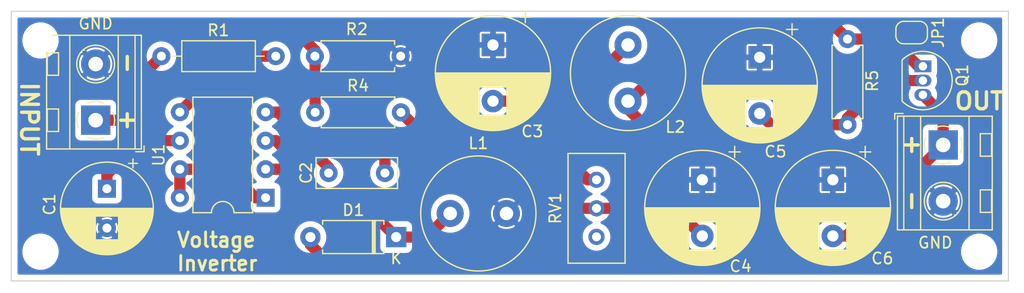
<source format=kicad_pcb>
(kicad_pcb (version 20171130) (host pcbnew "(5.1.12)-1")

  (general
    (thickness 1.6)
    (drawings 13)
    (tracks 87)
    (zones 0)
    (modules 23)
    (nets 13)
  )

  (page A4)
  (layers
    (0 F.Cu signal)
    (31 B.Cu signal)
    (32 B.Adhes user)
    (33 F.Adhes user)
    (34 B.Paste user)
    (35 F.Paste user)
    (36 B.SilkS user)
    (37 F.SilkS user)
    (38 B.Mask user)
    (39 F.Mask user)
    (40 Dwgs.User user)
    (41 Cmts.User user)
    (42 Eco1.User user)
    (43 Eco2.User user)
    (44 Edge.Cuts user)
    (45 Margin user)
    (46 B.CrtYd user)
    (47 F.CrtYd user)
    (48 B.Fab user)
    (49 F.Fab user)
  )

  (setup
    (last_trace_width 1)
    (trace_clearance 0.2)
    (zone_clearance 0.508)
    (zone_45_only yes)
    (trace_min 0.2)
    (via_size 0.8)
    (via_drill 0.4)
    (via_min_size 0.4)
    (via_min_drill 0.3)
    (uvia_size 0.3)
    (uvia_drill 0.1)
    (uvias_allowed no)
    (uvia_min_size 0.2)
    (uvia_min_drill 0.1)
    (edge_width 0.05)
    (segment_width 0.2)
    (pcb_text_width 0.3)
    (pcb_text_size 1.5 1.5)
    (mod_edge_width 0.12)
    (mod_text_size 1 1)
    (mod_text_width 0.15)
    (pad_size 1.524 1.524)
    (pad_drill 0.762)
    (pad_to_mask_clearance 0)
    (aux_axis_origin 0 0)
    (visible_elements 7FFFFFFF)
    (pcbplotparams
      (layerselection 0x010fc_ffffffff)
      (usegerberextensions false)
      (usegerberattributes true)
      (usegerberadvancedattributes true)
      (creategerberjobfile true)
      (excludeedgelayer true)
      (linewidth 0.100000)
      (plotframeref false)
      (viasonmask false)
      (mode 1)
      (useauxorigin false)
      (hpglpennumber 1)
      (hpglpenspeed 20)
      (hpglpendiameter 15.000000)
      (psnegative false)
      (psa4output false)
      (plotreference true)
      (plotvalue true)
      (plotinvisibletext false)
      (padsonsilk false)
      (subtractmaskfromsilk false)
      (outputformat 4)
      (mirror false)
      (drillshape 0)
      (scaleselection 1)
      (outputdirectory "gerbers/"))
  )

  (net 0 "")
  (net 1 "Net-(C1-Pad1)")
  (net 2 GND)
  (net 3 "Net-(C2-Pad1)")
  (net 4 "Net-(R2-Pad2)")
  (net 5 "Net-(R4-Pad2)")
  (net 6 "Net-(D1-Pad1)")
  (net 7 "Net-(R1-Pad1)")
  (net 8 "Net-(C2-Pad2)")
  (net 9 "Net-(C3-Pad2)")
  (net 10 "Net-(C4-Pad2)")
  (net 11 "Net-(C5-Pad2)")
  (net 12 "Net-(C6-Pad2)")

  (net_class Default "This is the default net class."
    (clearance 0.2)
    (trace_width 1)
    (via_dia 0.8)
    (via_drill 0.4)
    (uvia_dia 0.3)
    (uvia_drill 0.1)
    (add_net GND)
    (add_net "Net-(C1-Pad1)")
    (add_net "Net-(C2-Pad1)")
    (add_net "Net-(C2-Pad2)")
    (add_net "Net-(C3-Pad2)")
    (add_net "Net-(C4-Pad2)")
    (add_net "Net-(C5-Pad2)")
    (add_net "Net-(C6-Pad2)")
    (add_net "Net-(D1-Pad1)")
    (add_net "Net-(R1-Pad1)")
    (add_net "Net-(R2-Pad2)")
    (add_net "Net-(R4-Pad2)")
  )

  (net_class PWR ""
    (clearance 0.2)
    (trace_width 1)
    (via_dia 0.8)
    (via_drill 0.4)
    (uvia_dia 0.3)
    (uvia_drill 0.1)
  )

  (module Capacitor_THT:C_Disc_D7.0mm_W2.5mm_P5.00mm (layer F.Cu) (tedit 5AE50EF0) (tstamp 6397B4E1)
    (at 73.2 73.4)
    (descr "C, Disc series, Radial, pin pitch=5.00mm, , diameter*width=7*2.5mm^2, Capacitor, http://cdn-reichelt.de/documents/datenblatt/B300/DS_KERKO_TC.pdf")
    (tags "C Disc series Radial pin pitch 5.00mm  diameter 7mm width 2.5mm Capacitor")
    (path /6396F307)
    (fp_text reference C2 (at -2 0 270) (layer F.SilkS)
      (effects (font (size 1 1) (thickness 0.15)))
    )
    (fp_text value 100p (at 2.5 2.5) (layer F.Fab)
      (effects (font (size 1 1) (thickness 0.15)))
    )
    (fp_line (start -1 -1.25) (end -1 1.25) (layer F.Fab) (width 0.1))
    (fp_line (start -1 1.25) (end 6 1.25) (layer F.Fab) (width 0.1))
    (fp_line (start 6 1.25) (end 6 -1.25) (layer F.Fab) (width 0.1))
    (fp_line (start 6 -1.25) (end -1 -1.25) (layer F.Fab) (width 0.1))
    (fp_line (start -1.12 -1.37) (end 6.12 -1.37) (layer F.SilkS) (width 0.12))
    (fp_line (start -1.12 1.37) (end 6.12 1.37) (layer F.SilkS) (width 0.12))
    (fp_line (start -1.12 -1.37) (end -1.12 1.37) (layer F.SilkS) (width 0.12))
    (fp_line (start 6.12 -1.37) (end 6.12 1.37) (layer F.SilkS) (width 0.12))
    (fp_line (start -1.25 -1.5) (end -1.25 1.5) (layer F.CrtYd) (width 0.05))
    (fp_line (start -1.25 1.5) (end 6.25 1.5) (layer F.CrtYd) (width 0.05))
    (fp_line (start 6.25 1.5) (end 6.25 -1.5) (layer F.CrtYd) (width 0.05))
    (fp_line (start 6.25 -1.5) (end -1.25 -1.5) (layer F.CrtYd) (width 0.05))
    (fp_text user %R (at 2.5 0) (layer F.Fab)
      (effects (font (size 1 1) (thickness 0.15)))
    )
    (pad 1 thru_hole circle (at 0 0) (size 1.6 1.6) (drill 0.8) (layers *.Cu *.Mask)
      (net 3 "Net-(C2-Pad1)"))
    (pad 2 thru_hole circle (at 5 0) (size 1.6 1.6) (drill 0.8) (layers *.Cu *.Mask)
      (net 8 "Net-(C2-Pad2)"))
    (model ${KISYS3DMOD}/Capacitor_THT.3dshapes/C_Disc_D7.0mm_W2.5mm_P5.00mm.wrl
      (at (xyz 0 0 0))
      (scale (xyz 1 1 1))
      (rotate (xyz 0 0 0))
    )
  )

  (module Diode_THT:D_A-405_P7.62mm_Horizontal (layer F.Cu) (tedit 5AE50CD5) (tstamp 6397B382)
    (at 79.2 79.1 180)
    (descr "Diode, A-405 series, Axial, Horizontal, pin pitch=7.62mm, , length*diameter=5.2*2.7mm^2, , http://www.diodes.com/_files/packages/A-405.pdf")
    (tags "Diode A-405 series Axial Horizontal pin pitch 7.62mm  length 5.2mm diameter 2.7mm")
    (path /639830CC)
    (fp_text reference D1 (at 3.8 2.4 180) (layer F.SilkS)
      (effects (font (size 1 1) (thickness 0.15)))
    )
    (fp_text value 1N5817 (at 3.81 2.47) (layer F.Fab)
      (effects (font (size 1 1) (thickness 0.15)))
    )
    (fp_line (start 1.21 -1.35) (end 1.21 1.35) (layer F.Fab) (width 0.1))
    (fp_line (start 1.21 1.35) (end 6.41 1.35) (layer F.Fab) (width 0.1))
    (fp_line (start 6.41 1.35) (end 6.41 -1.35) (layer F.Fab) (width 0.1))
    (fp_line (start 6.41 -1.35) (end 1.21 -1.35) (layer F.Fab) (width 0.1))
    (fp_line (start 0 0) (end 1.21 0) (layer F.Fab) (width 0.1))
    (fp_line (start 7.62 0) (end 6.41 0) (layer F.Fab) (width 0.1))
    (fp_line (start 1.99 -1.35) (end 1.99 1.35) (layer F.Fab) (width 0.1))
    (fp_line (start 2.09 -1.35) (end 2.09 1.35) (layer F.Fab) (width 0.1))
    (fp_line (start 1.89 -1.35) (end 1.89 1.35) (layer F.Fab) (width 0.1))
    (fp_line (start 1.09 -1.14) (end 1.09 -1.47) (layer F.SilkS) (width 0.12))
    (fp_line (start 1.09 -1.47) (end 6.53 -1.47) (layer F.SilkS) (width 0.12))
    (fp_line (start 6.53 -1.47) (end 6.53 -1.14) (layer F.SilkS) (width 0.12))
    (fp_line (start 1.09 1.14) (end 1.09 1.47) (layer F.SilkS) (width 0.12))
    (fp_line (start 1.09 1.47) (end 6.53 1.47) (layer F.SilkS) (width 0.12))
    (fp_line (start 6.53 1.47) (end 6.53 1.14) (layer F.SilkS) (width 0.12))
    (fp_line (start 1.99 -1.47) (end 1.99 1.47) (layer F.SilkS) (width 0.12))
    (fp_line (start 2.11 -1.47) (end 2.11 1.47) (layer F.SilkS) (width 0.12))
    (fp_line (start 1.87 -1.47) (end 1.87 1.47) (layer F.SilkS) (width 0.12))
    (fp_line (start -1.15 -1.6) (end -1.15 1.6) (layer F.CrtYd) (width 0.05))
    (fp_line (start -1.15 1.6) (end 8.77 1.6) (layer F.CrtYd) (width 0.05))
    (fp_line (start 8.77 1.6) (end 8.77 -1.6) (layer F.CrtYd) (width 0.05))
    (fp_line (start 8.77 -1.6) (end -1.15 -1.6) (layer F.CrtYd) (width 0.05))
    (fp_text user %R (at 4.2 0) (layer F.Fab)
      (effects (font (size 1 1) (thickness 0.15)))
    )
    (fp_text user K (at 0 -1.9) (layer F.Fab)
      (effects (font (size 1 1) (thickness 0.15)))
    )
    (fp_text user K (at 0 -1.9) (layer F.SilkS)
      (effects (font (size 1 1) (thickness 0.15)))
    )
    (pad 1 thru_hole rect (at 0 0 180) (size 1.8 1.8) (drill 0.9) (layers *.Cu *.Mask)
      (net 6 "Net-(D1-Pad1)"))
    (pad 2 thru_hole oval (at 7.62 0 180) (size 1.8 1.8) (drill 0.9) (layers *.Cu *.Mask)
      (net 9 "Net-(C3-Pad2)"))
    (model ${KISYS3DMOD}/Diode_THT.3dshapes/D_A-405_P7.62mm_Horizontal.wrl
      (at (xyz 0 0 0))
      (scale (xyz 1 1 1))
      (rotate (xyz 0 0 0))
    )
  )

  (module TerminalBlock_MetzConnect:TerminalBlock_MetzConnect_Type094_RT03502HBLU_1x02_P5.00mm_Horizontal locked (layer F.Cu) (tedit 5B294E9C) (tstamp 6397008F)
    (at 52.5 68.7 90)
    (descr "terminal block Metz Connect Type094_RT03502HBLU, 2 pins, pitch 5mm, size 10x8.3mm^2, drill diamater 1.3mm, pad diameter 2.6mm, see http://www.metz-connect.com/ru/system/files/productfiles/Data_sheet_310941_RT035xxHBLU_OFF-022742T.pdf, script-generated using https://github.com/pointhi/kicad-footprint-generator/scripts/TerminalBlock_MetzConnect")
    (tags "THT terminal block Metz Connect Type094_RT03502HBLU pitch 5mm size 10x8.3mm^2 drill 1.3mm pad 2.6mm")
    (path /63969B2D)
    (fp_text reference J1 (at 2.5 -2.6 90) (layer F.SilkS) hide
      (effects (font (size 1 1) (thickness 0.15)))
    )
    (fp_text value INPUT (at 2.5 5.06 90) (layer F.Fab)
      (effects (font (size 1 1) (thickness 0.15)))
    )
    (fp_line (start 8 -4.81) (end -3 -4.81) (layer F.CrtYd) (width 0.05))
    (fp_line (start 8 4.5) (end 8 -4.81) (layer F.CrtYd) (width 0.05))
    (fp_line (start -3 4.5) (end 8 4.5) (layer F.CrtYd) (width 0.05))
    (fp_line (start -3 -4.81) (end -3 4.5) (layer F.CrtYd) (width 0.05))
    (fp_line (start -2.8 4.3) (end -2.3 4.3) (layer F.SilkS) (width 0.12))
    (fp_line (start -2.8 3.56) (end -2.8 4.3) (layer F.SilkS) (width 0.12))
    (fp_line (start 6 -4.3) (end 6 -3.3) (layer F.SilkS) (width 0.12))
    (fp_line (start 4 -4.3) (end 4 -3.3) (layer F.SilkS) (width 0.12))
    (fp_line (start 4 -3.3) (end 6 -3.3) (layer F.SilkS) (width 0.12))
    (fp_line (start 4 -4.3) (end 6 -4.3) (layer F.SilkS) (width 0.12))
    (fp_line (start 6 -4.3) (end 4 -4.3) (layer F.Fab) (width 0.1))
    (fp_line (start 6 -3.3) (end 6 -4.3) (layer F.Fab) (width 0.1))
    (fp_line (start 4 -3.3) (end 6 -3.3) (layer F.Fab) (width 0.1))
    (fp_line (start 4 -4.3) (end 4 -3.3) (layer F.Fab) (width 0.1))
    (fp_line (start 3.773 1.023) (end 3.726 1.069) (layer F.SilkS) (width 0.12))
    (fp_line (start 6.07 -1.275) (end 6.035 -1.239) (layer F.SilkS) (width 0.12))
    (fp_line (start 3.966 1.239) (end 3.931 1.274) (layer F.SilkS) (width 0.12))
    (fp_line (start 6.275 -1.069) (end 6.228 -1.023) (layer F.SilkS) (width 0.12))
    (fp_line (start 5.955 -1.138) (end 3.863 0.955) (layer F.Fab) (width 0.1))
    (fp_line (start 6.138 -0.955) (end 4.046 1.138) (layer F.Fab) (width 0.1))
    (fp_line (start 1 -4.3) (end 1 -3.3) (layer F.SilkS) (width 0.12))
    (fp_line (start -1 -4.3) (end -1 -3.3) (layer F.SilkS) (width 0.12))
    (fp_line (start -1 -3.3) (end 1 -3.3) (layer F.SilkS) (width 0.12))
    (fp_line (start -1 -4.3) (end 1 -4.3) (layer F.SilkS) (width 0.12))
    (fp_line (start 1 -4.3) (end -1 -4.3) (layer F.Fab) (width 0.1))
    (fp_line (start 1 -3.3) (end 1 -4.3) (layer F.Fab) (width 0.1))
    (fp_line (start -1 -3.3) (end 1 -3.3) (layer F.Fab) (width 0.1))
    (fp_line (start -1 -4.3) (end -1 -3.3) (layer F.Fab) (width 0.1))
    (fp_line (start 0.955 -1.138) (end -1.138 0.955) (layer F.Fab) (width 0.1))
    (fp_line (start 1.138 -0.955) (end -0.955 1.138) (layer F.Fab) (width 0.1))
    (fp_line (start 7.56 -4.36) (end 7.56 4.06) (layer F.SilkS) (width 0.12))
    (fp_line (start -2.56 -4.36) (end -2.56 4.06) (layer F.SilkS) (width 0.12))
    (fp_line (start -2.56 4.06) (end 7.56 4.06) (layer F.SilkS) (width 0.12))
    (fp_line (start -2.56 -4.36) (end 7.56 -4.36) (layer F.SilkS) (width 0.12))
    (fp_line (start -2.56 -2.301) (end 7.56 -2.301) (layer F.SilkS) (width 0.12))
    (fp_line (start -2.5 -2.3) (end 7.5 -2.3) (layer F.Fab) (width 0.1))
    (fp_line (start -2.56 2) (end 7.56 2) (layer F.SilkS) (width 0.12))
    (fp_line (start -2.5 2) (end 7.5 2) (layer F.Fab) (width 0.1))
    (fp_line (start -2.56 3.5) (end 7.56 3.5) (layer F.SilkS) (width 0.12))
    (fp_line (start -2.5 3.5) (end 7.5 3.5) (layer F.Fab) (width 0.1))
    (fp_line (start -2.5 3.5) (end -2.5 -4.3) (layer F.Fab) (width 0.1))
    (fp_line (start -2 4) (end -2.5 3.5) (layer F.Fab) (width 0.1))
    (fp_line (start 7.5 4) (end -2 4) (layer F.Fab) (width 0.1))
    (fp_line (start 7.5 -4.3) (end 7.5 4) (layer F.Fab) (width 0.1))
    (fp_line (start -2.5 -4.3) (end 7.5 -4.3) (layer F.Fab) (width 0.1))
    (fp_circle (center 5 0) (end 6.68 0) (layer F.SilkS) (width 0.12))
    (fp_circle (center 5 0) (end 6.5 0) (layer F.Fab) (width 0.1))
    (fp_circle (center 0 0) (end 1.5 0) (layer F.Fab) (width 0.1))
    (fp_text user %R (at 2.5 2.75 90) (layer F.Fab) hide
      (effects (font (size 1 1) (thickness 0.15)))
    )
    (fp_arc (start 0 0) (end -0.684 1.535) (angle -25) (layer F.SilkS) (width 0.12))
    (fp_arc (start 0 0) (end -1.535 -0.684) (angle -48) (layer F.SilkS) (width 0.12))
    (fp_arc (start 0 0) (end 0.684 -1.535) (angle -48) (layer F.SilkS) (width 0.12))
    (fp_arc (start 0 0) (end 1.535 0.684) (angle -48) (layer F.SilkS) (width 0.12))
    (fp_arc (start 0 0) (end 0 1.68) (angle -24) (layer F.SilkS) (width 0.12))
    (pad 2 thru_hole circle (at 5 0 90) (size 2.6 2.6) (drill 1.3) (layers *.Cu *.Mask)
      (net 2 GND))
    (pad 1 thru_hole rect (at 0 0 90) (size 2.6 2.6) (drill 1.3) (layers *.Cu *.Mask)
      (net 1 "Net-(C1-Pad1)"))
    (model ${KISYS3DMOD}/TerminalBlock_MetzConnect.3dshapes/TerminalBlock_MetzConnect_Type094_RT03502HBLU_1x02_P5.00mm_Horizontal.wrl
      (at (xyz 0 0 0))
      (scale (xyz 1 1 1))
      (rotate (xyz 0 0 0))
    )
  )

  (module TerminalBlock_MetzConnect:TerminalBlock_MetzConnect_Type094_RT03502HBLU_1x02_P5.00mm_Horizontal (layer F.Cu) (tedit 5B294E9C) (tstamp 639700CB)
    (at 127.8 70.9 270)
    (descr "terminal block Metz Connect Type094_RT03502HBLU, 2 pins, pitch 5mm, size 10x8.3mm^2, drill diamater 1.3mm, pad diameter 2.6mm, see http://www.metz-connect.com/ru/system/files/productfiles/Data_sheet_310941_RT035xxHBLU_OFF-022742T.pdf, script-generated using https://github.com/pointhi/kicad-footprint-generator/scripts/TerminalBlock_MetzConnect")
    (tags "THT terminal block Metz Connect Type094_RT03502HBLU pitch 5mm size 10x8.3mm^2 drill 1.3mm pad 2.6mm")
    (path /6396B029)
    (fp_text reference J2 (at 2.8 -1.5 90) (layer F.SilkS) hide
      (effects (font (size 1 1) (thickness 0.15)))
    )
    (fp_text value OUTPUT (at 2.5 5.06 90) (layer F.Fab)
      (effects (font (size 1 1) (thickness 0.15)))
    )
    (fp_circle (center 0 0) (end 1.5 0) (layer F.Fab) (width 0.1))
    (fp_circle (center 5 0) (end 6.5 0) (layer F.Fab) (width 0.1))
    (fp_circle (center 5 0) (end 6.68 0) (layer F.SilkS) (width 0.12))
    (fp_line (start -2.5 -4.3) (end 7.5 -4.3) (layer F.Fab) (width 0.1))
    (fp_line (start 7.5 -4.3) (end 7.5 4) (layer F.Fab) (width 0.1))
    (fp_line (start 7.5 4) (end -2 4) (layer F.Fab) (width 0.1))
    (fp_line (start -2 4) (end -2.5 3.5) (layer F.Fab) (width 0.1))
    (fp_line (start -2.5 3.5) (end -2.5 -4.3) (layer F.Fab) (width 0.1))
    (fp_line (start -2.5 3.5) (end 7.5 3.5) (layer F.Fab) (width 0.1))
    (fp_line (start -2.56 3.5) (end 7.56 3.5) (layer F.SilkS) (width 0.12))
    (fp_line (start -2.5 2) (end 7.5 2) (layer F.Fab) (width 0.1))
    (fp_line (start -2.56 2) (end 7.56 2) (layer F.SilkS) (width 0.12))
    (fp_line (start -2.5 -2.3) (end 7.5 -2.3) (layer F.Fab) (width 0.1))
    (fp_line (start -2.56 -2.301) (end 7.56 -2.301) (layer F.SilkS) (width 0.12))
    (fp_line (start -2.56 -4.36) (end 7.56 -4.36) (layer F.SilkS) (width 0.12))
    (fp_line (start -2.56 4.06) (end 7.56 4.06) (layer F.SilkS) (width 0.12))
    (fp_line (start -2.56 -4.36) (end -2.56 4.06) (layer F.SilkS) (width 0.12))
    (fp_line (start 7.56 -4.36) (end 7.56 4.06) (layer F.SilkS) (width 0.12))
    (fp_line (start 1.138 -0.955) (end -0.955 1.138) (layer F.Fab) (width 0.1))
    (fp_line (start 0.955 -1.138) (end -1.138 0.955) (layer F.Fab) (width 0.1))
    (fp_line (start -1 -4.3) (end -1 -3.3) (layer F.Fab) (width 0.1))
    (fp_line (start -1 -3.3) (end 1 -3.3) (layer F.Fab) (width 0.1))
    (fp_line (start 1 -3.3) (end 1 -4.3) (layer F.Fab) (width 0.1))
    (fp_line (start 1 -4.3) (end -1 -4.3) (layer F.Fab) (width 0.1))
    (fp_line (start -1 -4.3) (end 1 -4.3) (layer F.SilkS) (width 0.12))
    (fp_line (start -1 -3.3) (end 1 -3.3) (layer F.SilkS) (width 0.12))
    (fp_line (start -1 -4.3) (end -1 -3.3) (layer F.SilkS) (width 0.12))
    (fp_line (start 1 -4.3) (end 1 -3.3) (layer F.SilkS) (width 0.12))
    (fp_line (start 6.138 -0.955) (end 4.046 1.138) (layer F.Fab) (width 0.1))
    (fp_line (start 5.955 -1.138) (end 3.863 0.955) (layer F.Fab) (width 0.1))
    (fp_line (start 6.275 -1.069) (end 6.228 -1.023) (layer F.SilkS) (width 0.12))
    (fp_line (start 3.966 1.239) (end 3.931 1.274) (layer F.SilkS) (width 0.12))
    (fp_line (start 6.07 -1.275) (end 6.035 -1.239) (layer F.SilkS) (width 0.12))
    (fp_line (start 3.773 1.023) (end 3.726 1.069) (layer F.SilkS) (width 0.12))
    (fp_line (start 4 -4.3) (end 4 -3.3) (layer F.Fab) (width 0.1))
    (fp_line (start 4 -3.3) (end 6 -3.3) (layer F.Fab) (width 0.1))
    (fp_line (start 6 -3.3) (end 6 -4.3) (layer F.Fab) (width 0.1))
    (fp_line (start 6 -4.3) (end 4 -4.3) (layer F.Fab) (width 0.1))
    (fp_line (start 4 -4.3) (end 6 -4.3) (layer F.SilkS) (width 0.12))
    (fp_line (start 4 -3.3) (end 6 -3.3) (layer F.SilkS) (width 0.12))
    (fp_line (start 4 -4.3) (end 4 -3.3) (layer F.SilkS) (width 0.12))
    (fp_line (start 6 -4.3) (end 6 -3.3) (layer F.SilkS) (width 0.12))
    (fp_line (start -2.8 3.56) (end -2.8 4.3) (layer F.SilkS) (width 0.12))
    (fp_line (start -2.8 4.3) (end -2.3 4.3) (layer F.SilkS) (width 0.12))
    (fp_line (start -3 -4.81) (end -3 4.5) (layer F.CrtYd) (width 0.05))
    (fp_line (start -3 4.5) (end 8 4.5) (layer F.CrtYd) (width 0.05))
    (fp_line (start 8 4.5) (end 8 -4.81) (layer F.CrtYd) (width 0.05))
    (fp_line (start 8 -4.81) (end -3 -4.81) (layer F.CrtYd) (width 0.05))
    (fp_arc (start 0 0) (end 0 1.68) (angle -24) (layer F.SilkS) (width 0.12))
    (fp_arc (start 0 0) (end 1.535 0.684) (angle -48) (layer F.SilkS) (width 0.12))
    (fp_arc (start 0 0) (end 0.684 -1.535) (angle -48) (layer F.SilkS) (width 0.12))
    (fp_arc (start 0 0) (end -1.535 -0.684) (angle -48) (layer F.SilkS) (width 0.12))
    (fp_arc (start 0 0) (end -0.684 1.535) (angle -25) (layer F.SilkS) (width 0.12))
    (fp_text user %R (at 2.5 2.75 90) (layer F.Fab) hide
      (effects (font (size 1 1) (thickness 0.15)))
    )
    (pad 1 thru_hole rect (at 0 0 270) (size 2.6 2.6) (drill 1.3) (layers *.Cu *.Mask)
      (net 12 "Net-(C6-Pad2)"))
    (pad 2 thru_hole circle (at 5 0 270) (size 2.6 2.6) (drill 1.3) (layers *.Cu *.Mask)
      (net 2 GND))
    (model ${KISYS3DMOD}/TerminalBlock_MetzConnect.3dshapes/TerminalBlock_MetzConnect_Type094_RT03502HBLU_1x02_P5.00mm_Horizontal.wrl
      (at (xyz 0 0 0))
      (scale (xyz 1 1 1))
      (rotate (xyz 0 0 0))
    )
  )

  (module Jumper:SolderJumper-2_P1.3mm_Open_RoundedPad1.0x1.5mm (layer F.Cu) (tedit 5B391E66) (tstamp 639700DD)
    (at 125 60.9)
    (descr "SMD Solder Jumper, 1x1.5mm, rounded Pads, 0.3mm gap, open")
    (tags "solder jumper open")
    (path /639B998C)
    (attr virtual)
    (fp_text reference JP1 (at 2.35 0 90) (layer F.SilkS)
      (effects (font (size 1 1) (thickness 0.15)))
    )
    (fp_text value Jumper (at 0 1.9) (layer F.Fab)
      (effects (font (size 1 1) (thickness 0.15)))
    )
    (fp_line (start -1.4 0.3) (end -1.4 -0.3) (layer F.SilkS) (width 0.12))
    (fp_line (start 0.7 1) (end -0.7 1) (layer F.SilkS) (width 0.12))
    (fp_line (start 1.4 -0.3) (end 1.4 0.3) (layer F.SilkS) (width 0.12))
    (fp_line (start -0.7 -1) (end 0.7 -1) (layer F.SilkS) (width 0.12))
    (fp_line (start -1.65 -1.25) (end 1.65 -1.25) (layer F.CrtYd) (width 0.05))
    (fp_line (start -1.65 -1.25) (end -1.65 1.25) (layer F.CrtYd) (width 0.05))
    (fp_line (start 1.65 1.25) (end 1.65 -1.25) (layer F.CrtYd) (width 0.05))
    (fp_line (start 1.65 1.25) (end -1.65 1.25) (layer F.CrtYd) (width 0.05))
    (fp_arc (start 0.7 -0.3) (end 1.4 -0.3) (angle -90) (layer F.SilkS) (width 0.12))
    (fp_arc (start 0.7 0.3) (end 0.7 1) (angle -90) (layer F.SilkS) (width 0.12))
    (fp_arc (start -0.7 0.3) (end -1.4 0.3) (angle -90) (layer F.SilkS) (width 0.12))
    (fp_arc (start -0.7 -0.3) (end -0.7 -1) (angle -90) (layer F.SilkS) (width 0.12))
    (pad 1 smd custom (at -0.65 0) (size 1 0.5) (layers F.Cu F.Mask)
      (net 10 "Net-(C4-Pad2)") (zone_connect 2)
      (options (clearance outline) (anchor rect))
      (primitives
        (gr_circle (center 0 0.25) (end 0.5 0.25) (width 0))
        (gr_circle (center 0 -0.25) (end 0.5 -0.25) (width 0))
        (gr_poly (pts
           (xy 0 -0.75) (xy 0.5 -0.75) (xy 0.5 0.75) (xy 0 0.75)) (width 0))
      ))
    (pad 2 smd custom (at 0.65 0) (size 1 0.5) (layers F.Cu F.Mask)
      (net 12 "Net-(C6-Pad2)") (zone_connect 2)
      (options (clearance outline) (anchor rect))
      (primitives
        (gr_circle (center 0 0.25) (end 0.5 0.25) (width 0))
        (gr_circle (center 0 -0.25) (end 0.5 -0.25) (width 0))
        (gr_poly (pts
           (xy 0 -0.75) (xy -0.5 -0.75) (xy -0.5 0.75) (xy 0 0.75)) (width 0))
      ))
  )

  (module Inductor_THT:L_Radial_D10.0mm_P5.00mm_Neosid_SD12k_style3 (layer F.Cu) (tedit 5AE59B06) (tstamp 639700E7)
    (at 84 77)
    (descr "Inductor, Radial series, Radial, pin pitch=5.00mm, , diameter=10.0mm, Neosid, SD12k, style3, http://www.neosid.de/produktblaetter/neosid_Festinduktivitaet_Sd12k.pdf")
    (tags "Inductor Radial series Radial pin pitch 5.00mm  diameter 10.0mm Neosid SD12k style3")
    (path /63978589)
    (fp_text reference L1 (at 2.5 -6.25) (layer F.SilkS)
      (effects (font (size 1 1) (thickness 0.15)))
    )
    (fp_text value 10u (at 2.5 6.25) (layer F.Fab)
      (effects (font (size 1 1) (thickness 0.15)))
    )
    (fp_circle (center 2.5 0) (end 7.5 0) (layer F.Fab) (width 0.1))
    (fp_circle (center 2.5 0) (end 7.62 0) (layer F.SilkS) (width 0.12))
    (fp_circle (center 2.5 0) (end 7.75 0) (layer F.CrtYd) (width 0.05))
    (fp_text user %R (at 2.5 0) (layer F.Fab)
      (effects (font (size 1 1) (thickness 0.15)))
    )
    (pad 1 thru_hole circle (at 0 0) (size 2.4 2.4) (drill 1.2) (layers *.Cu *.Mask)
      (net 6 "Net-(D1-Pad1)"))
    (pad 2 thru_hole circle (at 5 0) (size 2.4 2.4) (drill 1.2) (layers *.Cu *.Mask)
      (net 2 GND))
    (model ${KISYS3DMOD}/Inductor_THT.3dshapes/L_Radial_D10.0mm_P5.00mm_Neosid_SD12k_style3.wrl
      (at (xyz 0 0 0))
      (scale (xyz 1 1 1))
      (rotate (xyz 0 0 0))
    )
  )

  (module Inductor_THT:L_Radial_D10.0mm_P5.00mm_Neosid_SD12k_style3 (layer F.Cu) (tedit 5AE59B06) (tstamp 639700F1)
    (at 99.8 62 270)
    (descr "Inductor, Radial series, Radial, pin pitch=5.00mm, , diameter=10.0mm, Neosid, SD12k, style3, http://www.neosid.de/produktblaetter/neosid_Festinduktivitaet_Sd12k.pdf")
    (tags "Inductor Radial series Radial pin pitch 5.00mm  diameter 10.0mm Neosid SD12k style3")
    (path /63993CD8)
    (fp_text reference L2 (at 7.3 -4.2 180) (layer F.SilkS)
      (effects (font (size 1 1) (thickness 0.15)))
    )
    (fp_text value 5m (at 2.5 6.25 90) (layer F.Fab)
      (effects (font (size 1 1) (thickness 0.15)))
    )
    (fp_circle (center 2.5 0) (end 7.75 0) (layer F.CrtYd) (width 0.05))
    (fp_circle (center 2.5 0) (end 7.62 0) (layer F.SilkS) (width 0.12))
    (fp_circle (center 2.5 0) (end 7.5 0) (layer F.Fab) (width 0.1))
    (fp_text user %R (at 2.5 0 90) (layer F.Fab)
      (effects (font (size 1 1) (thickness 0.15)))
    )
    (pad 2 thru_hole circle (at 5 0 270) (size 2.4 2.4) (drill 1.2) (layers *.Cu *.Mask)
      (net 10 "Net-(C4-Pad2)"))
    (pad 1 thru_hole circle (at 0 0 270) (size 2.4 2.4) (drill 1.2) (layers *.Cu *.Mask)
      (net 9 "Net-(C3-Pad2)"))
    (model ${KISYS3DMOD}/Inductor_THT.3dshapes/L_Radial_D10.0mm_P5.00mm_Neosid_SD12k_style3.wrl
      (at (xyz 0 0 0))
      (scale (xyz 1 1 1))
      (rotate (xyz 0 0 0))
    )
  )

  (module Resistor_THT:R_Axial_DIN0207_L6.3mm_D2.5mm_P10.16mm_Horizontal (layer F.Cu) (tedit 5AE5139B) (tstamp 639792BA)
    (at 68.5 63 180)
    (descr "Resistor, Axial_DIN0207 series, Axial, Horizontal, pin pitch=10.16mm, 0.25W = 1/4W, length*diameter=6.3*2.5mm^2, http://cdn-reichelt.de/documents/datenblatt/B400/1_4W%23YAG.pdf")
    (tags "Resistor Axial_DIN0207 series Axial Horizontal pin pitch 10.16mm 0.25W = 1/4W length 6.3mm diameter 2.5mm")
    (path /639750E9)
    (fp_text reference R1 (at 5.1 2.3) (layer F.SilkS)
      (effects (font (size 1 1) (thickness 0.15)))
    )
    (fp_text value 0.1 (at 5.08 2.37) (layer F.Fab)
      (effects (font (size 1 1) (thickness 0.15)))
    )
    (fp_line (start 1.93 -1.25) (end 1.93 1.25) (layer F.Fab) (width 0.1))
    (fp_line (start 1.93 1.25) (end 8.23 1.25) (layer F.Fab) (width 0.1))
    (fp_line (start 8.23 1.25) (end 8.23 -1.25) (layer F.Fab) (width 0.1))
    (fp_line (start 8.23 -1.25) (end 1.93 -1.25) (layer F.Fab) (width 0.1))
    (fp_line (start 0 0) (end 1.93 0) (layer F.Fab) (width 0.1))
    (fp_line (start 10.16 0) (end 8.23 0) (layer F.Fab) (width 0.1))
    (fp_line (start 1.81 -1.37) (end 1.81 1.37) (layer F.SilkS) (width 0.12))
    (fp_line (start 1.81 1.37) (end 8.35 1.37) (layer F.SilkS) (width 0.12))
    (fp_line (start 8.35 1.37) (end 8.35 -1.37) (layer F.SilkS) (width 0.12))
    (fp_line (start 8.35 -1.37) (end 1.81 -1.37) (layer F.SilkS) (width 0.12))
    (fp_line (start 1.04 0) (end 1.81 0) (layer F.SilkS) (width 0.12))
    (fp_line (start 9.12 0) (end 8.35 0) (layer F.SilkS) (width 0.12))
    (fp_line (start -1.05 -1.5) (end -1.05 1.5) (layer F.CrtYd) (width 0.05))
    (fp_line (start -1.05 1.5) (end 11.21 1.5) (layer F.CrtYd) (width 0.05))
    (fp_line (start 11.21 1.5) (end 11.21 -1.5) (layer F.CrtYd) (width 0.05))
    (fp_line (start 11.21 -1.5) (end -1.05 -1.5) (layer F.CrtYd) (width 0.05))
    (fp_text user %R (at 5.08 0) (layer F.Fab)
      (effects (font (size 1 1) (thickness 0.15)))
    )
    (pad 1 thru_hole circle (at 0 0 180) (size 1.6 1.6) (drill 0.8) (layers *.Cu *.Mask)
      (net 7 "Net-(R1-Pad1)"))
    (pad 2 thru_hole oval (at 10.16 0 180) (size 1.6 1.6) (drill 0.8) (layers *.Cu *.Mask)
      (net 1 "Net-(C1-Pad1)"))
    (model ${KISYS3DMOD}/Resistor_THT.3dshapes/R_Axial_DIN0207_L6.3mm_D2.5mm_P10.16mm_Horizontal.wrl
      (at (xyz 0 0 0))
      (scale (xyz 1 1 1))
      (rotate (xyz 0 0 0))
    )
  )

  (module Resistor_THT:R_Axial_DIN0207_L6.3mm_D2.5mm_P7.62mm_Horizontal (layer F.Cu) (tedit 5AE5139B) (tstamp 63975F12)
    (at 79.6 63 180)
    (descr "Resistor, Axial_DIN0207 series, Axial, Horizontal, pin pitch=7.62mm, 0.25W = 1/4W, length*diameter=6.3*2.5mm^2, http://cdn-reichelt.de/documents/datenblatt/B400/1_4W%23YAG.pdf")
    (tags "Resistor Axial_DIN0207 series Axial Horizontal pin pitch 7.62mm 0.25W = 1/4W length 6.3mm diameter 2.5mm")
    (path /63985665)
    (fp_text reference R2 (at 3.9 2.4) (layer F.SilkS)
      (effects (font (size 1 1) (thickness 0.15)))
    )
    (fp_text value 2K2 (at 3.81 2.37) (layer F.Fab)
      (effects (font (size 1 1) (thickness 0.15)))
    )
    (fp_line (start 0.66 -1.25) (end 0.66 1.25) (layer F.Fab) (width 0.1))
    (fp_line (start 0.66 1.25) (end 6.96 1.25) (layer F.Fab) (width 0.1))
    (fp_line (start 6.96 1.25) (end 6.96 -1.25) (layer F.Fab) (width 0.1))
    (fp_line (start 6.96 -1.25) (end 0.66 -1.25) (layer F.Fab) (width 0.1))
    (fp_line (start 0 0) (end 0.66 0) (layer F.Fab) (width 0.1))
    (fp_line (start 7.62 0) (end 6.96 0) (layer F.Fab) (width 0.1))
    (fp_line (start 0.54 -1.04) (end 0.54 -1.37) (layer F.SilkS) (width 0.12))
    (fp_line (start 0.54 -1.37) (end 7.08 -1.37) (layer F.SilkS) (width 0.12))
    (fp_line (start 7.08 -1.37) (end 7.08 -1.04) (layer F.SilkS) (width 0.12))
    (fp_line (start 0.54 1.04) (end 0.54 1.37) (layer F.SilkS) (width 0.12))
    (fp_line (start 0.54 1.37) (end 7.08 1.37) (layer F.SilkS) (width 0.12))
    (fp_line (start 7.08 1.37) (end 7.08 1.04) (layer F.SilkS) (width 0.12))
    (fp_line (start -1.05 -1.5) (end -1.05 1.5) (layer F.CrtYd) (width 0.05))
    (fp_line (start -1.05 1.5) (end 8.67 1.5) (layer F.CrtYd) (width 0.05))
    (fp_line (start 8.67 1.5) (end 8.67 -1.5) (layer F.CrtYd) (width 0.05))
    (fp_line (start 8.67 -1.5) (end -1.05 -1.5) (layer F.CrtYd) (width 0.05))
    (fp_text user %R (at 3.81 0) (layer F.Fab)
      (effects (font (size 1 1) (thickness 0.15)))
    )
    (pad 1 thru_hole circle (at 0 0 180) (size 1.6 1.6) (drill 0.8) (layers *.Cu *.Mask)
      (net 2 GND))
    (pad 2 thru_hole oval (at 7.62 0 180) (size 1.6 1.6) (drill 0.8) (layers *.Cu *.Mask)
      (net 4 "Net-(R2-Pad2)"))
    (model ${KISYS3DMOD}/Resistor_THT.3dshapes/R_Axial_DIN0207_L6.3mm_D2.5mm_P7.62mm_Horizontal.wrl
      (at (xyz 0 0 0))
      (scale (xyz 1 1 1))
      (rotate (xyz 0 0 0))
    )
  )

  (module Resistor_THT:R_Axial_DIN0207_L6.3mm_D2.5mm_P7.62mm_Horizontal (layer F.Cu) (tedit 5AE5139B) (tstamp 6397015F)
    (at 72 68)
    (descr "Resistor, Axial_DIN0207 series, Axial, Horizontal, pin pitch=7.62mm, 0.25W = 1/4W, length*diameter=6.3*2.5mm^2, http://cdn-reichelt.de/documents/datenblatt/B400/1_4W%23YAG.pdf")
    (tags "Resistor Axial_DIN0207 series Axial Horizontal pin pitch 7.62mm 0.25W = 1/4W length 6.3mm diameter 2.5mm")
    (path /63985AC5)
    (fp_text reference R4 (at 3.81 -2.37) (layer F.SilkS)
      (effects (font (size 1 1) (thickness 0.15)))
    )
    (fp_text value 6K8 (at 3.81 2.37) (layer F.Fab)
      (effects (font (size 1 1) (thickness 0.15)))
    )
    (fp_line (start 0.66 -1.25) (end 0.66 1.25) (layer F.Fab) (width 0.1))
    (fp_line (start 0.66 1.25) (end 6.96 1.25) (layer F.Fab) (width 0.1))
    (fp_line (start 6.96 1.25) (end 6.96 -1.25) (layer F.Fab) (width 0.1))
    (fp_line (start 6.96 -1.25) (end 0.66 -1.25) (layer F.Fab) (width 0.1))
    (fp_line (start 0 0) (end 0.66 0) (layer F.Fab) (width 0.1))
    (fp_line (start 7.62 0) (end 6.96 0) (layer F.Fab) (width 0.1))
    (fp_line (start 0.54 -1.04) (end 0.54 -1.37) (layer F.SilkS) (width 0.12))
    (fp_line (start 0.54 -1.37) (end 7.08 -1.37) (layer F.SilkS) (width 0.12))
    (fp_line (start 7.08 -1.37) (end 7.08 -1.04) (layer F.SilkS) (width 0.12))
    (fp_line (start 0.54 1.04) (end 0.54 1.37) (layer F.SilkS) (width 0.12))
    (fp_line (start 0.54 1.37) (end 7.08 1.37) (layer F.SilkS) (width 0.12))
    (fp_line (start 7.08 1.37) (end 7.08 1.04) (layer F.SilkS) (width 0.12))
    (fp_line (start -1.05 -1.5) (end -1.05 1.5) (layer F.CrtYd) (width 0.05))
    (fp_line (start -1.05 1.5) (end 8.67 1.5) (layer F.CrtYd) (width 0.05))
    (fp_line (start 8.67 1.5) (end 8.67 -1.5) (layer F.CrtYd) (width 0.05))
    (fp_line (start 8.67 -1.5) (end -1.05 -1.5) (layer F.CrtYd) (width 0.05))
    (fp_text user %R (at 3.81 0) (layer F.Fab)
      (effects (font (size 1 1) (thickness 0.15)))
    )
    (pad 1 thru_hole circle (at 0 0) (size 1.6 1.6) (drill 0.8) (layers *.Cu *.Mask)
      (net 4 "Net-(R2-Pad2)"))
    (pad 2 thru_hole oval (at 7.62 0) (size 1.6 1.6) (drill 0.8) (layers *.Cu *.Mask)
      (net 5 "Net-(R4-Pad2)"))
    (model ${KISYS3DMOD}/Resistor_THT.3dshapes/R_Axial_DIN0207_L6.3mm_D2.5mm_P7.62mm_Horizontal.wrl
      (at (xyz 0 0 0))
      (scale (xyz 1 1 1))
      (rotate (xyz 0 0 0))
    )
  )

  (module Resistor_THT:R_Axial_DIN0207_L6.3mm_D2.5mm_P7.62mm_Horizontal (layer F.Cu) (tedit 5AE5139B) (tstamp 63970176)
    (at 119.3 69.1 90)
    (descr "Resistor, Axial_DIN0207 series, Axial, Horizontal, pin pitch=7.62mm, 0.25W = 1/4W, length*diameter=6.3*2.5mm^2, http://cdn-reichelt.de/documents/datenblatt/B400/1_4W%23YAG.pdf")
    (tags "Resistor Axial_DIN0207 series Axial Horizontal pin pitch 7.62mm 0.25W = 1/4W length 6.3mm diameter 2.5mm")
    (path /639A2AC1)
    (fp_text reference R5 (at 3.9 2.2 90) (layer F.SilkS)
      (effects (font (size 1 1) (thickness 0.15)))
    )
    (fp_text value 100 (at 3.81 2.37 90) (layer F.Fab)
      (effects (font (size 1 1) (thickness 0.15)))
    )
    (fp_line (start 8.67 -1.5) (end -1.05 -1.5) (layer F.CrtYd) (width 0.05))
    (fp_line (start 8.67 1.5) (end 8.67 -1.5) (layer F.CrtYd) (width 0.05))
    (fp_line (start -1.05 1.5) (end 8.67 1.5) (layer F.CrtYd) (width 0.05))
    (fp_line (start -1.05 -1.5) (end -1.05 1.5) (layer F.CrtYd) (width 0.05))
    (fp_line (start 7.08 1.37) (end 7.08 1.04) (layer F.SilkS) (width 0.12))
    (fp_line (start 0.54 1.37) (end 7.08 1.37) (layer F.SilkS) (width 0.12))
    (fp_line (start 0.54 1.04) (end 0.54 1.37) (layer F.SilkS) (width 0.12))
    (fp_line (start 7.08 -1.37) (end 7.08 -1.04) (layer F.SilkS) (width 0.12))
    (fp_line (start 0.54 -1.37) (end 7.08 -1.37) (layer F.SilkS) (width 0.12))
    (fp_line (start 0.54 -1.04) (end 0.54 -1.37) (layer F.SilkS) (width 0.12))
    (fp_line (start 7.62 0) (end 6.96 0) (layer F.Fab) (width 0.1))
    (fp_line (start 0 0) (end 0.66 0) (layer F.Fab) (width 0.1))
    (fp_line (start 6.96 -1.25) (end 0.66 -1.25) (layer F.Fab) (width 0.1))
    (fp_line (start 6.96 1.25) (end 6.96 -1.25) (layer F.Fab) (width 0.1))
    (fp_line (start 0.66 1.25) (end 6.96 1.25) (layer F.Fab) (width 0.1))
    (fp_line (start 0.66 -1.25) (end 0.66 1.25) (layer F.Fab) (width 0.1))
    (fp_text user %R (at 3.81 0 90) (layer F.Fab)
      (effects (font (size 1 1) (thickness 0.15)))
    )
    (pad 2 thru_hole oval (at 7.62 0 90) (size 1.6 1.6) (drill 0.8) (layers *.Cu *.Mask)
      (net 10 "Net-(C4-Pad2)"))
    (pad 1 thru_hole circle (at 0 0 90) (size 1.6 1.6) (drill 0.8) (layers *.Cu *.Mask)
      (net 11 "Net-(C5-Pad2)"))
    (model ${KISYS3DMOD}/Resistor_THT.3dshapes/R_Axial_DIN0207_L6.3mm_D2.5mm_P7.62mm_Horizontal.wrl
      (at (xyz 0 0 0))
      (scale (xyz 1 1 1))
      (rotate (xyz 0 0 0))
    )
  )

  (module Potentiometer_THT:Potentiometer_Bourns_3296W_Vertical (layer F.Cu) (tedit 5A3D4994) (tstamp 6397018D)
    (at 97 74 90)
    (descr "Potentiometer, vertical, Bourns 3296W, https://www.bourns.com/pdfs/3296.pdf")
    (tags "Potentiometer vertical Bourns 3296W")
    (path /63987901)
    (fp_text reference RV1 (at -2.54 -3.66 90) (layer F.SilkS)
      (effects (font (size 1 1) (thickness 0.15)))
    )
    (fp_text value 25K (at -2.54 3.67 90) (layer F.Fab)
      (effects (font (size 1 1) (thickness 0.15)))
    )
    (fp_circle (center 0.955 1.15) (end 2.05 1.15) (layer F.Fab) (width 0.1))
    (fp_line (start -7.305 -2.41) (end -7.305 2.42) (layer F.Fab) (width 0.1))
    (fp_line (start -7.305 2.42) (end 2.225 2.42) (layer F.Fab) (width 0.1))
    (fp_line (start 2.225 2.42) (end 2.225 -2.41) (layer F.Fab) (width 0.1))
    (fp_line (start 2.225 -2.41) (end -7.305 -2.41) (layer F.Fab) (width 0.1))
    (fp_line (start 0.955 2.235) (end 0.956 0.066) (layer F.Fab) (width 0.1))
    (fp_line (start 0.955 2.235) (end 0.956 0.066) (layer F.Fab) (width 0.1))
    (fp_line (start -7.425 -2.53) (end 2.345 -2.53) (layer F.SilkS) (width 0.12))
    (fp_line (start -7.425 2.54) (end 2.345 2.54) (layer F.SilkS) (width 0.12))
    (fp_line (start -7.425 -2.53) (end -7.425 2.54) (layer F.SilkS) (width 0.12))
    (fp_line (start 2.345 -2.53) (end 2.345 2.54) (layer F.SilkS) (width 0.12))
    (fp_line (start -7.6 -2.7) (end -7.6 2.7) (layer F.CrtYd) (width 0.05))
    (fp_line (start -7.6 2.7) (end 2.5 2.7) (layer F.CrtYd) (width 0.05))
    (fp_line (start 2.5 2.7) (end 2.5 -2.7) (layer F.CrtYd) (width 0.05))
    (fp_line (start 2.5 -2.7) (end -7.6 -2.7) (layer F.CrtYd) (width 0.05))
    (fp_text user %R (at -3.175 0.005 90) (layer F.Fab)
      (effects (font (size 1 1) (thickness 0.15)))
    )
    (pad 1 thru_hole circle (at 0 0 90) (size 1.44 1.44) (drill 0.8) (layers *.Cu *.Mask)
      (net 5 "Net-(R4-Pad2)"))
    (pad 2 thru_hole circle (at -2.54 0 90) (size 1.44 1.44) (drill 0.8) (layers *.Cu *.Mask)
      (net 9 "Net-(C3-Pad2)"))
    (pad 3 thru_hole circle (at -5.08 0 90) (size 1.44 1.44) (drill 0.8) (layers *.Cu *.Mask))
    (model ${KISYS3DMOD}/Potentiometer_THT.3dshapes/Potentiometer_Bourns_3296W_Vertical.wrl
      (at (xyz 0 0 0))
      (scale (xyz 1 1 1))
      (rotate (xyz 0 0 0))
    )
  )

  (module Package_DIP:DIP-8_W7.62mm (layer F.Cu) (tedit 5A02E8C5) (tstamp 63973A9F)
    (at 67.6 75.6 180)
    (descr "8-lead though-hole mounted DIP package, row spacing 7.62 mm (300 mils)")
    (tags "THT DIP DIL PDIP 2.54mm 7.62mm 300mil")
    (path /6396888C)
    (fp_text reference U1 (at 9.5 3.8 90) (layer F.SilkS)
      (effects (font (size 1 1) (thickness 0.15)))
    )
    (fp_text value MC34063AP (at 3.81 9.95) (layer F.Fab)
      (effects (font (size 1 1) (thickness 0.15)))
    )
    (fp_line (start 1.635 -1.27) (end 6.985 -1.27) (layer F.Fab) (width 0.1))
    (fp_line (start 6.985 -1.27) (end 6.985 8.89) (layer F.Fab) (width 0.1))
    (fp_line (start 6.985 8.89) (end 0.635 8.89) (layer F.Fab) (width 0.1))
    (fp_line (start 0.635 8.89) (end 0.635 -0.27) (layer F.Fab) (width 0.1))
    (fp_line (start 0.635 -0.27) (end 1.635 -1.27) (layer F.Fab) (width 0.1))
    (fp_line (start 2.81 -1.33) (end 1.16 -1.33) (layer F.SilkS) (width 0.12))
    (fp_line (start 1.16 -1.33) (end 1.16 8.95) (layer F.SilkS) (width 0.12))
    (fp_line (start 1.16 8.95) (end 6.46 8.95) (layer F.SilkS) (width 0.12))
    (fp_line (start 6.46 8.95) (end 6.46 -1.33) (layer F.SilkS) (width 0.12))
    (fp_line (start 6.46 -1.33) (end 4.81 -1.33) (layer F.SilkS) (width 0.12))
    (fp_line (start -1.1 -1.55) (end -1.1 9.15) (layer F.CrtYd) (width 0.05))
    (fp_line (start -1.1 9.15) (end 8.7 9.15) (layer F.CrtYd) (width 0.05))
    (fp_line (start 8.7 9.15) (end 8.7 -1.55) (layer F.CrtYd) (width 0.05))
    (fp_line (start 8.7 -1.55) (end -1.1 -1.55) (layer F.CrtYd) (width 0.05))
    (fp_arc (start 3.81 -1.33) (end 2.81 -1.33) (angle -180) (layer F.SilkS) (width 0.12))
    (fp_text user %R (at 3.81 3.81) (layer F.Fab)
      (effects (font (size 1 1) (thickness 0.15)))
    )
    (pad 1 thru_hole rect (at 0 0 180) (size 1.6 1.6) (drill 0.8) (layers *.Cu *.Mask)
      (net 7 "Net-(R1-Pad1)"))
    (pad 5 thru_hole oval (at 7.62 7.62 180) (size 1.6 1.6) (drill 0.8) (layers *.Cu *.Mask)
      (net 4 "Net-(R2-Pad2)"))
    (pad 2 thru_hole oval (at 0 2.54 180) (size 1.6 1.6) (drill 0.8) (layers *.Cu *.Mask)
      (net 6 "Net-(D1-Pad1)"))
    (pad 6 thru_hole oval (at 7.62 5.08 180) (size 1.6 1.6) (drill 0.8) (layers *.Cu *.Mask)
      (net 1 "Net-(C1-Pad1)"))
    (pad 3 thru_hole oval (at 0 5.08 180) (size 1.6 1.6) (drill 0.8) (layers *.Cu *.Mask)
      (net 3 "Net-(C2-Pad1)"))
    (pad 7 thru_hole oval (at 7.62 2.54 180) (size 1.6 1.6) (drill 0.8) (layers *.Cu *.Mask)
      (net 7 "Net-(R1-Pad1)"))
    (pad 4 thru_hole oval (at 0 7.62 180) (size 1.6 1.6) (drill 0.8) (layers *.Cu *.Mask)
      (net 8 "Net-(C2-Pad2)"))
    (pad 8 thru_hole oval (at 7.62 0 180) (size 1.6 1.6) (drill 0.8) (layers *.Cu *.Mask)
      (net 7 "Net-(R1-Pad1)"))
    (model ${KISYS3DMOD}/Package_DIP.3dshapes/DIP-8_W7.62mm.wrl
      (at (xyz 0 0 0))
      (scale (xyz 1 1 1))
      (rotate (xyz 0 0 0))
    )
  )

  (module Capacitor_THT:CP_Radial_D10.0mm_P5.00mm (layer F.Cu) (tedit 5AE50EF1) (tstamp 639722E0)
    (at 87.8 62 270)
    (descr "CP, Radial series, Radial, pin pitch=5.00mm, , diameter=10mm, Electrolytic Capacitor")
    (tags "CP Radial series Radial pin pitch 5.00mm  diameter 10mm Electrolytic Capacitor")
    (path /639900A3)
    (fp_text reference C3 (at 7.7 -3.5 180) (layer F.SilkS)
      (effects (font (size 1 1) (thickness 0.15)))
    )
    (fp_text value 470u (at 2.5 6.25 90) (layer F.Fab)
      (effects (font (size 1 1) (thickness 0.15)))
    )
    (fp_circle (center 2.5 0) (end 7.5 0) (layer F.Fab) (width 0.1))
    (fp_circle (center 2.5 0) (end 7.62 0) (layer F.SilkS) (width 0.12))
    (fp_circle (center 2.5 0) (end 7.75 0) (layer F.CrtYd) (width 0.05))
    (fp_line (start -1.788861 -2.1875) (end -0.788861 -2.1875) (layer F.Fab) (width 0.1))
    (fp_line (start -1.288861 -2.6875) (end -1.288861 -1.6875) (layer F.Fab) (width 0.1))
    (fp_line (start 2.5 -5.08) (end 2.5 5.08) (layer F.SilkS) (width 0.12))
    (fp_line (start 2.54 -5.08) (end 2.54 5.08) (layer F.SilkS) (width 0.12))
    (fp_line (start 2.58 -5.08) (end 2.58 5.08) (layer F.SilkS) (width 0.12))
    (fp_line (start 2.62 -5.079) (end 2.62 5.079) (layer F.SilkS) (width 0.12))
    (fp_line (start 2.66 -5.078) (end 2.66 5.078) (layer F.SilkS) (width 0.12))
    (fp_line (start 2.7 -5.077) (end 2.7 5.077) (layer F.SilkS) (width 0.12))
    (fp_line (start 2.74 -5.075) (end 2.74 5.075) (layer F.SilkS) (width 0.12))
    (fp_line (start 2.78 -5.073) (end 2.78 5.073) (layer F.SilkS) (width 0.12))
    (fp_line (start 2.82 -5.07) (end 2.82 5.07) (layer F.SilkS) (width 0.12))
    (fp_line (start 2.86 -5.068) (end 2.86 5.068) (layer F.SilkS) (width 0.12))
    (fp_line (start 2.9 -5.065) (end 2.9 5.065) (layer F.SilkS) (width 0.12))
    (fp_line (start 2.94 -5.062) (end 2.94 5.062) (layer F.SilkS) (width 0.12))
    (fp_line (start 2.98 -5.058) (end 2.98 5.058) (layer F.SilkS) (width 0.12))
    (fp_line (start 3.02 -5.054) (end 3.02 5.054) (layer F.SilkS) (width 0.12))
    (fp_line (start 3.06 -5.05) (end 3.06 5.05) (layer F.SilkS) (width 0.12))
    (fp_line (start 3.1 -5.045) (end 3.1 5.045) (layer F.SilkS) (width 0.12))
    (fp_line (start 3.14 -5.04) (end 3.14 5.04) (layer F.SilkS) (width 0.12))
    (fp_line (start 3.18 -5.035) (end 3.18 5.035) (layer F.SilkS) (width 0.12))
    (fp_line (start 3.221 -5.03) (end 3.221 5.03) (layer F.SilkS) (width 0.12))
    (fp_line (start 3.261 -5.024) (end 3.261 5.024) (layer F.SilkS) (width 0.12))
    (fp_line (start 3.301 -5.018) (end 3.301 5.018) (layer F.SilkS) (width 0.12))
    (fp_line (start 3.341 -5.011) (end 3.341 5.011) (layer F.SilkS) (width 0.12))
    (fp_line (start 3.381 -5.004) (end 3.381 5.004) (layer F.SilkS) (width 0.12))
    (fp_line (start 3.421 -4.997) (end 3.421 4.997) (layer F.SilkS) (width 0.12))
    (fp_line (start 3.461 -4.99) (end 3.461 4.99) (layer F.SilkS) (width 0.12))
    (fp_line (start 3.501 -4.982) (end 3.501 4.982) (layer F.SilkS) (width 0.12))
    (fp_line (start 3.541 -4.974) (end 3.541 4.974) (layer F.SilkS) (width 0.12))
    (fp_line (start 3.581 -4.965) (end 3.581 4.965) (layer F.SilkS) (width 0.12))
    (fp_line (start 3.621 -4.956) (end 3.621 4.956) (layer F.SilkS) (width 0.12))
    (fp_line (start 3.661 -4.947) (end 3.661 4.947) (layer F.SilkS) (width 0.12))
    (fp_line (start 3.701 -4.938) (end 3.701 4.938) (layer F.SilkS) (width 0.12))
    (fp_line (start 3.741 -4.928) (end 3.741 4.928) (layer F.SilkS) (width 0.12))
    (fp_line (start 3.781 -4.918) (end 3.781 -1.241) (layer F.SilkS) (width 0.12))
    (fp_line (start 3.781 1.241) (end 3.781 4.918) (layer F.SilkS) (width 0.12))
    (fp_line (start 3.821 -4.907) (end 3.821 -1.241) (layer F.SilkS) (width 0.12))
    (fp_line (start 3.821 1.241) (end 3.821 4.907) (layer F.SilkS) (width 0.12))
    (fp_line (start 3.861 -4.897) (end 3.861 -1.241) (layer F.SilkS) (width 0.12))
    (fp_line (start 3.861 1.241) (end 3.861 4.897) (layer F.SilkS) (width 0.12))
    (fp_line (start 3.901 -4.885) (end 3.901 -1.241) (layer F.SilkS) (width 0.12))
    (fp_line (start 3.901 1.241) (end 3.901 4.885) (layer F.SilkS) (width 0.12))
    (fp_line (start 3.941 -4.874) (end 3.941 -1.241) (layer F.SilkS) (width 0.12))
    (fp_line (start 3.941 1.241) (end 3.941 4.874) (layer F.SilkS) (width 0.12))
    (fp_line (start 3.981 -4.862) (end 3.981 -1.241) (layer F.SilkS) (width 0.12))
    (fp_line (start 3.981 1.241) (end 3.981 4.862) (layer F.SilkS) (width 0.12))
    (fp_line (start 4.021 -4.85) (end 4.021 -1.241) (layer F.SilkS) (width 0.12))
    (fp_line (start 4.021 1.241) (end 4.021 4.85) (layer F.SilkS) (width 0.12))
    (fp_line (start 4.061 -4.837) (end 4.061 -1.241) (layer F.SilkS) (width 0.12))
    (fp_line (start 4.061 1.241) (end 4.061 4.837) (layer F.SilkS) (width 0.12))
    (fp_line (start 4.101 -4.824) (end 4.101 -1.241) (layer F.SilkS) (width 0.12))
    (fp_line (start 4.101 1.241) (end 4.101 4.824) (layer F.SilkS) (width 0.12))
    (fp_line (start 4.141 -4.811) (end 4.141 -1.241) (layer F.SilkS) (width 0.12))
    (fp_line (start 4.141 1.241) (end 4.141 4.811) (layer F.SilkS) (width 0.12))
    (fp_line (start 4.181 -4.797) (end 4.181 -1.241) (layer F.SilkS) (width 0.12))
    (fp_line (start 4.181 1.241) (end 4.181 4.797) (layer F.SilkS) (width 0.12))
    (fp_line (start 4.221 -4.783) (end 4.221 -1.241) (layer F.SilkS) (width 0.12))
    (fp_line (start 4.221 1.241) (end 4.221 4.783) (layer F.SilkS) (width 0.12))
    (fp_line (start 4.261 -4.768) (end 4.261 -1.241) (layer F.SilkS) (width 0.12))
    (fp_line (start 4.261 1.241) (end 4.261 4.768) (layer F.SilkS) (width 0.12))
    (fp_line (start 4.301 -4.754) (end 4.301 -1.241) (layer F.SilkS) (width 0.12))
    (fp_line (start 4.301 1.241) (end 4.301 4.754) (layer F.SilkS) (width 0.12))
    (fp_line (start 4.341 -4.738) (end 4.341 -1.241) (layer F.SilkS) (width 0.12))
    (fp_line (start 4.341 1.241) (end 4.341 4.738) (layer F.SilkS) (width 0.12))
    (fp_line (start 4.381 -4.723) (end 4.381 -1.241) (layer F.SilkS) (width 0.12))
    (fp_line (start 4.381 1.241) (end 4.381 4.723) (layer F.SilkS) (width 0.12))
    (fp_line (start 4.421 -4.707) (end 4.421 -1.241) (layer F.SilkS) (width 0.12))
    (fp_line (start 4.421 1.241) (end 4.421 4.707) (layer F.SilkS) (width 0.12))
    (fp_line (start 4.461 -4.69) (end 4.461 -1.241) (layer F.SilkS) (width 0.12))
    (fp_line (start 4.461 1.241) (end 4.461 4.69) (layer F.SilkS) (width 0.12))
    (fp_line (start 4.501 -4.674) (end 4.501 -1.241) (layer F.SilkS) (width 0.12))
    (fp_line (start 4.501 1.241) (end 4.501 4.674) (layer F.SilkS) (width 0.12))
    (fp_line (start 4.541 -4.657) (end 4.541 -1.241) (layer F.SilkS) (width 0.12))
    (fp_line (start 4.541 1.241) (end 4.541 4.657) (layer F.SilkS) (width 0.12))
    (fp_line (start 4.581 -4.639) (end 4.581 -1.241) (layer F.SilkS) (width 0.12))
    (fp_line (start 4.581 1.241) (end 4.581 4.639) (layer F.SilkS) (width 0.12))
    (fp_line (start 4.621 -4.621) (end 4.621 -1.241) (layer F.SilkS) (width 0.12))
    (fp_line (start 4.621 1.241) (end 4.621 4.621) (layer F.SilkS) (width 0.12))
    (fp_line (start 4.661 -4.603) (end 4.661 -1.241) (layer F.SilkS) (width 0.12))
    (fp_line (start 4.661 1.241) (end 4.661 4.603) (layer F.SilkS) (width 0.12))
    (fp_line (start 4.701 -4.584) (end 4.701 -1.241) (layer F.SilkS) (width 0.12))
    (fp_line (start 4.701 1.241) (end 4.701 4.584) (layer F.SilkS) (width 0.12))
    (fp_line (start 4.741 -4.564) (end 4.741 -1.241) (layer F.SilkS) (width 0.12))
    (fp_line (start 4.741 1.241) (end 4.741 4.564) (layer F.SilkS) (width 0.12))
    (fp_line (start 4.781 -4.545) (end 4.781 -1.241) (layer F.SilkS) (width 0.12))
    (fp_line (start 4.781 1.241) (end 4.781 4.545) (layer F.SilkS) (width 0.12))
    (fp_line (start 4.821 -4.525) (end 4.821 -1.241) (layer F.SilkS) (width 0.12))
    (fp_line (start 4.821 1.241) (end 4.821 4.525) (layer F.SilkS) (width 0.12))
    (fp_line (start 4.861 -4.504) (end 4.861 -1.241) (layer F.SilkS) (width 0.12))
    (fp_line (start 4.861 1.241) (end 4.861 4.504) (layer F.SilkS) (width 0.12))
    (fp_line (start 4.901 -4.483) (end 4.901 -1.241) (layer F.SilkS) (width 0.12))
    (fp_line (start 4.901 1.241) (end 4.901 4.483) (layer F.SilkS) (width 0.12))
    (fp_line (start 4.941 -4.462) (end 4.941 -1.241) (layer F.SilkS) (width 0.12))
    (fp_line (start 4.941 1.241) (end 4.941 4.462) (layer F.SilkS) (width 0.12))
    (fp_line (start 4.981 -4.44) (end 4.981 -1.241) (layer F.SilkS) (width 0.12))
    (fp_line (start 4.981 1.241) (end 4.981 4.44) (layer F.SilkS) (width 0.12))
    (fp_line (start 5.021 -4.417) (end 5.021 -1.241) (layer F.SilkS) (width 0.12))
    (fp_line (start 5.021 1.241) (end 5.021 4.417) (layer F.SilkS) (width 0.12))
    (fp_line (start 5.061 -4.395) (end 5.061 -1.241) (layer F.SilkS) (width 0.12))
    (fp_line (start 5.061 1.241) (end 5.061 4.395) (layer F.SilkS) (width 0.12))
    (fp_line (start 5.101 -4.371) (end 5.101 -1.241) (layer F.SilkS) (width 0.12))
    (fp_line (start 5.101 1.241) (end 5.101 4.371) (layer F.SilkS) (width 0.12))
    (fp_line (start 5.141 -4.347) (end 5.141 -1.241) (layer F.SilkS) (width 0.12))
    (fp_line (start 5.141 1.241) (end 5.141 4.347) (layer F.SilkS) (width 0.12))
    (fp_line (start 5.181 -4.323) (end 5.181 -1.241) (layer F.SilkS) (width 0.12))
    (fp_line (start 5.181 1.241) (end 5.181 4.323) (layer F.SilkS) (width 0.12))
    (fp_line (start 5.221 -4.298) (end 5.221 -1.241) (layer F.SilkS) (width 0.12))
    (fp_line (start 5.221 1.241) (end 5.221 4.298) (layer F.SilkS) (width 0.12))
    (fp_line (start 5.261 -4.273) (end 5.261 -1.241) (layer F.SilkS) (width 0.12))
    (fp_line (start 5.261 1.241) (end 5.261 4.273) (layer F.SilkS) (width 0.12))
    (fp_line (start 5.301 -4.247) (end 5.301 -1.241) (layer F.SilkS) (width 0.12))
    (fp_line (start 5.301 1.241) (end 5.301 4.247) (layer F.SilkS) (width 0.12))
    (fp_line (start 5.341 -4.221) (end 5.341 -1.241) (layer F.SilkS) (width 0.12))
    (fp_line (start 5.341 1.241) (end 5.341 4.221) (layer F.SilkS) (width 0.12))
    (fp_line (start 5.381 -4.194) (end 5.381 -1.241) (layer F.SilkS) (width 0.12))
    (fp_line (start 5.381 1.241) (end 5.381 4.194) (layer F.SilkS) (width 0.12))
    (fp_line (start 5.421 -4.166) (end 5.421 -1.241) (layer F.SilkS) (width 0.12))
    (fp_line (start 5.421 1.241) (end 5.421 4.166) (layer F.SilkS) (width 0.12))
    (fp_line (start 5.461 -4.138) (end 5.461 -1.241) (layer F.SilkS) (width 0.12))
    (fp_line (start 5.461 1.241) (end 5.461 4.138) (layer F.SilkS) (width 0.12))
    (fp_line (start 5.501 -4.11) (end 5.501 -1.241) (layer F.SilkS) (width 0.12))
    (fp_line (start 5.501 1.241) (end 5.501 4.11) (layer F.SilkS) (width 0.12))
    (fp_line (start 5.541 -4.08) (end 5.541 -1.241) (layer F.SilkS) (width 0.12))
    (fp_line (start 5.541 1.241) (end 5.541 4.08) (layer F.SilkS) (width 0.12))
    (fp_line (start 5.581 -4.05) (end 5.581 -1.241) (layer F.SilkS) (width 0.12))
    (fp_line (start 5.581 1.241) (end 5.581 4.05) (layer F.SilkS) (width 0.12))
    (fp_line (start 5.621 -4.02) (end 5.621 -1.241) (layer F.SilkS) (width 0.12))
    (fp_line (start 5.621 1.241) (end 5.621 4.02) (layer F.SilkS) (width 0.12))
    (fp_line (start 5.661 -3.989) (end 5.661 -1.241) (layer F.SilkS) (width 0.12))
    (fp_line (start 5.661 1.241) (end 5.661 3.989) (layer F.SilkS) (width 0.12))
    (fp_line (start 5.701 -3.957) (end 5.701 -1.241) (layer F.SilkS) (width 0.12))
    (fp_line (start 5.701 1.241) (end 5.701 3.957) (layer F.SilkS) (width 0.12))
    (fp_line (start 5.741 -3.925) (end 5.741 -1.241) (layer F.SilkS) (width 0.12))
    (fp_line (start 5.741 1.241) (end 5.741 3.925) (layer F.SilkS) (width 0.12))
    (fp_line (start 5.781 -3.892) (end 5.781 -1.241) (layer F.SilkS) (width 0.12))
    (fp_line (start 5.781 1.241) (end 5.781 3.892) (layer F.SilkS) (width 0.12))
    (fp_line (start 5.821 -3.858) (end 5.821 -1.241) (layer F.SilkS) (width 0.12))
    (fp_line (start 5.821 1.241) (end 5.821 3.858) (layer F.SilkS) (width 0.12))
    (fp_line (start 5.861 -3.824) (end 5.861 -1.241) (layer F.SilkS) (width 0.12))
    (fp_line (start 5.861 1.241) (end 5.861 3.824) (layer F.SilkS) (width 0.12))
    (fp_line (start 5.901 -3.789) (end 5.901 -1.241) (layer F.SilkS) (width 0.12))
    (fp_line (start 5.901 1.241) (end 5.901 3.789) (layer F.SilkS) (width 0.12))
    (fp_line (start 5.941 -3.753) (end 5.941 -1.241) (layer F.SilkS) (width 0.12))
    (fp_line (start 5.941 1.241) (end 5.941 3.753) (layer F.SilkS) (width 0.12))
    (fp_line (start 5.981 -3.716) (end 5.981 -1.241) (layer F.SilkS) (width 0.12))
    (fp_line (start 5.981 1.241) (end 5.981 3.716) (layer F.SilkS) (width 0.12))
    (fp_line (start 6.021 -3.679) (end 6.021 -1.241) (layer F.SilkS) (width 0.12))
    (fp_line (start 6.021 1.241) (end 6.021 3.679) (layer F.SilkS) (width 0.12))
    (fp_line (start 6.061 -3.64) (end 6.061 -1.241) (layer F.SilkS) (width 0.12))
    (fp_line (start 6.061 1.241) (end 6.061 3.64) (layer F.SilkS) (width 0.12))
    (fp_line (start 6.101 -3.601) (end 6.101 -1.241) (layer F.SilkS) (width 0.12))
    (fp_line (start 6.101 1.241) (end 6.101 3.601) (layer F.SilkS) (width 0.12))
    (fp_line (start 6.141 -3.561) (end 6.141 -1.241) (layer F.SilkS) (width 0.12))
    (fp_line (start 6.141 1.241) (end 6.141 3.561) (layer F.SilkS) (width 0.12))
    (fp_line (start 6.181 -3.52) (end 6.181 -1.241) (layer F.SilkS) (width 0.12))
    (fp_line (start 6.181 1.241) (end 6.181 3.52) (layer F.SilkS) (width 0.12))
    (fp_line (start 6.221 -3.478) (end 6.221 -1.241) (layer F.SilkS) (width 0.12))
    (fp_line (start 6.221 1.241) (end 6.221 3.478) (layer F.SilkS) (width 0.12))
    (fp_line (start 6.261 -3.436) (end 6.261 3.436) (layer F.SilkS) (width 0.12))
    (fp_line (start 6.301 -3.392) (end 6.301 3.392) (layer F.SilkS) (width 0.12))
    (fp_line (start 6.341 -3.347) (end 6.341 3.347) (layer F.SilkS) (width 0.12))
    (fp_line (start 6.381 -3.301) (end 6.381 3.301) (layer F.SilkS) (width 0.12))
    (fp_line (start 6.421 -3.254) (end 6.421 3.254) (layer F.SilkS) (width 0.12))
    (fp_line (start 6.461 -3.206) (end 6.461 3.206) (layer F.SilkS) (width 0.12))
    (fp_line (start 6.501 -3.156) (end 6.501 3.156) (layer F.SilkS) (width 0.12))
    (fp_line (start 6.541 -3.106) (end 6.541 3.106) (layer F.SilkS) (width 0.12))
    (fp_line (start 6.581 -3.054) (end 6.581 3.054) (layer F.SilkS) (width 0.12))
    (fp_line (start 6.621 -3) (end 6.621 3) (layer F.SilkS) (width 0.12))
    (fp_line (start 6.661 -2.945) (end 6.661 2.945) (layer F.SilkS) (width 0.12))
    (fp_line (start 6.701 -2.889) (end 6.701 2.889) (layer F.SilkS) (width 0.12))
    (fp_line (start 6.741 -2.83) (end 6.741 2.83) (layer F.SilkS) (width 0.12))
    (fp_line (start 6.781 -2.77) (end 6.781 2.77) (layer F.SilkS) (width 0.12))
    (fp_line (start 6.821 -2.709) (end 6.821 2.709) (layer F.SilkS) (width 0.12))
    (fp_line (start 6.861 -2.645) (end 6.861 2.645) (layer F.SilkS) (width 0.12))
    (fp_line (start 6.901 -2.579) (end 6.901 2.579) (layer F.SilkS) (width 0.12))
    (fp_line (start 6.941 -2.51) (end 6.941 2.51) (layer F.SilkS) (width 0.12))
    (fp_line (start 6.981 -2.439) (end 6.981 2.439) (layer F.SilkS) (width 0.12))
    (fp_line (start 7.021 -2.365) (end 7.021 2.365) (layer F.SilkS) (width 0.12))
    (fp_line (start 7.061 -2.289) (end 7.061 2.289) (layer F.SilkS) (width 0.12))
    (fp_line (start 7.101 -2.209) (end 7.101 2.209) (layer F.SilkS) (width 0.12))
    (fp_line (start 7.141 -2.125) (end 7.141 2.125) (layer F.SilkS) (width 0.12))
    (fp_line (start 7.181 -2.037) (end 7.181 2.037) (layer F.SilkS) (width 0.12))
    (fp_line (start 7.221 -1.944) (end 7.221 1.944) (layer F.SilkS) (width 0.12))
    (fp_line (start 7.261 -1.846) (end 7.261 1.846) (layer F.SilkS) (width 0.12))
    (fp_line (start 7.301 -1.742) (end 7.301 1.742) (layer F.SilkS) (width 0.12))
    (fp_line (start 7.341 -1.63) (end 7.341 1.63) (layer F.SilkS) (width 0.12))
    (fp_line (start 7.381 -1.51) (end 7.381 1.51) (layer F.SilkS) (width 0.12))
    (fp_line (start 7.421 -1.378) (end 7.421 1.378) (layer F.SilkS) (width 0.12))
    (fp_line (start 7.461 -1.23) (end 7.461 1.23) (layer F.SilkS) (width 0.12))
    (fp_line (start 7.501 -1.062) (end 7.501 1.062) (layer F.SilkS) (width 0.12))
    (fp_line (start 7.541 -0.862) (end 7.541 0.862) (layer F.SilkS) (width 0.12))
    (fp_line (start 7.581 -0.599) (end 7.581 0.599) (layer F.SilkS) (width 0.12))
    (fp_line (start -2.979646 -2.875) (end -1.979646 -2.875) (layer F.SilkS) (width 0.12))
    (fp_line (start -2.479646 -3.375) (end -2.479646 -2.375) (layer F.SilkS) (width 0.12))
    (fp_text user %R (at 2.5 0 90) (layer F.Fab)
      (effects (font (size 1 1) (thickness 0.15)))
    )
    (pad 1 thru_hole rect (at 0 0 270) (size 2 2) (drill 1) (layers *.Cu *.Mask)
      (net 2 GND))
    (pad 2 thru_hole circle (at 5 0 270) (size 2 2) (drill 1) (layers *.Cu *.Mask)
      (net 9 "Net-(C3-Pad2)"))
    (model ${KISYS3DMOD}/Capacitor_THT.3dshapes/CP_Radial_D10.0mm_P5.00mm.wrl
      (at (xyz 0 0 0))
      (scale (xyz 1 1 1))
      (rotate (xyz 0 0 0))
    )
  )

  (module Capacitor_THT:CP_Radial_D10.0mm_P5.00mm (layer F.Cu) (tedit 5AE50EF1) (tstamp 639723AB)
    (at 106.4 74 270)
    (descr "CP, Radial series, Radial, pin pitch=5.00mm, , diameter=10mm, Electrolytic Capacitor")
    (tags "CP Radial series Radial pin pitch 5.00mm  diameter 10mm Electrolytic Capacitor")
    (path /63999947)
    (fp_text reference C4 (at 7.7 -3.4 180) (layer F.SilkS)
      (effects (font (size 1 1) (thickness 0.15)))
    )
    (fp_text value 470u (at 2.5 6.25 90) (layer F.Fab)
      (effects (font (size 1 1) (thickness 0.15)))
    )
    (fp_line (start -2.479646 -3.375) (end -2.479646 -2.375) (layer F.SilkS) (width 0.12))
    (fp_line (start -2.979646 -2.875) (end -1.979646 -2.875) (layer F.SilkS) (width 0.12))
    (fp_line (start 7.581 -0.599) (end 7.581 0.599) (layer F.SilkS) (width 0.12))
    (fp_line (start 7.541 -0.862) (end 7.541 0.862) (layer F.SilkS) (width 0.12))
    (fp_line (start 7.501 -1.062) (end 7.501 1.062) (layer F.SilkS) (width 0.12))
    (fp_line (start 7.461 -1.23) (end 7.461 1.23) (layer F.SilkS) (width 0.12))
    (fp_line (start 7.421 -1.378) (end 7.421 1.378) (layer F.SilkS) (width 0.12))
    (fp_line (start 7.381 -1.51) (end 7.381 1.51) (layer F.SilkS) (width 0.12))
    (fp_line (start 7.341 -1.63) (end 7.341 1.63) (layer F.SilkS) (width 0.12))
    (fp_line (start 7.301 -1.742) (end 7.301 1.742) (layer F.SilkS) (width 0.12))
    (fp_line (start 7.261 -1.846) (end 7.261 1.846) (layer F.SilkS) (width 0.12))
    (fp_line (start 7.221 -1.944) (end 7.221 1.944) (layer F.SilkS) (width 0.12))
    (fp_line (start 7.181 -2.037) (end 7.181 2.037) (layer F.SilkS) (width 0.12))
    (fp_line (start 7.141 -2.125) (end 7.141 2.125) (layer F.SilkS) (width 0.12))
    (fp_line (start 7.101 -2.209) (end 7.101 2.209) (layer F.SilkS) (width 0.12))
    (fp_line (start 7.061 -2.289) (end 7.061 2.289) (layer F.SilkS) (width 0.12))
    (fp_line (start 7.021 -2.365) (end 7.021 2.365) (layer F.SilkS) (width 0.12))
    (fp_line (start 6.981 -2.439) (end 6.981 2.439) (layer F.SilkS) (width 0.12))
    (fp_line (start 6.941 -2.51) (end 6.941 2.51) (layer F.SilkS) (width 0.12))
    (fp_line (start 6.901 -2.579) (end 6.901 2.579) (layer F.SilkS) (width 0.12))
    (fp_line (start 6.861 -2.645) (end 6.861 2.645) (layer F.SilkS) (width 0.12))
    (fp_line (start 6.821 -2.709) (end 6.821 2.709) (layer F.SilkS) (width 0.12))
    (fp_line (start 6.781 -2.77) (end 6.781 2.77) (layer F.SilkS) (width 0.12))
    (fp_line (start 6.741 -2.83) (end 6.741 2.83) (layer F.SilkS) (width 0.12))
    (fp_line (start 6.701 -2.889) (end 6.701 2.889) (layer F.SilkS) (width 0.12))
    (fp_line (start 6.661 -2.945) (end 6.661 2.945) (layer F.SilkS) (width 0.12))
    (fp_line (start 6.621 -3) (end 6.621 3) (layer F.SilkS) (width 0.12))
    (fp_line (start 6.581 -3.054) (end 6.581 3.054) (layer F.SilkS) (width 0.12))
    (fp_line (start 6.541 -3.106) (end 6.541 3.106) (layer F.SilkS) (width 0.12))
    (fp_line (start 6.501 -3.156) (end 6.501 3.156) (layer F.SilkS) (width 0.12))
    (fp_line (start 6.461 -3.206) (end 6.461 3.206) (layer F.SilkS) (width 0.12))
    (fp_line (start 6.421 -3.254) (end 6.421 3.254) (layer F.SilkS) (width 0.12))
    (fp_line (start 6.381 -3.301) (end 6.381 3.301) (layer F.SilkS) (width 0.12))
    (fp_line (start 6.341 -3.347) (end 6.341 3.347) (layer F.SilkS) (width 0.12))
    (fp_line (start 6.301 -3.392) (end 6.301 3.392) (layer F.SilkS) (width 0.12))
    (fp_line (start 6.261 -3.436) (end 6.261 3.436) (layer F.SilkS) (width 0.12))
    (fp_line (start 6.221 1.241) (end 6.221 3.478) (layer F.SilkS) (width 0.12))
    (fp_line (start 6.221 -3.478) (end 6.221 -1.241) (layer F.SilkS) (width 0.12))
    (fp_line (start 6.181 1.241) (end 6.181 3.52) (layer F.SilkS) (width 0.12))
    (fp_line (start 6.181 -3.52) (end 6.181 -1.241) (layer F.SilkS) (width 0.12))
    (fp_line (start 6.141 1.241) (end 6.141 3.561) (layer F.SilkS) (width 0.12))
    (fp_line (start 6.141 -3.561) (end 6.141 -1.241) (layer F.SilkS) (width 0.12))
    (fp_line (start 6.101 1.241) (end 6.101 3.601) (layer F.SilkS) (width 0.12))
    (fp_line (start 6.101 -3.601) (end 6.101 -1.241) (layer F.SilkS) (width 0.12))
    (fp_line (start 6.061 1.241) (end 6.061 3.64) (layer F.SilkS) (width 0.12))
    (fp_line (start 6.061 -3.64) (end 6.061 -1.241) (layer F.SilkS) (width 0.12))
    (fp_line (start 6.021 1.241) (end 6.021 3.679) (layer F.SilkS) (width 0.12))
    (fp_line (start 6.021 -3.679) (end 6.021 -1.241) (layer F.SilkS) (width 0.12))
    (fp_line (start 5.981 1.241) (end 5.981 3.716) (layer F.SilkS) (width 0.12))
    (fp_line (start 5.981 -3.716) (end 5.981 -1.241) (layer F.SilkS) (width 0.12))
    (fp_line (start 5.941 1.241) (end 5.941 3.753) (layer F.SilkS) (width 0.12))
    (fp_line (start 5.941 -3.753) (end 5.941 -1.241) (layer F.SilkS) (width 0.12))
    (fp_line (start 5.901 1.241) (end 5.901 3.789) (layer F.SilkS) (width 0.12))
    (fp_line (start 5.901 -3.789) (end 5.901 -1.241) (layer F.SilkS) (width 0.12))
    (fp_line (start 5.861 1.241) (end 5.861 3.824) (layer F.SilkS) (width 0.12))
    (fp_line (start 5.861 -3.824) (end 5.861 -1.241) (layer F.SilkS) (width 0.12))
    (fp_line (start 5.821 1.241) (end 5.821 3.858) (layer F.SilkS) (width 0.12))
    (fp_line (start 5.821 -3.858) (end 5.821 -1.241) (layer F.SilkS) (width 0.12))
    (fp_line (start 5.781 1.241) (end 5.781 3.892) (layer F.SilkS) (width 0.12))
    (fp_line (start 5.781 -3.892) (end 5.781 -1.241) (layer F.SilkS) (width 0.12))
    (fp_line (start 5.741 1.241) (end 5.741 3.925) (layer F.SilkS) (width 0.12))
    (fp_line (start 5.741 -3.925) (end 5.741 -1.241) (layer F.SilkS) (width 0.12))
    (fp_line (start 5.701 1.241) (end 5.701 3.957) (layer F.SilkS) (width 0.12))
    (fp_line (start 5.701 -3.957) (end 5.701 -1.241) (layer F.SilkS) (width 0.12))
    (fp_line (start 5.661 1.241) (end 5.661 3.989) (layer F.SilkS) (width 0.12))
    (fp_line (start 5.661 -3.989) (end 5.661 -1.241) (layer F.SilkS) (width 0.12))
    (fp_line (start 5.621 1.241) (end 5.621 4.02) (layer F.SilkS) (width 0.12))
    (fp_line (start 5.621 -4.02) (end 5.621 -1.241) (layer F.SilkS) (width 0.12))
    (fp_line (start 5.581 1.241) (end 5.581 4.05) (layer F.SilkS) (width 0.12))
    (fp_line (start 5.581 -4.05) (end 5.581 -1.241) (layer F.SilkS) (width 0.12))
    (fp_line (start 5.541 1.241) (end 5.541 4.08) (layer F.SilkS) (width 0.12))
    (fp_line (start 5.541 -4.08) (end 5.541 -1.241) (layer F.SilkS) (width 0.12))
    (fp_line (start 5.501 1.241) (end 5.501 4.11) (layer F.SilkS) (width 0.12))
    (fp_line (start 5.501 -4.11) (end 5.501 -1.241) (layer F.SilkS) (width 0.12))
    (fp_line (start 5.461 1.241) (end 5.461 4.138) (layer F.SilkS) (width 0.12))
    (fp_line (start 5.461 -4.138) (end 5.461 -1.241) (layer F.SilkS) (width 0.12))
    (fp_line (start 5.421 1.241) (end 5.421 4.166) (layer F.SilkS) (width 0.12))
    (fp_line (start 5.421 -4.166) (end 5.421 -1.241) (layer F.SilkS) (width 0.12))
    (fp_line (start 5.381 1.241) (end 5.381 4.194) (layer F.SilkS) (width 0.12))
    (fp_line (start 5.381 -4.194) (end 5.381 -1.241) (layer F.SilkS) (width 0.12))
    (fp_line (start 5.341 1.241) (end 5.341 4.221) (layer F.SilkS) (width 0.12))
    (fp_line (start 5.341 -4.221) (end 5.341 -1.241) (layer F.SilkS) (width 0.12))
    (fp_line (start 5.301 1.241) (end 5.301 4.247) (layer F.SilkS) (width 0.12))
    (fp_line (start 5.301 -4.247) (end 5.301 -1.241) (layer F.SilkS) (width 0.12))
    (fp_line (start 5.261 1.241) (end 5.261 4.273) (layer F.SilkS) (width 0.12))
    (fp_line (start 5.261 -4.273) (end 5.261 -1.241) (layer F.SilkS) (width 0.12))
    (fp_line (start 5.221 1.241) (end 5.221 4.298) (layer F.SilkS) (width 0.12))
    (fp_line (start 5.221 -4.298) (end 5.221 -1.241) (layer F.SilkS) (width 0.12))
    (fp_line (start 5.181 1.241) (end 5.181 4.323) (layer F.SilkS) (width 0.12))
    (fp_line (start 5.181 -4.323) (end 5.181 -1.241) (layer F.SilkS) (width 0.12))
    (fp_line (start 5.141 1.241) (end 5.141 4.347) (layer F.SilkS) (width 0.12))
    (fp_line (start 5.141 -4.347) (end 5.141 -1.241) (layer F.SilkS) (width 0.12))
    (fp_line (start 5.101 1.241) (end 5.101 4.371) (layer F.SilkS) (width 0.12))
    (fp_line (start 5.101 -4.371) (end 5.101 -1.241) (layer F.SilkS) (width 0.12))
    (fp_line (start 5.061 1.241) (end 5.061 4.395) (layer F.SilkS) (width 0.12))
    (fp_line (start 5.061 -4.395) (end 5.061 -1.241) (layer F.SilkS) (width 0.12))
    (fp_line (start 5.021 1.241) (end 5.021 4.417) (layer F.SilkS) (width 0.12))
    (fp_line (start 5.021 -4.417) (end 5.021 -1.241) (layer F.SilkS) (width 0.12))
    (fp_line (start 4.981 1.241) (end 4.981 4.44) (layer F.SilkS) (width 0.12))
    (fp_line (start 4.981 -4.44) (end 4.981 -1.241) (layer F.SilkS) (width 0.12))
    (fp_line (start 4.941 1.241) (end 4.941 4.462) (layer F.SilkS) (width 0.12))
    (fp_line (start 4.941 -4.462) (end 4.941 -1.241) (layer F.SilkS) (width 0.12))
    (fp_line (start 4.901 1.241) (end 4.901 4.483) (layer F.SilkS) (width 0.12))
    (fp_line (start 4.901 -4.483) (end 4.901 -1.241) (layer F.SilkS) (width 0.12))
    (fp_line (start 4.861 1.241) (end 4.861 4.504) (layer F.SilkS) (width 0.12))
    (fp_line (start 4.861 -4.504) (end 4.861 -1.241) (layer F.SilkS) (width 0.12))
    (fp_line (start 4.821 1.241) (end 4.821 4.525) (layer F.SilkS) (width 0.12))
    (fp_line (start 4.821 -4.525) (end 4.821 -1.241) (layer F.SilkS) (width 0.12))
    (fp_line (start 4.781 1.241) (end 4.781 4.545) (layer F.SilkS) (width 0.12))
    (fp_line (start 4.781 -4.545) (end 4.781 -1.241) (layer F.SilkS) (width 0.12))
    (fp_line (start 4.741 1.241) (end 4.741 4.564) (layer F.SilkS) (width 0.12))
    (fp_line (start 4.741 -4.564) (end 4.741 -1.241) (layer F.SilkS) (width 0.12))
    (fp_line (start 4.701 1.241) (end 4.701 4.584) (layer F.SilkS) (width 0.12))
    (fp_line (start 4.701 -4.584) (end 4.701 -1.241) (layer F.SilkS) (width 0.12))
    (fp_line (start 4.661 1.241) (end 4.661 4.603) (layer F.SilkS) (width 0.12))
    (fp_line (start 4.661 -4.603) (end 4.661 -1.241) (layer F.SilkS) (width 0.12))
    (fp_line (start 4.621 1.241) (end 4.621 4.621) (layer F.SilkS) (width 0.12))
    (fp_line (start 4.621 -4.621) (end 4.621 -1.241) (layer F.SilkS) (width 0.12))
    (fp_line (start 4.581 1.241) (end 4.581 4.639) (layer F.SilkS) (width 0.12))
    (fp_line (start 4.581 -4.639) (end 4.581 -1.241) (layer F.SilkS) (width 0.12))
    (fp_line (start 4.541 1.241) (end 4.541 4.657) (layer F.SilkS) (width 0.12))
    (fp_line (start 4.541 -4.657) (end 4.541 -1.241) (layer F.SilkS) (width 0.12))
    (fp_line (start 4.501 1.241) (end 4.501 4.674) (layer F.SilkS) (width 0.12))
    (fp_line (start 4.501 -4.674) (end 4.501 -1.241) (layer F.SilkS) (width 0.12))
    (fp_line (start 4.461 1.241) (end 4.461 4.69) (layer F.SilkS) (width 0.12))
    (fp_line (start 4.461 -4.69) (end 4.461 -1.241) (layer F.SilkS) (width 0.12))
    (fp_line (start 4.421 1.241) (end 4.421 4.707) (layer F.SilkS) (width 0.12))
    (fp_line (start 4.421 -4.707) (end 4.421 -1.241) (layer F.SilkS) (width 0.12))
    (fp_line (start 4.381 1.241) (end 4.381 4.723) (layer F.SilkS) (width 0.12))
    (fp_line (start 4.381 -4.723) (end 4.381 -1.241) (layer F.SilkS) (width 0.12))
    (fp_line (start 4.341 1.241) (end 4.341 4.738) (layer F.SilkS) (width 0.12))
    (fp_line (start 4.341 -4.738) (end 4.341 -1.241) (layer F.SilkS) (width 0.12))
    (fp_line (start 4.301 1.241) (end 4.301 4.754) (layer F.SilkS) (width 0.12))
    (fp_line (start 4.301 -4.754) (end 4.301 -1.241) (layer F.SilkS) (width 0.12))
    (fp_line (start 4.261 1.241) (end 4.261 4.768) (layer F.SilkS) (width 0.12))
    (fp_line (start 4.261 -4.768) (end 4.261 -1.241) (layer F.SilkS) (width 0.12))
    (fp_line (start 4.221 1.241) (end 4.221 4.783) (layer F.SilkS) (width 0.12))
    (fp_line (start 4.221 -4.783) (end 4.221 -1.241) (layer F.SilkS) (width 0.12))
    (fp_line (start 4.181 1.241) (end 4.181 4.797) (layer F.SilkS) (width 0.12))
    (fp_line (start 4.181 -4.797) (end 4.181 -1.241) (layer F.SilkS) (width 0.12))
    (fp_line (start 4.141 1.241) (end 4.141 4.811) (layer F.SilkS) (width 0.12))
    (fp_line (start 4.141 -4.811) (end 4.141 -1.241) (layer F.SilkS) (width 0.12))
    (fp_line (start 4.101 1.241) (end 4.101 4.824) (layer F.SilkS) (width 0.12))
    (fp_line (start 4.101 -4.824) (end 4.101 -1.241) (layer F.SilkS) (width 0.12))
    (fp_line (start 4.061 1.241) (end 4.061 4.837) (layer F.SilkS) (width 0.12))
    (fp_line (start 4.061 -4.837) (end 4.061 -1.241) (layer F.SilkS) (width 0.12))
    (fp_line (start 4.021 1.241) (end 4.021 4.85) (layer F.SilkS) (width 0.12))
    (fp_line (start 4.021 -4.85) (end 4.021 -1.241) (layer F.SilkS) (width 0.12))
    (fp_line (start 3.981 1.241) (end 3.981 4.862) (layer F.SilkS) (width 0.12))
    (fp_line (start 3.981 -4.862) (end 3.981 -1.241) (layer F.SilkS) (width 0.12))
    (fp_line (start 3.941 1.241) (end 3.941 4.874) (layer F.SilkS) (width 0.12))
    (fp_line (start 3.941 -4.874) (end 3.941 -1.241) (layer F.SilkS) (width 0.12))
    (fp_line (start 3.901 1.241) (end 3.901 4.885) (layer F.SilkS) (width 0.12))
    (fp_line (start 3.901 -4.885) (end 3.901 -1.241) (layer F.SilkS) (width 0.12))
    (fp_line (start 3.861 1.241) (end 3.861 4.897) (layer F.SilkS) (width 0.12))
    (fp_line (start 3.861 -4.897) (end 3.861 -1.241) (layer F.SilkS) (width 0.12))
    (fp_line (start 3.821 1.241) (end 3.821 4.907) (layer F.SilkS) (width 0.12))
    (fp_line (start 3.821 -4.907) (end 3.821 -1.241) (layer F.SilkS) (width 0.12))
    (fp_line (start 3.781 1.241) (end 3.781 4.918) (layer F.SilkS) (width 0.12))
    (fp_line (start 3.781 -4.918) (end 3.781 -1.241) (layer F.SilkS) (width 0.12))
    (fp_line (start 3.741 -4.928) (end 3.741 4.928) (layer F.SilkS) (width 0.12))
    (fp_line (start 3.701 -4.938) (end 3.701 4.938) (layer F.SilkS) (width 0.12))
    (fp_line (start 3.661 -4.947) (end 3.661 4.947) (layer F.SilkS) (width 0.12))
    (fp_line (start 3.621 -4.956) (end 3.621 4.956) (layer F.SilkS) (width 0.12))
    (fp_line (start 3.581 -4.965) (end 3.581 4.965) (layer F.SilkS) (width 0.12))
    (fp_line (start 3.541 -4.974) (end 3.541 4.974) (layer F.SilkS) (width 0.12))
    (fp_line (start 3.501 -4.982) (end 3.501 4.982) (layer F.SilkS) (width 0.12))
    (fp_line (start 3.461 -4.99) (end 3.461 4.99) (layer F.SilkS) (width 0.12))
    (fp_line (start 3.421 -4.997) (end 3.421 4.997) (layer F.SilkS) (width 0.12))
    (fp_line (start 3.381 -5.004) (end 3.381 5.004) (layer F.SilkS) (width 0.12))
    (fp_line (start 3.341 -5.011) (end 3.341 5.011) (layer F.SilkS) (width 0.12))
    (fp_line (start 3.301 -5.018) (end 3.301 5.018) (layer F.SilkS) (width 0.12))
    (fp_line (start 3.261 -5.024) (end 3.261 5.024) (layer F.SilkS) (width 0.12))
    (fp_line (start 3.221 -5.03) (end 3.221 5.03) (layer F.SilkS) (width 0.12))
    (fp_line (start 3.18 -5.035) (end 3.18 5.035) (layer F.SilkS) (width 0.12))
    (fp_line (start 3.14 -5.04) (end 3.14 5.04) (layer F.SilkS) (width 0.12))
    (fp_line (start 3.1 -5.045) (end 3.1 5.045) (layer F.SilkS) (width 0.12))
    (fp_line (start 3.06 -5.05) (end 3.06 5.05) (layer F.SilkS) (width 0.12))
    (fp_line (start 3.02 -5.054) (end 3.02 5.054) (layer F.SilkS) (width 0.12))
    (fp_line (start 2.98 -5.058) (end 2.98 5.058) (layer F.SilkS) (width 0.12))
    (fp_line (start 2.94 -5.062) (end 2.94 5.062) (layer F.SilkS) (width 0.12))
    (fp_line (start 2.9 -5.065) (end 2.9 5.065) (layer F.SilkS) (width 0.12))
    (fp_line (start 2.86 -5.068) (end 2.86 5.068) (layer F.SilkS) (width 0.12))
    (fp_line (start 2.82 -5.07) (end 2.82 5.07) (layer F.SilkS) (width 0.12))
    (fp_line (start 2.78 -5.073) (end 2.78 5.073) (layer F.SilkS) (width 0.12))
    (fp_line (start 2.74 -5.075) (end 2.74 5.075) (layer F.SilkS) (width 0.12))
    (fp_line (start 2.7 -5.077) (end 2.7 5.077) (layer F.SilkS) (width 0.12))
    (fp_line (start 2.66 -5.078) (end 2.66 5.078) (layer F.SilkS) (width 0.12))
    (fp_line (start 2.62 -5.079) (end 2.62 5.079) (layer F.SilkS) (width 0.12))
    (fp_line (start 2.58 -5.08) (end 2.58 5.08) (layer F.SilkS) (width 0.12))
    (fp_line (start 2.54 -5.08) (end 2.54 5.08) (layer F.SilkS) (width 0.12))
    (fp_line (start 2.5 -5.08) (end 2.5 5.08) (layer F.SilkS) (width 0.12))
    (fp_line (start -1.288861 -2.6875) (end -1.288861 -1.6875) (layer F.Fab) (width 0.1))
    (fp_line (start -1.788861 -2.1875) (end -0.788861 -2.1875) (layer F.Fab) (width 0.1))
    (fp_circle (center 2.5 0) (end 7.75 0) (layer F.CrtYd) (width 0.05))
    (fp_circle (center 2.5 0) (end 7.62 0) (layer F.SilkS) (width 0.12))
    (fp_circle (center 2.5 0) (end 7.5 0) (layer F.Fab) (width 0.1))
    (fp_text user %R (at 2.5 0 90) (layer F.Fab)
      (effects (font (size 1 1) (thickness 0.15)))
    )
    (pad 2 thru_hole circle (at 5 0 270) (size 2 2) (drill 1) (layers *.Cu *.Mask)
      (net 10 "Net-(C4-Pad2)"))
    (pad 1 thru_hole rect (at 0 0 270) (size 2 2) (drill 1) (layers *.Cu *.Mask)
      (net 2 GND))
    (model ${KISYS3DMOD}/Capacitor_THT.3dshapes/CP_Radial_D10.0mm_P5.00mm.wrl
      (at (xyz 0 0 0))
      (scale (xyz 1 1 1))
      (rotate (xyz 0 0 0))
    )
  )

  (module Capacitor_THT:CP_Radial_D10.0mm_P5.00mm (layer F.Cu) (tedit 5AE50EF1) (tstamp 63976852)
    (at 111.5 63.1 270)
    (descr "CP, Radial series, Radial, pin pitch=5.00mm, , diameter=10mm, Electrolytic Capacitor")
    (tags "CP Radial series Radial pin pitch 5.00mm  diameter 10mm Electrolytic Capacitor")
    (path /639A45A6)
    (fp_text reference C5 (at 8.4 -1.4 180) (layer F.SilkS)
      (effects (font (size 1 1) (thickness 0.15)))
    )
    (fp_text value 470u (at 2.5 6.25 90) (layer F.Fab)
      (effects (font (size 1 1) (thickness 0.15)))
    )
    (fp_line (start -2.479646 -3.375) (end -2.479646 -2.375) (layer F.SilkS) (width 0.12))
    (fp_line (start -2.979646 -2.875) (end -1.979646 -2.875) (layer F.SilkS) (width 0.12))
    (fp_line (start 7.581 -0.599) (end 7.581 0.599) (layer F.SilkS) (width 0.12))
    (fp_line (start 7.541 -0.862) (end 7.541 0.862) (layer F.SilkS) (width 0.12))
    (fp_line (start 7.501 -1.062) (end 7.501 1.062) (layer F.SilkS) (width 0.12))
    (fp_line (start 7.461 -1.23) (end 7.461 1.23) (layer F.SilkS) (width 0.12))
    (fp_line (start 7.421 -1.378) (end 7.421 1.378) (layer F.SilkS) (width 0.12))
    (fp_line (start 7.381 -1.51) (end 7.381 1.51) (layer F.SilkS) (width 0.12))
    (fp_line (start 7.341 -1.63) (end 7.341 1.63) (layer F.SilkS) (width 0.12))
    (fp_line (start 7.301 -1.742) (end 7.301 1.742) (layer F.SilkS) (width 0.12))
    (fp_line (start 7.261 -1.846) (end 7.261 1.846) (layer F.SilkS) (width 0.12))
    (fp_line (start 7.221 -1.944) (end 7.221 1.944) (layer F.SilkS) (width 0.12))
    (fp_line (start 7.181 -2.037) (end 7.181 2.037) (layer F.SilkS) (width 0.12))
    (fp_line (start 7.141 -2.125) (end 7.141 2.125) (layer F.SilkS) (width 0.12))
    (fp_line (start 7.101 -2.209) (end 7.101 2.209) (layer F.SilkS) (width 0.12))
    (fp_line (start 7.061 -2.289) (end 7.061 2.289) (layer F.SilkS) (width 0.12))
    (fp_line (start 7.021 -2.365) (end 7.021 2.365) (layer F.SilkS) (width 0.12))
    (fp_line (start 6.981 -2.439) (end 6.981 2.439) (layer F.SilkS) (width 0.12))
    (fp_line (start 6.941 -2.51) (end 6.941 2.51) (layer F.SilkS) (width 0.12))
    (fp_line (start 6.901 -2.579) (end 6.901 2.579) (layer F.SilkS) (width 0.12))
    (fp_line (start 6.861 -2.645) (end 6.861 2.645) (layer F.SilkS) (width 0.12))
    (fp_line (start 6.821 -2.709) (end 6.821 2.709) (layer F.SilkS) (width 0.12))
    (fp_line (start 6.781 -2.77) (end 6.781 2.77) (layer F.SilkS) (width 0.12))
    (fp_line (start 6.741 -2.83) (end 6.741 2.83) (layer F.SilkS) (width 0.12))
    (fp_line (start 6.701 -2.889) (end 6.701 2.889) (layer F.SilkS) (width 0.12))
    (fp_line (start 6.661 -2.945) (end 6.661 2.945) (layer F.SilkS) (width 0.12))
    (fp_line (start 6.621 -3) (end 6.621 3) (layer F.SilkS) (width 0.12))
    (fp_line (start 6.581 -3.054) (end 6.581 3.054) (layer F.SilkS) (width 0.12))
    (fp_line (start 6.541 -3.106) (end 6.541 3.106) (layer F.SilkS) (width 0.12))
    (fp_line (start 6.501 -3.156) (end 6.501 3.156) (layer F.SilkS) (width 0.12))
    (fp_line (start 6.461 -3.206) (end 6.461 3.206) (layer F.SilkS) (width 0.12))
    (fp_line (start 6.421 -3.254) (end 6.421 3.254) (layer F.SilkS) (width 0.12))
    (fp_line (start 6.381 -3.301) (end 6.381 3.301) (layer F.SilkS) (width 0.12))
    (fp_line (start 6.341 -3.347) (end 6.341 3.347) (layer F.SilkS) (width 0.12))
    (fp_line (start 6.301 -3.392) (end 6.301 3.392) (layer F.SilkS) (width 0.12))
    (fp_line (start 6.261 -3.436) (end 6.261 3.436) (layer F.SilkS) (width 0.12))
    (fp_line (start 6.221 1.241) (end 6.221 3.478) (layer F.SilkS) (width 0.12))
    (fp_line (start 6.221 -3.478) (end 6.221 -1.241) (layer F.SilkS) (width 0.12))
    (fp_line (start 6.181 1.241) (end 6.181 3.52) (layer F.SilkS) (width 0.12))
    (fp_line (start 6.181 -3.52) (end 6.181 -1.241) (layer F.SilkS) (width 0.12))
    (fp_line (start 6.141 1.241) (end 6.141 3.561) (layer F.SilkS) (width 0.12))
    (fp_line (start 6.141 -3.561) (end 6.141 -1.241) (layer F.SilkS) (width 0.12))
    (fp_line (start 6.101 1.241) (end 6.101 3.601) (layer F.SilkS) (width 0.12))
    (fp_line (start 6.101 -3.601) (end 6.101 -1.241) (layer F.SilkS) (width 0.12))
    (fp_line (start 6.061 1.241) (end 6.061 3.64) (layer F.SilkS) (width 0.12))
    (fp_line (start 6.061 -3.64) (end 6.061 -1.241) (layer F.SilkS) (width 0.12))
    (fp_line (start 6.021 1.241) (end 6.021 3.679) (layer F.SilkS) (width 0.12))
    (fp_line (start 6.021 -3.679) (end 6.021 -1.241) (layer F.SilkS) (width 0.12))
    (fp_line (start 5.981 1.241) (end 5.981 3.716) (layer F.SilkS) (width 0.12))
    (fp_line (start 5.981 -3.716) (end 5.981 -1.241) (layer F.SilkS) (width 0.12))
    (fp_line (start 5.941 1.241) (end 5.941 3.753) (layer F.SilkS) (width 0.12))
    (fp_line (start 5.941 -3.753) (end 5.941 -1.241) (layer F.SilkS) (width 0.12))
    (fp_line (start 5.901 1.241) (end 5.901 3.789) (layer F.SilkS) (width 0.12))
    (fp_line (start 5.901 -3.789) (end 5.901 -1.241) (layer F.SilkS) (width 0.12))
    (fp_line (start 5.861 1.241) (end 5.861 3.824) (layer F.SilkS) (width 0.12))
    (fp_line (start 5.861 -3.824) (end 5.861 -1.241) (layer F.SilkS) (width 0.12))
    (fp_line (start 5.821 1.241) (end 5.821 3.858) (layer F.SilkS) (width 0.12))
    (fp_line (start 5.821 -3.858) (end 5.821 -1.241) (layer F.SilkS) (width 0.12))
    (fp_line (start 5.781 1.241) (end 5.781 3.892) (layer F.SilkS) (width 0.12))
    (fp_line (start 5.781 -3.892) (end 5.781 -1.241) (layer F.SilkS) (width 0.12))
    (fp_line (start 5.741 1.241) (end 5.741 3.925) (layer F.SilkS) (width 0.12))
    (fp_line (start 5.741 -3.925) (end 5.741 -1.241) (layer F.SilkS) (width 0.12))
    (fp_line (start 5.701 1.241) (end 5.701 3.957) (layer F.SilkS) (width 0.12))
    (fp_line (start 5.701 -3.957) (end 5.701 -1.241) (layer F.SilkS) (width 0.12))
    (fp_line (start 5.661 1.241) (end 5.661 3.989) (layer F.SilkS) (width 0.12))
    (fp_line (start 5.661 -3.989) (end 5.661 -1.241) (layer F.SilkS) (width 0.12))
    (fp_line (start 5.621 1.241) (end 5.621 4.02) (layer F.SilkS) (width 0.12))
    (fp_line (start 5.621 -4.02) (end 5.621 -1.241) (layer F.SilkS) (width 0.12))
    (fp_line (start 5.581 1.241) (end 5.581 4.05) (layer F.SilkS) (width 0.12))
    (fp_line (start 5.581 -4.05) (end 5.581 -1.241) (layer F.SilkS) (width 0.12))
    (fp_line (start 5.541 1.241) (end 5.541 4.08) (layer F.SilkS) (width 0.12))
    (fp_line (start 5.541 -4.08) (end 5.541 -1.241) (layer F.SilkS) (width 0.12))
    (fp_line (start 5.501 1.241) (end 5.501 4.11) (layer F.SilkS) (width 0.12))
    (fp_line (start 5.501 -4.11) (end 5.501 -1.241) (layer F.SilkS) (width 0.12))
    (fp_line (start 5.461 1.241) (end 5.461 4.138) (layer F.SilkS) (width 0.12))
    (fp_line (start 5.461 -4.138) (end 5.461 -1.241) (layer F.SilkS) (width 0.12))
    (fp_line (start 5.421 1.241) (end 5.421 4.166) (layer F.SilkS) (width 0.12))
    (fp_line (start 5.421 -4.166) (end 5.421 -1.241) (layer F.SilkS) (width 0.12))
    (fp_line (start 5.381 1.241) (end 5.381 4.194) (layer F.SilkS) (width 0.12))
    (fp_line (start 5.381 -4.194) (end 5.381 -1.241) (layer F.SilkS) (width 0.12))
    (fp_line (start 5.341 1.241) (end 5.341 4.221) (layer F.SilkS) (width 0.12))
    (fp_line (start 5.341 -4.221) (end 5.341 -1.241) (layer F.SilkS) (width 0.12))
    (fp_line (start 5.301 1.241) (end 5.301 4.247) (layer F.SilkS) (width 0.12))
    (fp_line (start 5.301 -4.247) (end 5.301 -1.241) (layer F.SilkS) (width 0.12))
    (fp_line (start 5.261 1.241) (end 5.261 4.273) (layer F.SilkS) (width 0.12))
    (fp_line (start 5.261 -4.273) (end 5.261 -1.241) (layer F.SilkS) (width 0.12))
    (fp_line (start 5.221 1.241) (end 5.221 4.298) (layer F.SilkS) (width 0.12))
    (fp_line (start 5.221 -4.298) (end 5.221 -1.241) (layer F.SilkS) (width 0.12))
    (fp_line (start 5.181 1.241) (end 5.181 4.323) (layer F.SilkS) (width 0.12))
    (fp_line (start 5.181 -4.323) (end 5.181 -1.241) (layer F.SilkS) (width 0.12))
    (fp_line (start 5.141 1.241) (end 5.141 4.347) (layer F.SilkS) (width 0.12))
    (fp_line (start 5.141 -4.347) (end 5.141 -1.241) (layer F.SilkS) (width 0.12))
    (fp_line (start 5.101 1.241) (end 5.101 4.371) (layer F.SilkS) (width 0.12))
    (fp_line (start 5.101 -4.371) (end 5.101 -1.241) (layer F.SilkS) (width 0.12))
    (fp_line (start 5.061 1.241) (end 5.061 4.395) (layer F.SilkS) (width 0.12))
    (fp_line (start 5.061 -4.395) (end 5.061 -1.241) (layer F.SilkS) (width 0.12))
    (fp_line (start 5.021 1.241) (end 5.021 4.417) (layer F.SilkS) (width 0.12))
    (fp_line (start 5.021 -4.417) (end 5.021 -1.241) (layer F.SilkS) (width 0.12))
    (fp_line (start 4.981 1.241) (end 4.981 4.44) (layer F.SilkS) (width 0.12))
    (fp_line (start 4.981 -4.44) (end 4.981 -1.241) (layer F.SilkS) (width 0.12))
    (fp_line (start 4.941 1.241) (end 4.941 4.462) (layer F.SilkS) (width 0.12))
    (fp_line (start 4.941 -4.462) (end 4.941 -1.241) (layer F.SilkS) (width 0.12))
    (fp_line (start 4.901 1.241) (end 4.901 4.483) (layer F.SilkS) (width 0.12))
    (fp_line (start 4.901 -4.483) (end 4.901 -1.241) (layer F.SilkS) (width 0.12))
    (fp_line (start 4.861 1.241) (end 4.861 4.504) (layer F.SilkS) (width 0.12))
    (fp_line (start 4.861 -4.504) (end 4.861 -1.241) (layer F.SilkS) (width 0.12))
    (fp_line (start 4.821 1.241) (end 4.821 4.525) (layer F.SilkS) (width 0.12))
    (fp_line (start 4.821 -4.525) (end 4.821 -1.241) (layer F.SilkS) (width 0.12))
    (fp_line (start 4.781 1.241) (end 4.781 4.545) (layer F.SilkS) (width 0.12))
    (fp_line (start 4.781 -4.545) (end 4.781 -1.241) (layer F.SilkS) (width 0.12))
    (fp_line (start 4.741 1.241) (end 4.741 4.564) (layer F.SilkS) (width 0.12))
    (fp_line (start 4.741 -4.564) (end 4.741 -1.241) (layer F.SilkS) (width 0.12))
    (fp_line (start 4.701 1.241) (end 4.701 4.584) (layer F.SilkS) (width 0.12))
    (fp_line (start 4.701 -4.584) (end 4.701 -1.241) (layer F.SilkS) (width 0.12))
    (fp_line (start 4.661 1.241) (end 4.661 4.603) (layer F.SilkS) (width 0.12))
    (fp_line (start 4.661 -4.603) (end 4.661 -1.241) (layer F.SilkS) (width 0.12))
    (fp_line (start 4.621 1.241) (end 4.621 4.621) (layer F.SilkS) (width 0.12))
    (fp_line (start 4.621 -4.621) (end 4.621 -1.241) (layer F.SilkS) (width 0.12))
    (fp_line (start 4.581 1.241) (end 4.581 4.639) (layer F.SilkS) (width 0.12))
    (fp_line (start 4.581 -4.639) (end 4.581 -1.241) (layer F.SilkS) (width 0.12))
    (fp_line (start 4.541 1.241) (end 4.541 4.657) (layer F.SilkS) (width 0.12))
    (fp_line (start 4.541 -4.657) (end 4.541 -1.241) (layer F.SilkS) (width 0.12))
    (fp_line (start 4.501 1.241) (end 4.501 4.674) (layer F.SilkS) (width 0.12))
    (fp_line (start 4.501 -4.674) (end 4.501 -1.241) (layer F.SilkS) (width 0.12))
    (fp_line (start 4.461 1.241) (end 4.461 4.69) (layer F.SilkS) (width 0.12))
    (fp_line (start 4.461 -4.69) (end 4.461 -1.241) (layer F.SilkS) (width 0.12))
    (fp_line (start 4.421 1.241) (end 4.421 4.707) (layer F.SilkS) (width 0.12))
    (fp_line (start 4.421 -4.707) (end 4.421 -1.241) (layer F.SilkS) (width 0.12))
    (fp_line (start 4.381 1.241) (end 4.381 4.723) (layer F.SilkS) (width 0.12))
    (fp_line (start 4.381 -4.723) (end 4.381 -1.241) (layer F.SilkS) (width 0.12))
    (fp_line (start 4.341 1.241) (end 4.341 4.738) (layer F.SilkS) (width 0.12))
    (fp_line (start 4.341 -4.738) (end 4.341 -1.241) (layer F.SilkS) (width 0.12))
    (fp_line (start 4.301 1.241) (end 4.301 4.754) (layer F.SilkS) (width 0.12))
    (fp_line (start 4.301 -4.754) (end 4.301 -1.241) (layer F.SilkS) (width 0.12))
    (fp_line (start 4.261 1.241) (end 4.261 4.768) (layer F.SilkS) (width 0.12))
    (fp_line (start 4.261 -4.768) (end 4.261 -1.241) (layer F.SilkS) (width 0.12))
    (fp_line (start 4.221 1.241) (end 4.221 4.783) (layer F.SilkS) (width 0.12))
    (fp_line (start 4.221 -4.783) (end 4.221 -1.241) (layer F.SilkS) (width 0.12))
    (fp_line (start 4.181 1.241) (end 4.181 4.797) (layer F.SilkS) (width 0.12))
    (fp_line (start 4.181 -4.797) (end 4.181 -1.241) (layer F.SilkS) (width 0.12))
    (fp_line (start 4.141 1.241) (end 4.141 4.811) (layer F.SilkS) (width 0.12))
    (fp_line (start 4.141 -4.811) (end 4.141 -1.241) (layer F.SilkS) (width 0.12))
    (fp_line (start 4.101 1.241) (end 4.101 4.824) (layer F.SilkS) (width 0.12))
    (fp_line (start 4.101 -4.824) (end 4.101 -1.241) (layer F.SilkS) (width 0.12))
    (fp_line (start 4.061 1.241) (end 4.061 4.837) (layer F.SilkS) (width 0.12))
    (fp_line (start 4.061 -4.837) (end 4.061 -1.241) (layer F.SilkS) (width 0.12))
    (fp_line (start 4.021 1.241) (end 4.021 4.85) (layer F.SilkS) (width 0.12))
    (fp_line (start 4.021 -4.85) (end 4.021 -1.241) (layer F.SilkS) (width 0.12))
    (fp_line (start 3.981 1.241) (end 3.981 4.862) (layer F.SilkS) (width 0.12))
    (fp_line (start 3.981 -4.862) (end 3.981 -1.241) (layer F.SilkS) (width 0.12))
    (fp_line (start 3.941 1.241) (end 3.941 4.874) (layer F.SilkS) (width 0.12))
    (fp_line (start 3.941 -4.874) (end 3.941 -1.241) (layer F.SilkS) (width 0.12))
    (fp_line (start 3.901 1.241) (end 3.901 4.885) (layer F.SilkS) (width 0.12))
    (fp_line (start 3.901 -4.885) (end 3.901 -1.241) (layer F.SilkS) (width 0.12))
    (fp_line (start 3.861 1.241) (end 3.861 4.897) (layer F.SilkS) (width 0.12))
    (fp_line (start 3.861 -4.897) (end 3.861 -1.241) (layer F.SilkS) (width 0.12))
    (fp_line (start 3.821 1.241) (end 3.821 4.907) (layer F.SilkS) (width 0.12))
    (fp_line (start 3.821 -4.907) (end 3.821 -1.241) (layer F.SilkS) (width 0.12))
    (fp_line (start 3.781 1.241) (end 3.781 4.918) (layer F.SilkS) (width 0.12))
    (fp_line (start 3.781 -4.918) (end 3.781 -1.241) (layer F.SilkS) (width 0.12))
    (fp_line (start 3.741 -4.928) (end 3.741 4.928) (layer F.SilkS) (width 0.12))
    (fp_line (start 3.701 -4.938) (end 3.701 4.938) (layer F.SilkS) (width 0.12))
    (fp_line (start 3.661 -4.947) (end 3.661 4.947) (layer F.SilkS) (width 0.12))
    (fp_line (start 3.621 -4.956) (end 3.621 4.956) (layer F.SilkS) (width 0.12))
    (fp_line (start 3.581 -4.965) (end 3.581 4.965) (layer F.SilkS) (width 0.12))
    (fp_line (start 3.541 -4.974) (end 3.541 4.974) (layer F.SilkS) (width 0.12))
    (fp_line (start 3.501 -4.982) (end 3.501 4.982) (layer F.SilkS) (width 0.12))
    (fp_line (start 3.461 -4.99) (end 3.461 4.99) (layer F.SilkS) (width 0.12))
    (fp_line (start 3.421 -4.997) (end 3.421 4.997) (layer F.SilkS) (width 0.12))
    (fp_line (start 3.381 -5.004) (end 3.381 5.004) (layer F.SilkS) (width 0.12))
    (fp_line (start 3.341 -5.011) (end 3.341 5.011) (layer F.SilkS) (width 0.12))
    (fp_line (start 3.301 -5.018) (end 3.301 5.018) (layer F.SilkS) (width 0.12))
    (fp_line (start 3.261 -5.024) (end 3.261 5.024) (layer F.SilkS) (width 0.12))
    (fp_line (start 3.221 -5.03) (end 3.221 5.03) (layer F.SilkS) (width 0.12))
    (fp_line (start 3.18 -5.035) (end 3.18 5.035) (layer F.SilkS) (width 0.12))
    (fp_line (start 3.14 -5.04) (end 3.14 5.04) (layer F.SilkS) (width 0.12))
    (fp_line (start 3.1 -5.045) (end 3.1 5.045) (layer F.SilkS) (width 0.12))
    (fp_line (start 3.06 -5.05) (end 3.06 5.05) (layer F.SilkS) (width 0.12))
    (fp_line (start 3.02 -5.054) (end 3.02 5.054) (layer F.SilkS) (width 0.12))
    (fp_line (start 2.98 -5.058) (end 2.98 5.058) (layer F.SilkS) (width 0.12))
    (fp_line (start 2.94 -5.062) (end 2.94 5.062) (layer F.SilkS) (width 0.12))
    (fp_line (start 2.9 -5.065) (end 2.9 5.065) (layer F.SilkS) (width 0.12))
    (fp_line (start 2.86 -5.068) (end 2.86 5.068) (layer F.SilkS) (width 0.12))
    (fp_line (start 2.82 -5.07) (end 2.82 5.07) (layer F.SilkS) (width 0.12))
    (fp_line (start 2.78 -5.073) (end 2.78 5.073) (layer F.SilkS) (width 0.12))
    (fp_line (start 2.74 -5.075) (end 2.74 5.075) (layer F.SilkS) (width 0.12))
    (fp_line (start 2.7 -5.077) (end 2.7 5.077) (layer F.SilkS) (width 0.12))
    (fp_line (start 2.66 -5.078) (end 2.66 5.078) (layer F.SilkS) (width 0.12))
    (fp_line (start 2.62 -5.079) (end 2.62 5.079) (layer F.SilkS) (width 0.12))
    (fp_line (start 2.58 -5.08) (end 2.58 5.08) (layer F.SilkS) (width 0.12))
    (fp_line (start 2.54 -5.08) (end 2.54 5.08) (layer F.SilkS) (width 0.12))
    (fp_line (start 2.5 -5.08) (end 2.5 5.08) (layer F.SilkS) (width 0.12))
    (fp_line (start -1.288861 -2.6875) (end -1.288861 -1.6875) (layer F.Fab) (width 0.1))
    (fp_line (start -1.788861 -2.1875) (end -0.788861 -2.1875) (layer F.Fab) (width 0.1))
    (fp_circle (center 2.5 0) (end 7.75 0) (layer F.CrtYd) (width 0.05))
    (fp_circle (center 2.5 0) (end 7.62 0) (layer F.SilkS) (width 0.12))
    (fp_circle (center 2.5 0) (end 7.5 0) (layer F.Fab) (width 0.1))
    (fp_text user %R (at 2.5 0 90) (layer F.Fab)
      (effects (font (size 1 1) (thickness 0.15)))
    )
    (pad 2 thru_hole circle (at 5 0 270) (size 2 2) (drill 1) (layers *.Cu *.Mask)
      (net 11 "Net-(C5-Pad2)"))
    (pad 1 thru_hole rect (at 0 0 270) (size 2 2) (drill 1) (layers *.Cu *.Mask)
      (net 2 GND))
    (model ${KISYS3DMOD}/Capacitor_THT.3dshapes/CP_Radial_D10.0mm_P5.00mm.wrl
      (at (xyz 0 0 0))
      (scale (xyz 1 1 1))
      (rotate (xyz 0 0 0))
    )
  )

  (module Capacitor_THT:CP_Radial_D10.0mm_P5.00mm (layer F.Cu) (tedit 5AE50EF1) (tstamp 63972541)
    (at 118 74 270)
    (descr "CP, Radial series, Radial, pin pitch=5.00mm, , diameter=10mm, Electrolytic Capacitor")
    (tags "CP Radial series Radial pin pitch 5.00mm  diameter 10mm Electrolytic Capacitor")
    (path /639AA046)
    (fp_text reference C6 (at 7 -4.4 180) (layer F.SilkS)
      (effects (font (size 1 1) (thickness 0.15)))
    )
    (fp_text value 470u (at 2.5 6.25 90) (layer F.Fab)
      (effects (font (size 1 1) (thickness 0.15)))
    )
    (fp_circle (center 2.5 0) (end 7.5 0) (layer F.Fab) (width 0.1))
    (fp_circle (center 2.5 0) (end 7.62 0) (layer F.SilkS) (width 0.12))
    (fp_circle (center 2.5 0) (end 7.75 0) (layer F.CrtYd) (width 0.05))
    (fp_line (start -1.788861 -2.1875) (end -0.788861 -2.1875) (layer F.Fab) (width 0.1))
    (fp_line (start -1.288861 -2.6875) (end -1.288861 -1.6875) (layer F.Fab) (width 0.1))
    (fp_line (start 2.5 -5.08) (end 2.5 5.08) (layer F.SilkS) (width 0.12))
    (fp_line (start 2.54 -5.08) (end 2.54 5.08) (layer F.SilkS) (width 0.12))
    (fp_line (start 2.58 -5.08) (end 2.58 5.08) (layer F.SilkS) (width 0.12))
    (fp_line (start 2.62 -5.079) (end 2.62 5.079) (layer F.SilkS) (width 0.12))
    (fp_line (start 2.66 -5.078) (end 2.66 5.078) (layer F.SilkS) (width 0.12))
    (fp_line (start 2.7 -5.077) (end 2.7 5.077) (layer F.SilkS) (width 0.12))
    (fp_line (start 2.74 -5.075) (end 2.74 5.075) (layer F.SilkS) (width 0.12))
    (fp_line (start 2.78 -5.073) (end 2.78 5.073) (layer F.SilkS) (width 0.12))
    (fp_line (start 2.82 -5.07) (end 2.82 5.07) (layer F.SilkS) (width 0.12))
    (fp_line (start 2.86 -5.068) (end 2.86 5.068) (layer F.SilkS) (width 0.12))
    (fp_line (start 2.9 -5.065) (end 2.9 5.065) (layer F.SilkS) (width 0.12))
    (fp_line (start 2.94 -5.062) (end 2.94 5.062) (layer F.SilkS) (width 0.12))
    (fp_line (start 2.98 -5.058) (end 2.98 5.058) (layer F.SilkS) (width 0.12))
    (fp_line (start 3.02 -5.054) (end 3.02 5.054) (layer F.SilkS) (width 0.12))
    (fp_line (start 3.06 -5.05) (end 3.06 5.05) (layer F.SilkS) (width 0.12))
    (fp_line (start 3.1 -5.045) (end 3.1 5.045) (layer F.SilkS) (width 0.12))
    (fp_line (start 3.14 -5.04) (end 3.14 5.04) (layer F.SilkS) (width 0.12))
    (fp_line (start 3.18 -5.035) (end 3.18 5.035) (layer F.SilkS) (width 0.12))
    (fp_line (start 3.221 -5.03) (end 3.221 5.03) (layer F.SilkS) (width 0.12))
    (fp_line (start 3.261 -5.024) (end 3.261 5.024) (layer F.SilkS) (width 0.12))
    (fp_line (start 3.301 -5.018) (end 3.301 5.018) (layer F.SilkS) (width 0.12))
    (fp_line (start 3.341 -5.011) (end 3.341 5.011) (layer F.SilkS) (width 0.12))
    (fp_line (start 3.381 -5.004) (end 3.381 5.004) (layer F.SilkS) (width 0.12))
    (fp_line (start 3.421 -4.997) (end 3.421 4.997) (layer F.SilkS) (width 0.12))
    (fp_line (start 3.461 -4.99) (end 3.461 4.99) (layer F.SilkS) (width 0.12))
    (fp_line (start 3.501 -4.982) (end 3.501 4.982) (layer F.SilkS) (width 0.12))
    (fp_line (start 3.541 -4.974) (end 3.541 4.974) (layer F.SilkS) (width 0.12))
    (fp_line (start 3.581 -4.965) (end 3.581 4.965) (layer F.SilkS) (width 0.12))
    (fp_line (start 3.621 -4.956) (end 3.621 4.956) (layer F.SilkS) (width 0.12))
    (fp_line (start 3.661 -4.947) (end 3.661 4.947) (layer F.SilkS) (width 0.12))
    (fp_line (start 3.701 -4.938) (end 3.701 4.938) (layer F.SilkS) (width 0.12))
    (fp_line (start 3.741 -4.928) (end 3.741 4.928) (layer F.SilkS) (width 0.12))
    (fp_line (start 3.781 -4.918) (end 3.781 -1.241) (layer F.SilkS) (width 0.12))
    (fp_line (start 3.781 1.241) (end 3.781 4.918) (layer F.SilkS) (width 0.12))
    (fp_line (start 3.821 -4.907) (end 3.821 -1.241) (layer F.SilkS) (width 0.12))
    (fp_line (start 3.821 1.241) (end 3.821 4.907) (layer F.SilkS) (width 0.12))
    (fp_line (start 3.861 -4.897) (end 3.861 -1.241) (layer F.SilkS) (width 0.12))
    (fp_line (start 3.861 1.241) (end 3.861 4.897) (layer F.SilkS) (width 0.12))
    (fp_line (start 3.901 -4.885) (end 3.901 -1.241) (layer F.SilkS) (width 0.12))
    (fp_line (start 3.901 1.241) (end 3.901 4.885) (layer F.SilkS) (width 0.12))
    (fp_line (start 3.941 -4.874) (end 3.941 -1.241) (layer F.SilkS) (width 0.12))
    (fp_line (start 3.941 1.241) (end 3.941 4.874) (layer F.SilkS) (width 0.12))
    (fp_line (start 3.981 -4.862) (end 3.981 -1.241) (layer F.SilkS) (width 0.12))
    (fp_line (start 3.981 1.241) (end 3.981 4.862) (layer F.SilkS) (width 0.12))
    (fp_line (start 4.021 -4.85) (end 4.021 -1.241) (layer F.SilkS) (width 0.12))
    (fp_line (start 4.021 1.241) (end 4.021 4.85) (layer F.SilkS) (width 0.12))
    (fp_line (start 4.061 -4.837) (end 4.061 -1.241) (layer F.SilkS) (width 0.12))
    (fp_line (start 4.061 1.241) (end 4.061 4.837) (layer F.SilkS) (width 0.12))
    (fp_line (start 4.101 -4.824) (end 4.101 -1.241) (layer F.SilkS) (width 0.12))
    (fp_line (start 4.101 1.241) (end 4.101 4.824) (layer F.SilkS) (width 0.12))
    (fp_line (start 4.141 -4.811) (end 4.141 -1.241) (layer F.SilkS) (width 0.12))
    (fp_line (start 4.141 1.241) (end 4.141 4.811) (layer F.SilkS) (width 0.12))
    (fp_line (start 4.181 -4.797) (end 4.181 -1.241) (layer F.SilkS) (width 0.12))
    (fp_line (start 4.181 1.241) (end 4.181 4.797) (layer F.SilkS) (width 0.12))
    (fp_line (start 4.221 -4.783) (end 4.221 -1.241) (layer F.SilkS) (width 0.12))
    (fp_line (start 4.221 1.241) (end 4.221 4.783) (layer F.SilkS) (width 0.12))
    (fp_line (start 4.261 -4.768) (end 4.261 -1.241) (layer F.SilkS) (width 0.12))
    (fp_line (start 4.261 1.241) (end 4.261 4.768) (layer F.SilkS) (width 0.12))
    (fp_line (start 4.301 -4.754) (end 4.301 -1.241) (layer F.SilkS) (width 0.12))
    (fp_line (start 4.301 1.241) (end 4.301 4.754) (layer F.SilkS) (width 0.12))
    (fp_line (start 4.341 -4.738) (end 4.341 -1.241) (layer F.SilkS) (width 0.12))
    (fp_line (start 4.341 1.241) (end 4.341 4.738) (layer F.SilkS) (width 0.12))
    (fp_line (start 4.381 -4.723) (end 4.381 -1.241) (layer F.SilkS) (width 0.12))
    (fp_line (start 4.381 1.241) (end 4.381 4.723) (layer F.SilkS) (width 0.12))
    (fp_line (start 4.421 -4.707) (end 4.421 -1.241) (layer F.SilkS) (width 0.12))
    (fp_line (start 4.421 1.241) (end 4.421 4.707) (layer F.SilkS) (width 0.12))
    (fp_line (start 4.461 -4.69) (end 4.461 -1.241) (layer F.SilkS) (width 0.12))
    (fp_line (start 4.461 1.241) (end 4.461 4.69) (layer F.SilkS) (width 0.12))
    (fp_line (start 4.501 -4.674) (end 4.501 -1.241) (layer F.SilkS) (width 0.12))
    (fp_line (start 4.501 1.241) (end 4.501 4.674) (layer F.SilkS) (width 0.12))
    (fp_line (start 4.541 -4.657) (end 4.541 -1.241) (layer F.SilkS) (width 0.12))
    (fp_line (start 4.541 1.241) (end 4.541 4.657) (layer F.SilkS) (width 0.12))
    (fp_line (start 4.581 -4.639) (end 4.581 -1.241) (layer F.SilkS) (width 0.12))
    (fp_line (start 4.581 1.241) (end 4.581 4.639) (layer F.SilkS) (width 0.12))
    (fp_line (start 4.621 -4.621) (end 4.621 -1.241) (layer F.SilkS) (width 0.12))
    (fp_line (start 4.621 1.241) (end 4.621 4.621) (layer F.SilkS) (width 0.12))
    (fp_line (start 4.661 -4.603) (end 4.661 -1.241) (layer F.SilkS) (width 0.12))
    (fp_line (start 4.661 1.241) (end 4.661 4.603) (layer F.SilkS) (width 0.12))
    (fp_line (start 4.701 -4.584) (end 4.701 -1.241) (layer F.SilkS) (width 0.12))
    (fp_line (start 4.701 1.241) (end 4.701 4.584) (layer F.SilkS) (width 0.12))
    (fp_line (start 4.741 -4.564) (end 4.741 -1.241) (layer F.SilkS) (width 0.12))
    (fp_line (start 4.741 1.241) (end 4.741 4.564) (layer F.SilkS) (width 0.12))
    (fp_line (start 4.781 -4.545) (end 4.781 -1.241) (layer F.SilkS) (width 0.12))
    (fp_line (start 4.781 1.241) (end 4.781 4.545) (layer F.SilkS) (width 0.12))
    (fp_line (start 4.821 -4.525) (end 4.821 -1.241) (layer F.SilkS) (width 0.12))
    (fp_line (start 4.821 1.241) (end 4.821 4.525) (layer F.SilkS) (width 0.12))
    (fp_line (start 4.861 -4.504) (end 4.861 -1.241) (layer F.SilkS) (width 0.12))
    (fp_line (start 4.861 1.241) (end 4.861 4.504) (layer F.SilkS) (width 0.12))
    (fp_line (start 4.901 -4.483) (end 4.901 -1.241) (layer F.SilkS) (width 0.12))
    (fp_line (start 4.901 1.241) (end 4.901 4.483) (layer F.SilkS) (width 0.12))
    (fp_line (start 4.941 -4.462) (end 4.941 -1.241) (layer F.SilkS) (width 0.12))
    (fp_line (start 4.941 1.241) (end 4.941 4.462) (layer F.SilkS) (width 0.12))
    (fp_line (start 4.981 -4.44) (end 4.981 -1.241) (layer F.SilkS) (width 0.12))
    (fp_line (start 4.981 1.241) (end 4.981 4.44) (layer F.SilkS) (width 0.12))
    (fp_line (start 5.021 -4.417) (end 5.021 -1.241) (layer F.SilkS) (width 0.12))
    (fp_line (start 5.021 1.241) (end 5.021 4.417) (layer F.SilkS) (width 0.12))
    (fp_line (start 5.061 -4.395) (end 5.061 -1.241) (layer F.SilkS) (width 0.12))
    (fp_line (start 5.061 1.241) (end 5.061 4.395) (layer F.SilkS) (width 0.12))
    (fp_line (start 5.101 -4.371) (end 5.101 -1.241) (layer F.SilkS) (width 0.12))
    (fp_line (start 5.101 1.241) (end 5.101 4.371) (layer F.SilkS) (width 0.12))
    (fp_line (start 5.141 -4.347) (end 5.141 -1.241) (layer F.SilkS) (width 0.12))
    (fp_line (start 5.141 1.241) (end 5.141 4.347) (layer F.SilkS) (width 0.12))
    (fp_line (start 5.181 -4.323) (end 5.181 -1.241) (layer F.SilkS) (width 0.12))
    (fp_line (start 5.181 1.241) (end 5.181 4.323) (layer F.SilkS) (width 0.12))
    (fp_line (start 5.221 -4.298) (end 5.221 -1.241) (layer F.SilkS) (width 0.12))
    (fp_line (start 5.221 1.241) (end 5.221 4.298) (layer F.SilkS) (width 0.12))
    (fp_line (start 5.261 -4.273) (end 5.261 -1.241) (layer F.SilkS) (width 0.12))
    (fp_line (start 5.261 1.241) (end 5.261 4.273) (layer F.SilkS) (width 0.12))
    (fp_line (start 5.301 -4.247) (end 5.301 -1.241) (layer F.SilkS) (width 0.12))
    (fp_line (start 5.301 1.241) (end 5.301 4.247) (layer F.SilkS) (width 0.12))
    (fp_line (start 5.341 -4.221) (end 5.341 -1.241) (layer F.SilkS) (width 0.12))
    (fp_line (start 5.341 1.241) (end 5.341 4.221) (layer F.SilkS) (width 0.12))
    (fp_line (start 5.381 -4.194) (end 5.381 -1.241) (layer F.SilkS) (width 0.12))
    (fp_line (start 5.381 1.241) (end 5.381 4.194) (layer F.SilkS) (width 0.12))
    (fp_line (start 5.421 -4.166) (end 5.421 -1.241) (layer F.SilkS) (width 0.12))
    (fp_line (start 5.421 1.241) (end 5.421 4.166) (layer F.SilkS) (width 0.12))
    (fp_line (start 5.461 -4.138) (end 5.461 -1.241) (layer F.SilkS) (width 0.12))
    (fp_line (start 5.461 1.241) (end 5.461 4.138) (layer F.SilkS) (width 0.12))
    (fp_line (start 5.501 -4.11) (end 5.501 -1.241) (layer F.SilkS) (width 0.12))
    (fp_line (start 5.501 1.241) (end 5.501 4.11) (layer F.SilkS) (width 0.12))
    (fp_line (start 5.541 -4.08) (end 5.541 -1.241) (layer F.SilkS) (width 0.12))
    (fp_line (start 5.541 1.241) (end 5.541 4.08) (layer F.SilkS) (width 0.12))
    (fp_line (start 5.581 -4.05) (end 5.581 -1.241) (layer F.SilkS) (width 0.12))
    (fp_line (start 5.581 1.241) (end 5.581 4.05) (layer F.SilkS) (width 0.12))
    (fp_line (start 5.621 -4.02) (end 5.621 -1.241) (layer F.SilkS) (width 0.12))
    (fp_line (start 5.621 1.241) (end 5.621 4.02) (layer F.SilkS) (width 0.12))
    (fp_line (start 5.661 -3.989) (end 5.661 -1.241) (layer F.SilkS) (width 0.12))
    (fp_line (start 5.661 1.241) (end 5.661 3.989) (layer F.SilkS) (width 0.12))
    (fp_line (start 5.701 -3.957) (end 5.701 -1.241) (layer F.SilkS) (width 0.12))
    (fp_line (start 5.701 1.241) (end 5.701 3.957) (layer F.SilkS) (width 0.12))
    (fp_line (start 5.741 -3.925) (end 5.741 -1.241) (layer F.SilkS) (width 0.12))
    (fp_line (start 5.741 1.241) (end 5.741 3.925) (layer F.SilkS) (width 0.12))
    (fp_line (start 5.781 -3.892) (end 5.781 -1.241) (layer F.SilkS) (width 0.12))
    (fp_line (start 5.781 1.241) (end 5.781 3.892) (layer F.SilkS) (width 0.12))
    (fp_line (start 5.821 -3.858) (end 5.821 -1.241) (layer F.SilkS) (width 0.12))
    (fp_line (start 5.821 1.241) (end 5.821 3.858) (layer F.SilkS) (width 0.12))
    (fp_line (start 5.861 -3.824) (end 5.861 -1.241) (layer F.SilkS) (width 0.12))
    (fp_line (start 5.861 1.241) (end 5.861 3.824) (layer F.SilkS) (width 0.12))
    (fp_line (start 5.901 -3.789) (end 5.901 -1.241) (layer F.SilkS) (width 0.12))
    (fp_line (start 5.901 1.241) (end 5.901 3.789) (layer F.SilkS) (width 0.12))
    (fp_line (start 5.941 -3.753) (end 5.941 -1.241) (layer F.SilkS) (width 0.12))
    (fp_line (start 5.941 1.241) (end 5.941 3.753) (layer F.SilkS) (width 0.12))
    (fp_line (start 5.981 -3.716) (end 5.981 -1.241) (layer F.SilkS) (width 0.12))
    (fp_line (start 5.981 1.241) (end 5.981 3.716) (layer F.SilkS) (width 0.12))
    (fp_line (start 6.021 -3.679) (end 6.021 -1.241) (layer F.SilkS) (width 0.12))
    (fp_line (start 6.021 1.241) (end 6.021 3.679) (layer F.SilkS) (width 0.12))
    (fp_line (start 6.061 -3.64) (end 6.061 -1.241) (layer F.SilkS) (width 0.12))
    (fp_line (start 6.061 1.241) (end 6.061 3.64) (layer F.SilkS) (width 0.12))
    (fp_line (start 6.101 -3.601) (end 6.101 -1.241) (layer F.SilkS) (width 0.12))
    (fp_line (start 6.101 1.241) (end 6.101 3.601) (layer F.SilkS) (width 0.12))
    (fp_line (start 6.141 -3.561) (end 6.141 -1.241) (layer F.SilkS) (width 0.12))
    (fp_line (start 6.141 1.241) (end 6.141 3.561) (layer F.SilkS) (width 0.12))
    (fp_line (start 6.181 -3.52) (end 6.181 -1.241) (layer F.SilkS) (width 0.12))
    (fp_line (start 6.181 1.241) (end 6.181 3.52) (layer F.SilkS) (width 0.12))
    (fp_line (start 6.221 -3.478) (end 6.221 -1.241) (layer F.SilkS) (width 0.12))
    (fp_line (start 6.221 1.241) (end 6.221 3.478) (layer F.SilkS) (width 0.12))
    (fp_line (start 6.261 -3.436) (end 6.261 3.436) (layer F.SilkS) (width 0.12))
    (fp_line (start 6.301 -3.392) (end 6.301 3.392) (layer F.SilkS) (width 0.12))
    (fp_line (start 6.341 -3.347) (end 6.341 3.347) (layer F.SilkS) (width 0.12))
    (fp_line (start 6.381 -3.301) (end 6.381 3.301) (layer F.SilkS) (width 0.12))
    (fp_line (start 6.421 -3.254) (end 6.421 3.254) (layer F.SilkS) (width 0.12))
    (fp_line (start 6.461 -3.206) (end 6.461 3.206) (layer F.SilkS) (width 0.12))
    (fp_line (start 6.501 -3.156) (end 6.501 3.156) (layer F.SilkS) (width 0.12))
    (fp_line (start 6.541 -3.106) (end 6.541 3.106) (layer F.SilkS) (width 0.12))
    (fp_line (start 6.581 -3.054) (end 6.581 3.054) (layer F.SilkS) (width 0.12))
    (fp_line (start 6.621 -3) (end 6.621 3) (layer F.SilkS) (width 0.12))
    (fp_line (start 6.661 -2.945) (end 6.661 2.945) (layer F.SilkS) (width 0.12))
    (fp_line (start 6.701 -2.889) (end 6.701 2.889) (layer F.SilkS) (width 0.12))
    (fp_line (start 6.741 -2.83) (end 6.741 2.83) (layer F.SilkS) (width 0.12))
    (fp_line (start 6.781 -2.77) (end 6.781 2.77) (layer F.SilkS) (width 0.12))
    (fp_line (start 6.821 -2.709) (end 6.821 2.709) (layer F.SilkS) (width 0.12))
    (fp_line (start 6.861 -2.645) (end 6.861 2.645) (layer F.SilkS) (width 0.12))
    (fp_line (start 6.901 -2.579) (end 6.901 2.579) (layer F.SilkS) (width 0.12))
    (fp_line (start 6.941 -2.51) (end 6.941 2.51) (layer F.SilkS) (width 0.12))
    (fp_line (start 6.981 -2.439) (end 6.981 2.439) (layer F.SilkS) (width 0.12))
    (fp_line (start 7.021 -2.365) (end 7.021 2.365) (layer F.SilkS) (width 0.12))
    (fp_line (start 7.061 -2.289) (end 7.061 2.289) (layer F.SilkS) (width 0.12))
    (fp_line (start 7.101 -2.209) (end 7.101 2.209) (layer F.SilkS) (width 0.12))
    (fp_line (start 7.141 -2.125) (end 7.141 2.125) (layer F.SilkS) (width 0.12))
    (fp_line (start 7.181 -2.037) (end 7.181 2.037) (layer F.SilkS) (width 0.12))
    (fp_line (start 7.221 -1.944) (end 7.221 1.944) (layer F.SilkS) (width 0.12))
    (fp_line (start 7.261 -1.846) (end 7.261 1.846) (layer F.SilkS) (width 0.12))
    (fp_line (start 7.301 -1.742) (end 7.301 1.742) (layer F.SilkS) (width 0.12))
    (fp_line (start 7.341 -1.63) (end 7.341 1.63) (layer F.SilkS) (width 0.12))
    (fp_line (start 7.381 -1.51) (end 7.381 1.51) (layer F.SilkS) (width 0.12))
    (fp_line (start 7.421 -1.378) (end 7.421 1.378) (layer F.SilkS) (width 0.12))
    (fp_line (start 7.461 -1.23) (end 7.461 1.23) (layer F.SilkS) (width 0.12))
    (fp_line (start 7.501 -1.062) (end 7.501 1.062) (layer F.SilkS) (width 0.12))
    (fp_line (start 7.541 -0.862) (end 7.541 0.862) (layer F.SilkS) (width 0.12))
    (fp_line (start 7.581 -0.599) (end 7.581 0.599) (layer F.SilkS) (width 0.12))
    (fp_line (start -2.979646 -2.875) (end -1.979646 -2.875) (layer F.SilkS) (width 0.12))
    (fp_line (start -2.479646 -3.375) (end -2.479646 -2.375) (layer F.SilkS) (width 0.12))
    (fp_text user %R (at 2.5 0 90) (layer F.Fab)
      (effects (font (size 1 1) (thickness 0.15)))
    )
    (pad 1 thru_hole rect (at 0 0 270) (size 2 2) (drill 1) (layers *.Cu *.Mask)
      (net 2 GND))
    (pad 2 thru_hole circle (at 5 0 270) (size 2 2) (drill 1) (layers *.Cu *.Mask)
      (net 12 "Net-(C6-Pad2)"))
    (model ${KISYS3DMOD}/Capacitor_THT.3dshapes/CP_Radial_D10.0mm_P5.00mm.wrl
      (at (xyz 0 0 0))
      (scale (xyz 1 1 1))
      (rotate (xyz 0 0 0))
    )
  )

  (module MountingHole:MountingHole_2.2mm_M2 (layer F.Cu) (tedit 56D1B4CB) (tstamp 63979DBE)
    (at 47.6 80.4)
    (descr "Mounting Hole 2.2mm, no annular, M2")
    (tags "mounting hole 2.2mm no annular m2")
    (path /63A00586)
    (attr virtual)
    (fp_text reference H1 (at 0 -3.2) (layer F.SilkS) hide
      (effects (font (size 1 1) (thickness 0.15)))
    )
    (fp_text value MountingHole (at 0 3.2) (layer F.Fab) hide
      (effects (font (size 1 1) (thickness 0.15)))
    )
    (fp_circle (center 0 0) (end 2.45 0) (layer F.CrtYd) (width 0.05))
    (fp_circle (center 0 0) (end 2.2 0) (layer Cmts.User) (width 0.15))
    (fp_text user %R (at 0.3 0) (layer F.Fab) hide
      (effects (font (size 1 1) (thickness 0.15)))
    )
    (pad 1 np_thru_hole circle (at 0 0) (size 2.2 2.2) (drill 2.2) (layers *.Cu *.Mask))
  )

  (module MountingHole:MountingHole_2.2mm_M2 (layer F.Cu) (tedit 56D1B4CB) (tstamp 63979E59)
    (at 47.6 61.6)
    (descr "Mounting Hole 2.2mm, no annular, M2")
    (tags "mounting hole 2.2mm no annular m2")
    (path /63A02719)
    (attr virtual)
    (fp_text reference H2 (at 0 -3.2) (layer F.SilkS) hide
      (effects (font (size 1 1) (thickness 0.15)))
    )
    (fp_text value MountingHole (at 0 3.2) (layer F.Fab) hide
      (effects (font (size 1 1) (thickness 0.15)))
    )
    (fp_circle (center 0 0) (end 2.2 0) (layer Cmts.User) (width 0.15))
    (fp_circle (center 0 0) (end 2.45 0) (layer F.CrtYd) (width 0.05))
    (fp_text user %R (at 0.3 0) (layer F.Fab) hide
      (effects (font (size 1 1) (thickness 0.15)))
    )
    (pad 1 np_thru_hole circle (at 0 0) (size 2.2 2.2) (drill 2.2) (layers *.Cu *.Mask))
  )

  (module MountingHole:MountingHole_2.2mm_M2 (layer F.Cu) (tedit 56D1B4CB) (tstamp 63979DCE)
    (at 131 61.6)
    (descr "Mounting Hole 2.2mm, no annular, M2")
    (tags "mounting hole 2.2mm no annular m2")
    (path /63A02A20)
    (attr virtual)
    (fp_text reference H3 (at 0 -3.2) (layer F.SilkS) hide
      (effects (font (size 1 1) (thickness 0.15)))
    )
    (fp_text value MountingHole (at 0 3.2) (layer F.Fab) hide
      (effects (font (size 1 1) (thickness 0.15)))
    )
    (fp_circle (center 0 0) (end 2.45 0) (layer F.CrtYd) (width 0.05))
    (fp_circle (center 0 0) (end 2.2 0) (layer Cmts.User) (width 0.15))
    (fp_text user %R (at 0.3 0) (layer F.Fab) hide
      (effects (font (size 1 1) (thickness 0.15)))
    )
    (pad 1 np_thru_hole circle (at 0 0) (size 2.2 2.2) (drill 2.2) (layers *.Cu *.Mask))
  )

  (module MountingHole:MountingHole_2.2mm_M2 (layer F.Cu) (tedit 56D1B4CB) (tstamp 63979FB4)
    (at 131 80.4)
    (descr "Mounting Hole 2.2mm, no annular, M2")
    (tags "mounting hole 2.2mm no annular m2")
    (path /63A02D44)
    (attr virtual)
    (fp_text reference H4 (at 0 -3.2) (layer F.SilkS) hide
      (effects (font (size 1 1) (thickness 0.15)))
    )
    (fp_text value MountingHole (at 0 3.2) (layer F.Fab) hide
      (effects (font (size 1 1) (thickness 0.15)))
    )
    (fp_circle (center 0 0) (end 2.2 0) (layer Cmts.User) (width 0.15))
    (fp_circle (center 0 0) (end 2.45 0) (layer F.CrtYd) (width 0.05))
    (fp_text user %R (at 0.3 0) (layer F.Fab) hide
      (effects (font (size 1 1) (thickness 0.15)))
    )
    (pad 1 np_thru_hole circle (at 0 0) (size 2.2 2.2) (drill 2.2) (layers *.Cu *.Mask))
  )

  (module Capacitor_THT:CP_Radial_D8.0mm_P3.50mm (layer F.Cu) (tedit 5AE50EF0) (tstamp 6397AD08)
    (at 53.5 74.8 270)
    (descr "CP, Radial series, Radial, pin pitch=3.50mm, , diameter=8mm, Electrolytic Capacitor")
    (tags "CP Radial series Radial pin pitch 3.50mm  diameter 8mm Electrolytic Capacitor")
    (path /6396DBA9)
    (fp_text reference C1 (at 1.4 5.1 90) (layer F.SilkS)
      (effects (font (size 1 1) (thickness 0.15)))
    )
    (fp_text value 470u (at 1.75 5.25 90) (layer F.Fab)
      (effects (font (size 1 1) (thickness 0.15)))
    )
    (fp_circle (center 1.75 0) (end 5.75 0) (layer F.Fab) (width 0.1))
    (fp_circle (center 1.75 0) (end 5.87 0) (layer F.SilkS) (width 0.12))
    (fp_circle (center 1.75 0) (end 6 0) (layer F.CrtYd) (width 0.05))
    (fp_line (start -1.676759 -1.7475) (end -0.876759 -1.7475) (layer F.Fab) (width 0.1))
    (fp_line (start -1.276759 -2.1475) (end -1.276759 -1.3475) (layer F.Fab) (width 0.1))
    (fp_line (start 1.75 -4.08) (end 1.75 4.08) (layer F.SilkS) (width 0.12))
    (fp_line (start 1.79 -4.08) (end 1.79 4.08) (layer F.SilkS) (width 0.12))
    (fp_line (start 1.83 -4.08) (end 1.83 4.08) (layer F.SilkS) (width 0.12))
    (fp_line (start 1.87 -4.079) (end 1.87 4.079) (layer F.SilkS) (width 0.12))
    (fp_line (start 1.91 -4.077) (end 1.91 4.077) (layer F.SilkS) (width 0.12))
    (fp_line (start 1.95 -4.076) (end 1.95 4.076) (layer F.SilkS) (width 0.12))
    (fp_line (start 1.99 -4.074) (end 1.99 4.074) (layer F.SilkS) (width 0.12))
    (fp_line (start 2.03 -4.071) (end 2.03 4.071) (layer F.SilkS) (width 0.12))
    (fp_line (start 2.07 -4.068) (end 2.07 4.068) (layer F.SilkS) (width 0.12))
    (fp_line (start 2.11 -4.065) (end 2.11 4.065) (layer F.SilkS) (width 0.12))
    (fp_line (start 2.15 -4.061) (end 2.15 4.061) (layer F.SilkS) (width 0.12))
    (fp_line (start 2.19 -4.057) (end 2.19 4.057) (layer F.SilkS) (width 0.12))
    (fp_line (start 2.23 -4.052) (end 2.23 4.052) (layer F.SilkS) (width 0.12))
    (fp_line (start 2.27 -4.048) (end 2.27 4.048) (layer F.SilkS) (width 0.12))
    (fp_line (start 2.31 -4.042) (end 2.31 4.042) (layer F.SilkS) (width 0.12))
    (fp_line (start 2.35 -4.037) (end 2.35 4.037) (layer F.SilkS) (width 0.12))
    (fp_line (start 2.39 -4.03) (end 2.39 4.03) (layer F.SilkS) (width 0.12))
    (fp_line (start 2.43 -4.024) (end 2.43 4.024) (layer F.SilkS) (width 0.12))
    (fp_line (start 2.471 -4.017) (end 2.471 -1.04) (layer F.SilkS) (width 0.12))
    (fp_line (start 2.471 1.04) (end 2.471 4.017) (layer F.SilkS) (width 0.12))
    (fp_line (start 2.511 -4.01) (end 2.511 -1.04) (layer F.SilkS) (width 0.12))
    (fp_line (start 2.511 1.04) (end 2.511 4.01) (layer F.SilkS) (width 0.12))
    (fp_line (start 2.551 -4.002) (end 2.551 -1.04) (layer F.SilkS) (width 0.12))
    (fp_line (start 2.551 1.04) (end 2.551 4.002) (layer F.SilkS) (width 0.12))
    (fp_line (start 2.591 -3.994) (end 2.591 -1.04) (layer F.SilkS) (width 0.12))
    (fp_line (start 2.591 1.04) (end 2.591 3.994) (layer F.SilkS) (width 0.12))
    (fp_line (start 2.631 -3.985) (end 2.631 -1.04) (layer F.SilkS) (width 0.12))
    (fp_line (start 2.631 1.04) (end 2.631 3.985) (layer F.SilkS) (width 0.12))
    (fp_line (start 2.671 -3.976) (end 2.671 -1.04) (layer F.SilkS) (width 0.12))
    (fp_line (start 2.671 1.04) (end 2.671 3.976) (layer F.SilkS) (width 0.12))
    (fp_line (start 2.711 -3.967) (end 2.711 -1.04) (layer F.SilkS) (width 0.12))
    (fp_line (start 2.711 1.04) (end 2.711 3.967) (layer F.SilkS) (width 0.12))
    (fp_line (start 2.751 -3.957) (end 2.751 -1.04) (layer F.SilkS) (width 0.12))
    (fp_line (start 2.751 1.04) (end 2.751 3.957) (layer F.SilkS) (width 0.12))
    (fp_line (start 2.791 -3.947) (end 2.791 -1.04) (layer F.SilkS) (width 0.12))
    (fp_line (start 2.791 1.04) (end 2.791 3.947) (layer F.SilkS) (width 0.12))
    (fp_line (start 2.831 -3.936) (end 2.831 -1.04) (layer F.SilkS) (width 0.12))
    (fp_line (start 2.831 1.04) (end 2.831 3.936) (layer F.SilkS) (width 0.12))
    (fp_line (start 2.871 -3.925) (end 2.871 -1.04) (layer F.SilkS) (width 0.12))
    (fp_line (start 2.871 1.04) (end 2.871 3.925) (layer F.SilkS) (width 0.12))
    (fp_line (start 2.911 -3.914) (end 2.911 -1.04) (layer F.SilkS) (width 0.12))
    (fp_line (start 2.911 1.04) (end 2.911 3.914) (layer F.SilkS) (width 0.12))
    (fp_line (start 2.951 -3.902) (end 2.951 -1.04) (layer F.SilkS) (width 0.12))
    (fp_line (start 2.951 1.04) (end 2.951 3.902) (layer F.SilkS) (width 0.12))
    (fp_line (start 2.991 -3.889) (end 2.991 -1.04) (layer F.SilkS) (width 0.12))
    (fp_line (start 2.991 1.04) (end 2.991 3.889) (layer F.SilkS) (width 0.12))
    (fp_line (start 3.031 -3.877) (end 3.031 -1.04) (layer F.SilkS) (width 0.12))
    (fp_line (start 3.031 1.04) (end 3.031 3.877) (layer F.SilkS) (width 0.12))
    (fp_line (start 3.071 -3.863) (end 3.071 -1.04) (layer F.SilkS) (width 0.12))
    (fp_line (start 3.071 1.04) (end 3.071 3.863) (layer F.SilkS) (width 0.12))
    (fp_line (start 3.111 -3.85) (end 3.111 -1.04) (layer F.SilkS) (width 0.12))
    (fp_line (start 3.111 1.04) (end 3.111 3.85) (layer F.SilkS) (width 0.12))
    (fp_line (start 3.151 -3.835) (end 3.151 -1.04) (layer F.SilkS) (width 0.12))
    (fp_line (start 3.151 1.04) (end 3.151 3.835) (layer F.SilkS) (width 0.12))
    (fp_line (start 3.191 -3.821) (end 3.191 -1.04) (layer F.SilkS) (width 0.12))
    (fp_line (start 3.191 1.04) (end 3.191 3.821) (layer F.SilkS) (width 0.12))
    (fp_line (start 3.231 -3.805) (end 3.231 -1.04) (layer F.SilkS) (width 0.12))
    (fp_line (start 3.231 1.04) (end 3.231 3.805) (layer F.SilkS) (width 0.12))
    (fp_line (start 3.271 -3.79) (end 3.271 -1.04) (layer F.SilkS) (width 0.12))
    (fp_line (start 3.271 1.04) (end 3.271 3.79) (layer F.SilkS) (width 0.12))
    (fp_line (start 3.311 -3.774) (end 3.311 -1.04) (layer F.SilkS) (width 0.12))
    (fp_line (start 3.311 1.04) (end 3.311 3.774) (layer F.SilkS) (width 0.12))
    (fp_line (start 3.351 -3.757) (end 3.351 -1.04) (layer F.SilkS) (width 0.12))
    (fp_line (start 3.351 1.04) (end 3.351 3.757) (layer F.SilkS) (width 0.12))
    (fp_line (start 3.391 -3.74) (end 3.391 -1.04) (layer F.SilkS) (width 0.12))
    (fp_line (start 3.391 1.04) (end 3.391 3.74) (layer F.SilkS) (width 0.12))
    (fp_line (start 3.431 -3.722) (end 3.431 -1.04) (layer F.SilkS) (width 0.12))
    (fp_line (start 3.431 1.04) (end 3.431 3.722) (layer F.SilkS) (width 0.12))
    (fp_line (start 3.471 -3.704) (end 3.471 -1.04) (layer F.SilkS) (width 0.12))
    (fp_line (start 3.471 1.04) (end 3.471 3.704) (layer F.SilkS) (width 0.12))
    (fp_line (start 3.511 -3.686) (end 3.511 -1.04) (layer F.SilkS) (width 0.12))
    (fp_line (start 3.511 1.04) (end 3.511 3.686) (layer F.SilkS) (width 0.12))
    (fp_line (start 3.551 -3.666) (end 3.551 -1.04) (layer F.SilkS) (width 0.12))
    (fp_line (start 3.551 1.04) (end 3.551 3.666) (layer F.SilkS) (width 0.12))
    (fp_line (start 3.591 -3.647) (end 3.591 -1.04) (layer F.SilkS) (width 0.12))
    (fp_line (start 3.591 1.04) (end 3.591 3.647) (layer F.SilkS) (width 0.12))
    (fp_line (start 3.631 -3.627) (end 3.631 -1.04) (layer F.SilkS) (width 0.12))
    (fp_line (start 3.631 1.04) (end 3.631 3.627) (layer F.SilkS) (width 0.12))
    (fp_line (start 3.671 -3.606) (end 3.671 -1.04) (layer F.SilkS) (width 0.12))
    (fp_line (start 3.671 1.04) (end 3.671 3.606) (layer F.SilkS) (width 0.12))
    (fp_line (start 3.711 -3.584) (end 3.711 -1.04) (layer F.SilkS) (width 0.12))
    (fp_line (start 3.711 1.04) (end 3.711 3.584) (layer F.SilkS) (width 0.12))
    (fp_line (start 3.751 -3.562) (end 3.751 -1.04) (layer F.SilkS) (width 0.12))
    (fp_line (start 3.751 1.04) (end 3.751 3.562) (layer F.SilkS) (width 0.12))
    (fp_line (start 3.791 -3.54) (end 3.791 -1.04) (layer F.SilkS) (width 0.12))
    (fp_line (start 3.791 1.04) (end 3.791 3.54) (layer F.SilkS) (width 0.12))
    (fp_line (start 3.831 -3.517) (end 3.831 -1.04) (layer F.SilkS) (width 0.12))
    (fp_line (start 3.831 1.04) (end 3.831 3.517) (layer F.SilkS) (width 0.12))
    (fp_line (start 3.871 -3.493) (end 3.871 -1.04) (layer F.SilkS) (width 0.12))
    (fp_line (start 3.871 1.04) (end 3.871 3.493) (layer F.SilkS) (width 0.12))
    (fp_line (start 3.911 -3.469) (end 3.911 -1.04) (layer F.SilkS) (width 0.12))
    (fp_line (start 3.911 1.04) (end 3.911 3.469) (layer F.SilkS) (width 0.12))
    (fp_line (start 3.951 -3.444) (end 3.951 -1.04) (layer F.SilkS) (width 0.12))
    (fp_line (start 3.951 1.04) (end 3.951 3.444) (layer F.SilkS) (width 0.12))
    (fp_line (start 3.991 -3.418) (end 3.991 -1.04) (layer F.SilkS) (width 0.12))
    (fp_line (start 3.991 1.04) (end 3.991 3.418) (layer F.SilkS) (width 0.12))
    (fp_line (start 4.031 -3.392) (end 4.031 -1.04) (layer F.SilkS) (width 0.12))
    (fp_line (start 4.031 1.04) (end 4.031 3.392) (layer F.SilkS) (width 0.12))
    (fp_line (start 4.071 -3.365) (end 4.071 -1.04) (layer F.SilkS) (width 0.12))
    (fp_line (start 4.071 1.04) (end 4.071 3.365) (layer F.SilkS) (width 0.12))
    (fp_line (start 4.111 -3.338) (end 4.111 -1.04) (layer F.SilkS) (width 0.12))
    (fp_line (start 4.111 1.04) (end 4.111 3.338) (layer F.SilkS) (width 0.12))
    (fp_line (start 4.151 -3.309) (end 4.151 -1.04) (layer F.SilkS) (width 0.12))
    (fp_line (start 4.151 1.04) (end 4.151 3.309) (layer F.SilkS) (width 0.12))
    (fp_line (start 4.191 -3.28) (end 4.191 -1.04) (layer F.SilkS) (width 0.12))
    (fp_line (start 4.191 1.04) (end 4.191 3.28) (layer F.SilkS) (width 0.12))
    (fp_line (start 4.231 -3.25) (end 4.231 -1.04) (layer F.SilkS) (width 0.12))
    (fp_line (start 4.231 1.04) (end 4.231 3.25) (layer F.SilkS) (width 0.12))
    (fp_line (start 4.271 -3.22) (end 4.271 -1.04) (layer F.SilkS) (width 0.12))
    (fp_line (start 4.271 1.04) (end 4.271 3.22) (layer F.SilkS) (width 0.12))
    (fp_line (start 4.311 -3.189) (end 4.311 -1.04) (layer F.SilkS) (width 0.12))
    (fp_line (start 4.311 1.04) (end 4.311 3.189) (layer F.SilkS) (width 0.12))
    (fp_line (start 4.351 -3.156) (end 4.351 -1.04) (layer F.SilkS) (width 0.12))
    (fp_line (start 4.351 1.04) (end 4.351 3.156) (layer F.SilkS) (width 0.12))
    (fp_line (start 4.391 -3.124) (end 4.391 -1.04) (layer F.SilkS) (width 0.12))
    (fp_line (start 4.391 1.04) (end 4.391 3.124) (layer F.SilkS) (width 0.12))
    (fp_line (start 4.431 -3.09) (end 4.431 -1.04) (layer F.SilkS) (width 0.12))
    (fp_line (start 4.431 1.04) (end 4.431 3.09) (layer F.SilkS) (width 0.12))
    (fp_line (start 4.471 -3.055) (end 4.471 -1.04) (layer F.SilkS) (width 0.12))
    (fp_line (start 4.471 1.04) (end 4.471 3.055) (layer F.SilkS) (width 0.12))
    (fp_line (start 4.511 -3.019) (end 4.511 -1.04) (layer F.SilkS) (width 0.12))
    (fp_line (start 4.511 1.04) (end 4.511 3.019) (layer F.SilkS) (width 0.12))
    (fp_line (start 4.551 -2.983) (end 4.551 2.983) (layer F.SilkS) (width 0.12))
    (fp_line (start 4.591 -2.945) (end 4.591 2.945) (layer F.SilkS) (width 0.12))
    (fp_line (start 4.631 -2.907) (end 4.631 2.907) (layer F.SilkS) (width 0.12))
    (fp_line (start 4.671 -2.867) (end 4.671 2.867) (layer F.SilkS) (width 0.12))
    (fp_line (start 4.711 -2.826) (end 4.711 2.826) (layer F.SilkS) (width 0.12))
    (fp_line (start 4.751 -2.784) (end 4.751 2.784) (layer F.SilkS) (width 0.12))
    (fp_line (start 4.791 -2.741) (end 4.791 2.741) (layer F.SilkS) (width 0.12))
    (fp_line (start 4.831 -2.697) (end 4.831 2.697) (layer F.SilkS) (width 0.12))
    (fp_line (start 4.871 -2.651) (end 4.871 2.651) (layer F.SilkS) (width 0.12))
    (fp_line (start 4.911 -2.604) (end 4.911 2.604) (layer F.SilkS) (width 0.12))
    (fp_line (start 4.951 -2.556) (end 4.951 2.556) (layer F.SilkS) (width 0.12))
    (fp_line (start 4.991 -2.505) (end 4.991 2.505) (layer F.SilkS) (width 0.12))
    (fp_line (start 5.031 -2.454) (end 5.031 2.454) (layer F.SilkS) (width 0.12))
    (fp_line (start 5.071 -2.4) (end 5.071 2.4) (layer F.SilkS) (width 0.12))
    (fp_line (start 5.111 -2.345) (end 5.111 2.345) (layer F.SilkS) (width 0.12))
    (fp_line (start 5.151 -2.287) (end 5.151 2.287) (layer F.SilkS) (width 0.12))
    (fp_line (start 5.191 -2.228) (end 5.191 2.228) (layer F.SilkS) (width 0.12))
    (fp_line (start 5.231 -2.166) (end 5.231 2.166) (layer F.SilkS) (width 0.12))
    (fp_line (start 5.271 -2.102) (end 5.271 2.102) (layer F.SilkS) (width 0.12))
    (fp_line (start 5.311 -2.034) (end 5.311 2.034) (layer F.SilkS) (width 0.12))
    (fp_line (start 5.351 -1.964) (end 5.351 1.964) (layer F.SilkS) (width 0.12))
    (fp_line (start 5.391 -1.89) (end 5.391 1.89) (layer F.SilkS) (width 0.12))
    (fp_line (start 5.431 -1.813) (end 5.431 1.813) (layer F.SilkS) (width 0.12))
    (fp_line (start 5.471 -1.731) (end 5.471 1.731) (layer F.SilkS) (width 0.12))
    (fp_line (start 5.511 -1.645) (end 5.511 1.645) (layer F.SilkS) (width 0.12))
    (fp_line (start 5.551 -1.552) (end 5.551 1.552) (layer F.SilkS) (width 0.12))
    (fp_line (start 5.591 -1.453) (end 5.591 1.453) (layer F.SilkS) (width 0.12))
    (fp_line (start 5.631 -1.346) (end 5.631 1.346) (layer F.SilkS) (width 0.12))
    (fp_line (start 5.671 -1.229) (end 5.671 1.229) (layer F.SilkS) (width 0.12))
    (fp_line (start 5.711 -1.098) (end 5.711 1.098) (layer F.SilkS) (width 0.12))
    (fp_line (start 5.751 -0.948) (end 5.751 0.948) (layer F.SilkS) (width 0.12))
    (fp_line (start 5.791 -0.768) (end 5.791 0.768) (layer F.SilkS) (width 0.12))
    (fp_line (start 5.831 -0.533) (end 5.831 0.533) (layer F.SilkS) (width 0.12))
    (fp_line (start -2.659698 -2.315) (end -1.859698 -2.315) (layer F.SilkS) (width 0.12))
    (fp_line (start -2.259698 -2.715) (end -2.259698 -1.915) (layer F.SilkS) (width 0.12))
    (fp_text user %R (at 1.75 0 90) (layer F.Fab)
      (effects (font (size 1 1) (thickness 0.15)))
    )
    (pad 1 thru_hole rect (at 0 0 270) (size 1.6 1.6) (drill 0.8) (layers *.Cu *.Mask)
      (net 1 "Net-(C1-Pad1)"))
    (pad 2 thru_hole circle (at 3.5 0 270) (size 1.6 1.6) (drill 0.8) (layers *.Cu *.Mask)
      (net 2 GND))
    (model ${KISYS3DMOD}/Capacitor_THT.3dshapes/CP_Radial_D8.0mm_P3.50mm.wrl
      (at (xyz 0 0 0))
      (scale (xyz 1 1 1))
      (rotate (xyz 0 0 0))
    )
  )

  (module Package_TO_SOT_THT:TO-92_Inline (layer F.Cu) (tedit 5A1DD157) (tstamp 63972917)
    (at 126 63.9 270)
    (descr "TO-92 leads in-line, narrow, oval pads, drill 0.75mm (see NXP sot054_po.pdf)")
    (tags "to-92 sc-43 sc-43a sot54 PA33 transistor")
    (path /63970457)
    (fp_text reference Q1 (at 0.8 -3.5 90) (layer F.SilkS)
      (effects (font (size 1 1) (thickness 0.15)))
    )
    (fp_text value BC557 (at 1.27 2.79 90) (layer F.Fab)
      (effects (font (size 1 1) (thickness 0.15)))
    )
    (fp_line (start -0.53 1.85) (end 3.07 1.85) (layer F.SilkS) (width 0.12))
    (fp_line (start -0.5 1.75) (end 3 1.75) (layer F.Fab) (width 0.1))
    (fp_line (start -1.46 -2.73) (end 4 -2.73) (layer F.CrtYd) (width 0.05))
    (fp_line (start -1.46 -2.73) (end -1.46 2.01) (layer F.CrtYd) (width 0.05))
    (fp_line (start 4 2.01) (end 4 -2.73) (layer F.CrtYd) (width 0.05))
    (fp_line (start 4 2.01) (end -1.46 2.01) (layer F.CrtYd) (width 0.05))
    (fp_text user %R (at 1.27 0 90) (layer F.Fab)
      (effects (font (size 1 1) (thickness 0.15)))
    )
    (fp_arc (start 1.27 0) (end 1.27 -2.48) (angle 135) (layer F.Fab) (width 0.1))
    (fp_arc (start 1.27 0) (end 1.27 -2.6) (angle -135) (layer F.SilkS) (width 0.12))
    (fp_arc (start 1.27 0) (end 1.27 -2.48) (angle -135) (layer F.Fab) (width 0.1))
    (fp_arc (start 1.27 0) (end 1.27 -2.6) (angle 135) (layer F.SilkS) (width 0.12))
    (pad 2 thru_hole oval (at 1.27 0 270) (size 1.05 1.5) (drill 0.75) (layers *.Cu *.Mask)
      (net 11 "Net-(C5-Pad2)"))
    (pad 3 thru_hole oval (at 2.54 0 270) (size 1.05 1.5) (drill 0.75) (layers *.Cu *.Mask)
      (net 12 "Net-(C6-Pad2)"))
    (pad 1 thru_hole rect (at 0 0 270) (size 1.05 1.5) (drill 0.75) (layers *.Cu *.Mask)
      (net 10 "Net-(C4-Pad2)"))
    (model ${KISYS3DMOD}/Package_TO_SOT_THT.3dshapes/TO-92_Inline.wrl
      (at (xyz 0 0 0))
      (scale (xyz 1 1 1))
      (rotate (xyz 0 0 0))
    )
  )

  (gr_text - (at 55.2 63.6 90) (layer F.SilkS) (tstamp 6397F416)
    (effects (font (size 1.5 1.5) (thickness 0.3)))
  )
  (gr_text + (at 55.2 68.7 90) (layer F.SilkS) (tstamp 6397F35E)
    (effects (font (size 1.5 1.5) (thickness 0.3)))
  )
  (gr_text - (at 124.9 75.9 90) (layer F.SilkS) (tstamp 6397F138)
    (effects (font (size 1.5 1.5) (thickness 0.3)))
  )
  (gr_text + (at 124.9 70.9 90) (layer F.SilkS) (tstamp 6397F0BA)
    (effects (font (size 1.5 1.5) (thickness 0.3)))
  )
  (gr_text "Voltage\nInverter" (at 59.6 80.4) (layer F.SilkS) (tstamp 6397F695)
    (effects (font (size 1.3 1.25) (thickness 0.25)) (justify left))
  )
  (gr_text GND (at 127.1 79.6) (layer F.SilkS)
    (effects (font (size 1 1) (thickness 0.15)))
  )
  (gr_text OUT (at 131 67) (layer F.SilkS)
    (effects (font (size 1.5 1.5) (thickness 0.3)))
  )
  (gr_text GND (at 52.5 60.1) (layer F.SilkS)
    (effects (font (size 1 1) (thickness 0.15)))
  )
  (gr_text INPUT (at 46.6 68.6 -90) (layer F.SilkS)
    (effects (font (size 1.5 1.5) (thickness 0.3)))
  )
  (gr_line (start 133.6 59) (end 133.6 83) (layer Edge.Cuts) (width 0.1) (tstamp 63979B4B))
  (gr_line (start 45 59) (end 133.6 59) (layer Edge.Cuts) (width 0.1))
  (gr_line (start 45 83) (end 45 59) (layer Edge.Cuts) (width 0.1))
  (gr_line (start 133.6 83) (end 45 83) (layer Edge.Cuts) (width 0.1))

  (segment (start 56.48 70.52) (end 59.98 70.52) (width 1) (layer F.Cu) (net 1) (status 20))
  (segment (start 53.8 73.2) (end 56.48 70.52) (width 1) (layer F.Cu) (net 1))
  (segment (start 56.48 64.86) (end 58.34 63) (width 1) (layer F.Cu) (net 1) (status 20))
  (segment (start 56.48 70.52) (end 56.48 64.86) (width 1) (layer F.Cu) (net 1))
  (segment (start 54.66 68.7) (end 56.48 70.52) (width 1) (layer F.Cu) (net 1))
  (segment (start 52.5 68.7) (end 54.66 68.7) (width 1) (layer F.Cu) (net 1) (status 10))
  (segment (start 53.5 73.5) (end 53.8 73.2) (width 1) (layer F.Cu) (net 1))
  (segment (start 53.5 74.8) (end 53.5 73.5) (width 1) (layer F.Cu) (net 1) (status 10))
  (segment (start 73.2 73.4) (end 73.2 72.9) (width 1) (layer F.Cu) (net 3) (status 30))
  (segment (start 73.2 72.9) (end 71.9 71.6) (width 1) (layer F.Cu) (net 3) (status 10))
  (segment (start 71.9 71.6) (end 69.6 71.6) (width 1) (layer F.Cu) (net 3))
  (segment (start 68.52 70.52) (end 67.6 70.52) (width 1) (layer F.Cu) (net 3) (status 20))
  (segment (start 69.6 71.6) (end 68.52 70.52) (width 1) (layer F.Cu) (net 3))
  (segment (start 72 63.02) (end 71.98 63) (width 1) (layer F.Cu) (net 4) (status 30))
  (segment (start 72 68) (end 72 63.02) (width 1) (layer F.Cu) (net 4) (status 30))
  (segment (start 71.98 63) (end 71.98 62.48) (width 1) (layer F.Cu) (net 4) (status 30))
  (segment (start 71.98 62.48) (end 70 60.5) (width 1) (layer F.Cu) (net 4) (status 10))
  (segment (start 70 60.5) (end 64.8 60.5) (width 1) (layer F.Cu) (net 4))
  (segment (start 64.8 60.5) (end 61.4 63.9) (width 1) (layer F.Cu) (net 4))
  (segment (start 61.4 66.56) (end 59.98 67.98) (width 1) (layer F.Cu) (net 4) (status 20))
  (segment (start 61.4 63.9) (end 61.4 66.56) (width 1) (layer F.Cu) (net 4))
  (segment (start 97 74) (end 96.2 74) (width 1) (layer F.Cu) (net 5) (status 10))
  (segment (start 96.2 74) (end 93 70.8) (width 1) (layer F.Cu) (net 5))
  (segment (start 82.42 70.8) (end 79.62 68) (width 1) (layer F.Cu) (net 5) (status 20))
  (segment (start 93 70.8) (end 82.42 70.8) (width 1) (layer F.Cu) (net 5))
  (segment (start 67.6 73.06) (end 69.86 73.06) (width 1) (layer F.Cu) (net 6) (status 10))
  (segment (start 69.86 73.06) (end 70.9 74.1) (width 1) (layer F.Cu) (net 6))
  (segment (start 70.9 74.1) (end 70.9 75.3) (width 1) (layer F.Cu) (net 6))
  (segment (start 70.9 75.3) (end 72.8 77.2) (width 1) (layer F.Cu) (net 6))
  (segment (start 77.3 77.2) (end 79.2 79.1) (width 1) (layer F.Cu) (net 6) (status 20))
  (segment (start 72.8 77.2) (end 77.3 77.2) (width 1) (layer F.Cu) (net 6))
  (segment (start 81.9 79.1) (end 84 77) (width 1) (layer F.Cu) (net 6) (status 20))
  (segment (start 79.2 79.1) (end 81.9 79.1) (width 1) (layer F.Cu) (net 6) (status 10))
  (segment (start 59.98 73.06) (end 59.98 75.6) (width 1) (layer F.Cu) (net 7) (status 30))
  (segment (start 67.6 75.6) (end 66.7 75.6) (width 1) (layer F.Cu) (net 7) (status 10))
  (segment (start 66.7 75.6) (end 64 72.9) (width 1) (layer F.Cu) (net 7))
  (segment (start 64 72.9) (end 64 65.5) (width 1) (layer F.Cu) (net 7))
  (segment (start 66.5 63) (end 68.5 63) (width 1) (layer F.Cu) (net 7) (status 20))
  (segment (start 64 65.5) (end 66.5 63) (width 1) (layer F.Cu) (net 7))
  (segment (start 63.84 73.06) (end 64 72.9) (width 1) (layer F.Cu) (net 7))
  (segment (start 59.98 73.06) (end 63.84 73.06) (width 1) (layer F.Cu) (net 7) (status 10))
  (segment (start 78.2 73.4) (end 78.2 72.1) (width 1) (layer F.Cu) (net 8) (status 10))
  (segment (start 78.2 72.1) (end 76.2 70.1) (width 1) (layer F.Cu) (net 8))
  (segment (start 76.2 70.1) (end 70.8 70.1) (width 1) (layer F.Cu) (net 8))
  (segment (start 68.68 67.98) (end 67.6 67.98) (width 1) (layer F.Cu) (net 8) (status 20))
  (segment (start 70.8 70.1) (end 68.68 67.98) (width 1) (layer F.Cu) (net 8))
  (segment (start 71.58 79.1) (end 71.58 79.78) (width 1) (layer F.Cu) (net 9) (status 30))
  (segment (start 71.58 79.78) (end 73.6 81.8) (width 1) (layer F.Cu) (net 9) (status 10))
  (segment (start 73.6 81.8) (end 89.6 81.8) (width 1) (layer F.Cu) (net 9))
  (segment (start 94.86 76.54) (end 97 76.54) (width 1) (layer F.Cu) (net 9) (status 20))
  (segment (start 89.6 81.8) (end 94.86 76.54) (width 1) (layer F.Cu) (net 9))
  (segment (start 97 76.54) (end 98.56 76.54) (width 1) (layer F.Cu) (net 9) (status 10))
  (segment (start 98.56 76.54) (end 99.9 75.2) (width 1) (layer F.Cu) (net 9))
  (segment (start 99.9 75.2) (end 99.9 72.7) (width 1) (layer F.Cu) (net 9))
  (segment (start 94.2 67) (end 87.8 67) (width 1) (layer F.Cu) (net 9) (status 20))
  (segment (start 99.9 72.7) (end 94.2 67) (width 1) (layer F.Cu) (net 9))
  (segment (start 94.8 67) (end 99.8 62) (width 1) (layer F.Cu) (net 9) (status 20))
  (segment (start 94.2 67) (end 94.8 67) (width 1) (layer F.Cu) (net 9))
  (segment (start 126 63.86) (end 125.56 63.86) (width 1) (layer F.Cu) (net 10) (status 30))
  (segment (start 125.56 63.86) (end 124.35 62.65) (width 1) (layer F.Cu) (net 10) (status 10))
  (segment (start 124.35 62.65) (end 124.35 60.9) (width 1) (layer F.Cu) (net 10) (status 20))
  (segment (start 99.8 67) (end 99.8 67.7) (width 1) (layer F.Cu) (net 10) (status 30))
  (segment (start 99.8 67.7) (end 102.7 70.6) (width 1) (layer F.Cu) (net 10) (status 10))
  (segment (start 102.7 75.3) (end 106.4 79) (width 1) (layer F.Cu) (net 10) (status 20))
  (segment (start 102.7 70.6) (end 102.7 75.3) (width 1) (layer F.Cu) (net 10))
  (segment (start 99.8 67) (end 99.9 67) (width 1) (layer F.Cu) (net 10) (status 30))
  (segment (start 99.9 67) (end 106.6 60.3) (width 1) (layer F.Cu) (net 10) (status 10))
  (segment (start 118.12 60.3) (end 119.3 61.48) (width 1) (layer F.Cu) (net 10) (status 20))
  (segment (start 106.6 60.3) (end 118.12 60.3) (width 1) (layer F.Cu) (net 10))
  (segment (start 119.3 61.48) (end 120.92 61.48) (width 1) (layer F.Cu) (net 10) (status 10))
  (segment (start 121.5 60.9) (end 124.35 60.9) (width 1) (layer F.Cu) (net 10) (status 20))
  (segment (start 120.92 61.48) (end 121.5 60.9) (width 1) (layer F.Cu) (net 10))
  (segment (start 112.5 69.1) (end 111.5 68.1) (width 1) (layer F.Cu) (net 11))
  (segment (start 119.3 69.1) (end 112.5 69.1) (width 1) (layer F.Cu) (net 11))
  (segment (start 119.3 69.1) (end 119.3 68.5) (width 1) (layer F.Cu) (net 11))
  (segment (start 122.63 65.17) (end 126 65.17) (width 1) (layer F.Cu) (net 11))
  (segment (start 119.3 68.5) (end 122.63 65.17) (width 1) (layer F.Cu) (net 11))
  (segment (start 118 79) (end 119.2 79) (width 1) (layer F.Cu) (net 12))
  (segment (start 119.2 79) (end 123.3 74.9) (width 1) (layer F.Cu) (net 12))
  (segment (start 123.8 74.9) (end 127.8 70.9) (width 1) (layer F.Cu) (net 12))
  (segment (start 123.3 74.9) (end 123.8 74.9) (width 1) (layer F.Cu) (net 12))
  (segment (start 127.8 68.24) (end 126 66.44) (width 1) (layer F.Cu) (net 12))
  (segment (start 127.8 70.9) (end 127.8 68.24) (width 1) (layer F.Cu) (net 12))
  (segment (start 125.65 60.9) (end 126.5 60.9) (width 1) (layer F.Cu) (net 12))
  (segment (start 126.5 60.9) (end 128.2 62.6) (width 1) (layer F.Cu) (net 12))
  (segment (start 128.2 67.84) (end 127.8 68.24) (width 1) (layer F.Cu) (net 12))
  (segment (start 128.2 62.6) (end 128.2 67.84) (width 1) (layer F.Cu) (net 12))

  (zone (net 2) (net_name GND) (layer B.Cu) (tstamp 6396D4B2) (hatch edge 0.508)
    (connect_pads (clearance 0.508))
    (min_thickness 0.254)
    (fill yes (arc_segments 32) (thermal_gap 0.174) (thermal_bridge_width 0.508))
    (polygon
      (pts
        (xy 135 84) (xy 44 84) (xy 44 58) (xy 135 58)
      )
    )
    (filled_polygon
      (pts
        (xy 132.915001 82.315) (xy 45.685 82.315) (xy 45.685 80.229117) (xy 45.865 80.229117) (xy 45.865 80.570883)
        (xy 45.931675 80.906081) (xy 46.062463 81.221831) (xy 46.252337 81.505998) (xy 46.494002 81.747663) (xy 46.778169 81.937537)
        (xy 47.093919 82.068325) (xy 47.429117 82.135) (xy 47.770883 82.135) (xy 48.106081 82.068325) (xy 48.421831 81.937537)
        (xy 48.705998 81.747663) (xy 48.947663 81.505998) (xy 49.137537 81.221831) (xy 49.268325 80.906081) (xy 49.335 80.570883)
        (xy 49.335 80.229117) (xy 49.268325 79.893919) (xy 49.137537 79.578169) (xy 48.947663 79.294002) (xy 48.766994 79.113333)
        (xy 52.866273 79.113333) (xy 52.956762 79.263769) (xy 53.155222 79.35123) (xy 53.366931 79.398294) (xy 53.583755 79.403151)
        (xy 53.79736 79.365614) (xy 53.999537 79.287127) (xy 54.043238 79.263769) (xy 54.133727 79.113333) (xy 53.969211 78.948816)
        (xy 70.045 78.948816) (xy 70.045 79.251184) (xy 70.103989 79.547743) (xy 70.219701 79.827095) (xy 70.387688 80.078505)
        (xy 70.601495 80.292312) (xy 70.852905 80.460299) (xy 71.132257 80.576011) (xy 71.428816 80.635) (xy 71.731184 80.635)
        (xy 72.027743 80.576011) (xy 72.307095 80.460299) (xy 72.558505 80.292312) (xy 72.772312 80.078505) (xy 72.940299 79.827095)
        (xy 73.056011 79.547743) (xy 73.115 79.251184) (xy 73.115 78.948816) (xy 73.056011 78.652257) (xy 72.940299 78.372905)
        (xy 72.824768 78.2) (xy 77.661928 78.2) (xy 77.661928 80) (xy 77.674188 80.124482) (xy 77.710498 80.24418)
        (xy 77.769463 80.354494) (xy 77.848815 80.451185) (xy 77.945506 80.530537) (xy 78.05582 80.589502) (xy 78.175518 80.625812)
        (xy 78.3 80.638072) (xy 80.1 80.638072) (xy 80.224482 80.625812) (xy 80.34418 80.589502) (xy 80.454494 80.530537)
        (xy 80.551185 80.451185) (xy 80.630537 80.354494) (xy 80.689502 80.24418) (xy 80.725812 80.124482) (xy 80.738072 80)
        (xy 80.738072 78.2) (xy 80.725812 78.075518) (xy 80.689502 77.95582) (xy 80.630537 77.845506) (xy 80.551185 77.748815)
        (xy 80.454494 77.669463) (xy 80.34418 77.610498) (xy 80.224482 77.574188) (xy 80.1 77.561928) (xy 78.3 77.561928)
        (xy 78.175518 77.574188) (xy 78.05582 77.610498) (xy 77.945506 77.669463) (xy 77.848815 77.748815) (xy 77.769463 77.845506)
        (xy 77.710498 77.95582) (xy 77.674188 78.075518) (xy 77.661928 78.2) (xy 72.824768 78.2) (xy 72.772312 78.121495)
        (xy 72.558505 77.907688) (xy 72.307095 77.739701) (xy 72.027743 77.623989) (xy 71.731184 77.565) (xy 71.428816 77.565)
        (xy 71.132257 77.623989) (xy 70.852905 77.739701) (xy 70.601495 77.907688) (xy 70.387688 78.121495) (xy 70.219701 78.372905)
        (xy 70.103989 78.652257) (xy 70.045 78.948816) (xy 53.969211 78.948816) (xy 53.5 78.479605) (xy 52.866273 79.113333)
        (xy 48.766994 79.113333) (xy 48.705998 79.052337) (xy 48.421831 78.862463) (xy 48.106081 78.731675) (xy 47.770883 78.665)
        (xy 47.429117 78.665) (xy 47.093919 78.731675) (xy 46.778169 78.862463) (xy 46.494002 79.052337) (xy 46.252337 79.294002)
        (xy 46.062463 79.578169) (xy 45.931675 79.893919) (xy 45.865 80.229117) (xy 45.685 80.229117) (xy 45.685 78.383755)
        (xy 52.396849 78.383755) (xy 52.434386 78.59736) (xy 52.512873 78.799537) (xy 52.536231 78.843238) (xy 52.686667 78.933727)
        (xy 53.320395 78.3) (xy 53.679605 78.3) (xy 54.313333 78.933727) (xy 54.463769 78.843238) (xy 54.55123 78.644778)
        (xy 54.598294 78.433069) (xy 54.603151 78.216245) (xy 54.565614 78.00264) (xy 54.487127 77.800463) (xy 54.463769 77.756762)
        (xy 54.313333 77.666273) (xy 53.679605 78.3) (xy 53.320395 78.3) (xy 52.686667 77.666273) (xy 52.536231 77.756762)
        (xy 52.44877 77.955222) (xy 52.401706 78.166931) (xy 52.396849 78.383755) (xy 45.685 78.383755) (xy 45.685 77.486667)
        (xy 52.866273 77.486667) (xy 53.5 78.120395) (xy 54.133727 77.486667) (xy 54.043238 77.336231) (xy 53.844778 77.24877)
        (xy 53.633069 77.201706) (xy 53.416245 77.196849) (xy 53.20264 77.234386) (xy 53.000463 77.312873) (xy 52.956762 77.336231)
        (xy 52.866273 77.486667) (xy 45.685 77.486667) (xy 45.685 74) (xy 52.061928 74) (xy 52.061928 75.6)
        (xy 52.074188 75.724482) (xy 52.110498 75.84418) (xy 52.169463 75.954494) (xy 52.248815 76.051185) (xy 52.345506 76.130537)
        (xy 52.45582 76.189502) (xy 52.575518 76.225812) (xy 52.7 76.238072) (xy 54.3 76.238072) (xy 54.424482 76.225812)
        (xy 54.54418 76.189502) (xy 54.654494 76.130537) (xy 54.751185 76.051185) (xy 54.830537 75.954494) (xy 54.889502 75.84418)
        (xy 54.925812 75.724482) (xy 54.938072 75.6) (xy 54.938072 74) (xy 54.925812 73.875518) (xy 54.889502 73.75582)
        (xy 54.830537 73.645506) (xy 54.751185 73.548815) (xy 54.654494 73.469463) (xy 54.54418 73.410498) (xy 54.424482 73.374188)
        (xy 54.3 73.361928) (xy 52.7 73.361928) (xy 52.575518 73.374188) (xy 52.45582 73.410498) (xy 52.345506 73.469463)
        (xy 52.248815 73.548815) (xy 52.169463 73.645506) (xy 52.110498 73.75582) (xy 52.074188 73.875518) (xy 52.061928 74)
        (xy 45.685 74) (xy 45.685 67.4) (xy 50.561928 67.4) (xy 50.561928 70) (xy 50.574188 70.124482)
        (xy 50.610498 70.24418) (xy 50.669463 70.354494) (xy 50.748815 70.451185) (xy 50.845506 70.530537) (xy 50.95582 70.589502)
        (xy 51.075518 70.625812) (xy 51.2 70.638072) (xy 53.8 70.638072) (xy 53.924482 70.625812) (xy 54.04418 70.589502)
        (xy 54.154494 70.530537) (xy 54.251185 70.451185) (xy 54.330537 70.354494) (xy 54.389502 70.24418) (xy 54.425812 70.124482)
        (xy 54.438072 70) (xy 54.438072 67.838665) (xy 58.545 67.838665) (xy 58.545 68.121335) (xy 58.600147 68.398574)
        (xy 58.70832 68.659727) (xy 58.865363 68.894759) (xy 59.065241 69.094637) (xy 59.297759 69.25) (xy 59.065241 69.405363)
        (xy 58.865363 69.605241) (xy 58.70832 69.840273) (xy 58.600147 70.101426) (xy 58.545 70.378665) (xy 58.545 70.661335)
        (xy 58.600147 70.938574) (xy 58.70832 71.199727) (xy 58.865363 71.434759) (xy 59.065241 71.634637) (xy 59.297759 71.79)
        (xy 59.065241 71.945363) (xy 58.865363 72.145241) (xy 58.70832 72.380273) (xy 58.600147 72.641426) (xy 58.545 72.918665)
        (xy 58.545 73.201335) (xy 58.600147 73.478574) (xy 58.70832 73.739727) (xy 58.865363 73.974759) (xy 59.065241 74.174637)
        (xy 59.297759 74.33) (xy 59.065241 74.485363) (xy 58.865363 74.685241) (xy 58.70832 74.920273) (xy 58.600147 75.181426)
        (xy 58.545 75.458665) (xy 58.545 75.741335) (xy 58.600147 76.018574) (xy 58.70832 76.279727) (xy 58.865363 76.514759)
        (xy 59.065241 76.714637) (xy 59.300273 76.87168) (xy 59.561426 76.979853) (xy 59.838665 77.035) (xy 60.121335 77.035)
        (xy 60.398574 76.979853) (xy 60.659727 76.87168) (xy 60.894759 76.714637) (xy 61.094637 76.514759) (xy 61.25168 76.279727)
        (xy 61.359853 76.018574) (xy 61.415 75.741335) (xy 61.415 75.458665) (xy 61.359853 75.181426) (xy 61.25168 74.920273)
        (xy 61.171317 74.8) (xy 66.161928 74.8) (xy 66.161928 76.4) (xy 66.174188 76.524482) (xy 66.210498 76.64418)
        (xy 66.269463 76.754494) (xy 66.348815 76.851185) (xy 66.445506 76.930537) (xy 66.55582 76.989502) (xy 66.675518 77.025812)
        (xy 66.8 77.038072) (xy 68.4 77.038072) (xy 68.524482 77.025812) (xy 68.64418 76.989502) (xy 68.754494 76.930537)
        (xy 68.851185 76.851185) (xy 68.877378 76.819268) (xy 82.165 76.819268) (xy 82.165 77.180732) (xy 82.235518 77.53525)
        (xy 82.373844 77.869199) (xy 82.574662 78.169744) (xy 82.830256 78.425338) (xy 83.130801 78.626156) (xy 83.46475 78.764482)
        (xy 83.819268 78.835) (xy 84.180732 78.835) (xy 84.53525 78.764482) (xy 84.869199 78.626156) (xy 85.169744 78.425338)
        (xy 85.425338 78.169744) (xy 85.472535 78.099108) (xy 88.080497 78.099108) (xy 88.219358 78.290526) (xy 88.486127 78.418025)
        (xy 88.772644 78.491029) (xy 89.067898 78.506734) (xy 89.360542 78.464537) (xy 89.639332 78.366058) (xy 89.780642 78.290526)
        (xy 89.919503 78.099108) (xy 89 77.179605) (xy 88.080497 78.099108) (xy 85.472535 78.099108) (xy 85.626156 77.869199)
        (xy 85.764482 77.53525) (xy 85.835 77.180732) (xy 85.835 77.067898) (xy 87.493266 77.067898) (xy 87.535463 77.360542)
        (xy 87.633942 77.639332) (xy 87.709474 77.780642) (xy 87.900892 77.919503) (xy 88.820395 77) (xy 89.179605 77)
        (xy 90.099108 77.919503) (xy 90.290526 77.780642) (xy 90.418025 77.513873) (xy 90.491029 77.227356) (xy 90.506734 76.932102)
        (xy 90.464537 76.639458) (xy 90.366058 76.360668) (xy 90.290526 76.219358) (xy 90.099108 76.080497) (xy 89.179605 77)
        (xy 88.820395 77) (xy 87.900892 76.080497) (xy 87.709474 76.219358) (xy 87.581975 76.486127) (xy 87.508971 76.772644)
        (xy 87.493266 77.067898) (xy 85.835 77.067898) (xy 85.835 76.819268) (xy 85.764482 76.46475) (xy 85.626156 76.130801)
        (xy 85.472536 75.900892) (xy 88.080497 75.900892) (xy 89 76.820395) (xy 89.919503 75.900892) (xy 89.780642 75.709474)
        (xy 89.513873 75.581975) (xy 89.227356 75.508971) (xy 88.932102 75.493266) (xy 88.639458 75.535463) (xy 88.360668 75.633942)
        (xy 88.219358 75.709474) (xy 88.080497 75.900892) (xy 85.472536 75.900892) (xy 85.425338 75.830256) (xy 85.169744 75.574662)
        (xy 84.869199 75.373844) (xy 84.53525 75.235518) (xy 84.180732 75.165) (xy 83.819268 75.165) (xy 83.46475 75.235518)
        (xy 83.130801 75.373844) (xy 82.830256 75.574662) (xy 82.574662 75.830256) (xy 82.373844 76.130801) (xy 82.235518 76.46475)
        (xy 82.165 76.819268) (xy 68.877378 76.819268) (xy 68.930537 76.754494) (xy 68.989502 76.64418) (xy 69.025812 76.524482)
        (xy 69.038072 76.4) (xy 69.038072 74.8) (xy 69.025812 74.675518) (xy 68.989502 74.55582) (xy 68.930537 74.445506)
        (xy 68.851185 74.348815) (xy 68.754494 74.269463) (xy 68.64418 74.210498) (xy 68.524482 74.174188) (xy 68.516039 74.173357)
        (xy 68.714637 73.974759) (xy 68.87168 73.739727) (xy 68.979853 73.478574) (xy 69.023596 73.258665) (xy 71.765 73.258665)
        (xy 71.765 73.541335) (xy 71.820147 73.818574) (xy 71.92832 74.079727) (xy 72.085363 74.314759) (xy 72.285241 74.514637)
        (xy 72.520273 74.67168) (xy 72.781426 74.779853) (xy 73.058665 74.835) (xy 73.341335 74.835) (xy 73.618574 74.779853)
        (xy 73.879727 74.67168) (xy 74.114759 74.514637) (xy 74.314637 74.314759) (xy 74.47168 74.079727) (xy 74.579853 73.818574)
        (xy 74.635 73.541335) (xy 74.635 73.258665) (xy 76.765 73.258665) (xy 76.765 73.541335) (xy 76.820147 73.818574)
        (xy 76.92832 74.079727) (xy 77.085363 74.314759) (xy 77.285241 74.514637) (xy 77.520273 74.67168) (xy 77.781426 74.779853)
        (xy 78.058665 74.835) (xy 78.341335 74.835) (xy 78.618574 74.779853) (xy 78.879727 74.67168) (xy 79.114759 74.514637)
        (xy 79.314637 74.314759) (xy 79.47168 74.079727) (xy 79.559983 73.866544) (xy 95.645 73.866544) (xy 95.645 74.133456)
        (xy 95.697072 74.395239) (xy 95.799215 74.641833) (xy 95.947503 74.863762) (xy 96.136238 75.052497) (xy 96.358167 75.200785)
        (xy 96.525266 75.27) (xy 96.358167 75.339215) (xy 96.136238 75.487503) (xy 95.947503 75.676238) (xy 95.799215 75.898167)
        (xy 95.697072 76.144761) (xy 95.645 76.406544) (xy 95.645 76.673456) (xy 95.697072 76.935239) (xy 95.799215 77.181833)
        (xy 95.947503 77.403762) (xy 96.136238 77.592497) (xy 96.358167 77.740785) (xy 96.525266 77.81) (xy 96.358167 77.879215)
        (xy 96.136238 78.027503) (xy 95.947503 78.216238) (xy 95.799215 78.438167) (xy 95.697072 78.684761) (xy 95.645 78.946544)
        (xy 95.645 79.213456) (xy 95.697072 79.475239) (xy 95.799215 79.721833) (xy 95.947503 79.943762) (xy 96.136238 80.132497)
        (xy 96.358167 80.280785) (xy 96.604761 80.382928) (xy 96.866544 80.435) (xy 97.133456 80.435) (xy 97.395239 80.382928)
        (xy 97.641833 80.280785) (xy 97.863762 80.132497) (xy 98.052497 79.943762) (xy 98.200785 79.721833) (xy 98.302928 79.475239)
        (xy 98.355 79.213456) (xy 98.355 78.946544) (xy 98.333602 78.838967) (xy 104.765 78.838967) (xy 104.765 79.161033)
        (xy 104.827832 79.476912) (xy 104.951082 79.774463) (xy 105.130013 80.042252) (xy 105.357748 80.269987) (xy 105.625537 80.448918)
        (xy 105.923088 80.572168) (xy 106.238967 80.635) (xy 106.561033 80.635) (xy 106.876912 80.572168) (xy 107.174463 80.448918)
        (xy 107.442252 80.269987) (xy 107.669987 80.042252) (xy 107.848918 79.774463) (xy 107.972168 79.476912) (xy 108.035 79.161033)
        (xy 108.035 78.838967) (xy 116.365 78.838967) (xy 116.365 79.161033) (xy 116.427832 79.476912) (xy 116.551082 79.774463)
        (xy 116.730013 80.042252) (xy 116.957748 80.269987) (xy 117.225537 80.448918) (xy 117.523088 80.572168) (xy 117.838967 80.635)
        (xy 118.161033 80.635) (xy 118.476912 80.572168) (xy 118.774463 80.448918) (xy 119.042252 80.269987) (xy 119.083122 80.229117)
        (xy 129.265 80.229117) (xy 129.265 80.570883) (xy 129.331675 80.906081) (xy 129.462463 81.221831) (xy 129.652337 81.505998)
        (xy 129.894002 81.747663) (xy 130.178169 81.937537) (xy 130.493919 82.068325) (xy 130.829117 82.135) (xy 131.170883 82.135)
        (xy 131.506081 82.068325) (xy 131.821831 81.937537) (xy 132.105998 81.747663) (xy 132.347663 81.505998) (xy 132.537537 81.221831)
        (xy 132.668325 80.906081) (xy 132.735 80.570883) (xy 132.735 80.229117) (xy 132.668325 79.893919) (xy 132.537537 79.578169)
        (xy 132.347663 79.294002) (xy 132.105998 79.052337) (xy 131.821831 78.862463) (xy 131.506081 78.731675) (xy 131.170883 78.665)
        (xy 130.829117 78.665) (xy 130.493919 78.731675) (xy 130.178169 78.862463) (xy 129.894002 79.052337) (xy 129.652337 79.294002)
        (xy 129.462463 79.578169) (xy 129.331675 79.893919) (xy 129.265 80.229117) (xy 119.083122 80.229117) (xy 119.269987 80.042252)
        (xy 119.448918 79.774463) (xy 119.572168 79.476912) (xy 119.635 79.161033) (xy 119.635 78.838967) (xy 119.572168 78.523088)
        (xy 119.448918 78.225537) (xy 119.269987 77.957748) (xy 119.042252 77.730013) (xy 118.774463 77.551082) (xy 118.476912 77.427832)
        (xy 118.161033 77.365) (xy 117.838967 77.365) (xy 117.523088 77.427832) (xy 117.225537 77.551082) (xy 116.957748 77.730013)
        (xy 116.730013 77.957748) (xy 116.551082 78.225537) (xy 116.427832 78.523088) (xy 116.365 78.838967) (xy 108.035 78.838967)
        (xy 107.972168 78.523088) (xy 107.848918 78.225537) (xy 107.669987 77.957748) (xy 107.442252 77.730013) (xy 107.174463 77.551082)
        (xy 106.876912 77.427832) (xy 106.561033 77.365) (xy 106.238967 77.365) (xy 105.923088 77.427832) (xy 105.625537 77.551082)
        (xy 105.357748 77.730013) (xy 105.130013 77.957748) (xy 104.951082 78.225537) (xy 104.827832 78.523088) (xy 104.765 78.838967)
        (xy 98.333602 78.838967) (xy 98.302928 78.684761) (xy 98.200785 78.438167) (xy 98.052497 78.216238) (xy 97.863762 78.027503)
        (xy 97.641833 77.879215) (xy 97.474734 77.81) (xy 97.641833 77.740785) (xy 97.863762 77.592497) (xy 98.052497 77.403762)
        (xy 98.200785 77.181833) (xy 98.246932 77.070424) (xy 126.809181 77.070424) (xy 126.960099 77.27209) (xy 127.243918 77.409582)
        (xy 127.549109 77.489063) (xy 127.863941 77.507476) (xy 128.176315 77.464115) (xy 128.474228 77.360645) (xy 128.639901 77.27209)
        (xy 128.790819 77.070424) (xy 127.8 76.079605) (xy 126.809181 77.070424) (xy 98.246932 77.070424) (xy 98.302928 76.935239)
        (xy 98.355 76.673456) (xy 98.355 76.406544) (xy 98.302928 76.144761) (xy 98.22803 75.963941) (xy 126.192524 75.963941)
        (xy 126.235885 76.276315) (xy 126.339355 76.574228) (xy 126.42791 76.739901) (xy 126.629576 76.890819) (xy 127.620395 75.9)
        (xy 127.979605 75.9) (xy 128.970424 76.890819) (xy 129.17209 76.739901) (xy 129.309582 76.456082) (xy 129.389063 76.150891)
        (xy 129.407476 75.836059) (xy 129.364115 75.523685) (xy 129.260645 75.225772) (xy 129.17209 75.060099) (xy 128.970424 74.909181)
        (xy 127.979605 75.9) (xy 127.620395 75.9) (xy 126.629576 74.909181) (xy 126.42791 75.060099) (xy 126.290418 75.343918)
        (xy 126.210937 75.649109) (xy 126.192524 75.963941) (xy 98.22803 75.963941) (xy 98.200785 75.898167) (xy 98.052497 75.676238)
        (xy 97.863762 75.487503) (xy 97.641833 75.339215) (xy 97.474734 75.27) (xy 97.641833 75.200785) (xy 97.863762 75.052497)
        (xy 97.916259 75) (xy 105.097544 75) (xy 105.103356 75.059006) (xy 105.120567 75.115745) (xy 105.148517 75.168036)
        (xy 105.186131 75.213869) (xy 105.231964 75.251483) (xy 105.284255 75.279433) (xy 105.340994 75.296644) (xy 105.4 75.302456)
        (xy 106.19775 75.301) (xy 106.273 75.22575) (xy 106.273 74.127) (xy 106.527 74.127) (xy 106.527 75.22575)
        (xy 106.60225 75.301) (xy 107.4 75.302456) (xy 107.459006 75.296644) (xy 107.515745 75.279433) (xy 107.568036 75.251483)
        (xy 107.613869 75.213869) (xy 107.651483 75.168036) (xy 107.679433 75.115745) (xy 107.696644 75.059006) (xy 107.702456 75)
        (xy 116.697544 75) (xy 116.703356 75.059006) (xy 116.720567 75.115745) (xy 116.748517 75.168036) (xy 116.786131 75.213869)
        (xy 116.831964 75.251483) (xy 116.884255 75.279433) (xy 116.940994 75.296644) (xy 117 75.302456) (xy 117.79775 75.301)
        (xy 117.873 75.22575) (xy 117.873 74.127) (xy 118.127 74.127) (xy 118.127 75.22575) (xy 118.20225 75.301)
        (xy 119 75.302456) (xy 119.059006 75.296644) (xy 119.115745 75.279433) (xy 119.168036 75.251483) (xy 119.213869 75.213869)
        (xy 119.251483 75.168036) (xy 119.279433 75.115745) (xy 119.296644 75.059006) (xy 119.302456 75) (xy 119.301963 74.729576)
        (xy 126.809181 74.729576) (xy 127.8 75.720395) (xy 128.790819 74.729576) (xy 128.639901 74.52791) (xy 128.356082 74.390418)
        (xy 128.050891 74.310937) (xy 127.736059 74.292524) (xy 127.423685 74.335885) (xy 127.125772 74.439355) (xy 126.960099 74.52791)
        (xy 126.809181 74.729576) (xy 119.301963 74.729576) (xy 119.301 74.20225) (xy 119.22575 74.127) (xy 118.127 74.127)
        (xy 117.873 74.127) (xy 116.77425 74.127) (xy 116.699 74.20225) (xy 116.697544 75) (xy 107.702456 75)
        (xy 107.701 74.20225) (xy 107.62575 74.127) (xy 106.527 74.127) (xy 106.273 74.127) (xy 105.17425 74.127)
        (xy 105.099 74.20225) (xy 105.097544 75) (xy 97.916259 75) (xy 98.052497 74.863762) (xy 98.200785 74.641833)
        (xy 98.302928 74.395239) (xy 98.355 74.133456) (xy 98.355 73.866544) (xy 98.302928 73.604761) (xy 98.200785 73.358167)
        (xy 98.052497 73.136238) (xy 97.916259 73) (xy 105.097544 73) (xy 105.099 73.79775) (xy 105.17425 73.873)
        (xy 106.273 73.873) (xy 106.273 72.77425) (xy 106.527 72.77425) (xy 106.527 73.873) (xy 107.62575 73.873)
        (xy 107.701 73.79775) (xy 107.702456 73) (xy 116.697544 73) (xy 116.699 73.79775) (xy 116.77425 73.873)
        (xy 117.873 73.873) (xy 117.873 72.77425) (xy 118.127 72.77425) (xy 118.127 73.873) (xy 119.22575 73.873)
        (xy 119.301 73.79775) (xy 119.302456 73) (xy 119.296644 72.940994) (xy 119.279433 72.884255) (xy 119.251483 72.831964)
        (xy 119.213869 72.786131) (xy 119.168036 72.748517) (xy 119.115745 72.720567) (xy 119.059006 72.703356) (xy 119 72.697544)
        (xy 118.20225 72.699) (xy 118.127 72.77425) (xy 117.873 72.77425) (xy 117.79775 72.699) (xy 117 72.697544)
        (xy 116.940994 72.703356) (xy 116.884255 72.720567) (xy 116.831964 72.748517) (xy 116.786131 72.786131) (xy 116.748517 72.831964)
        (xy 116.720567 72.884255) (xy 116.703356 72.940994) (xy 116.697544 73) (xy 107.702456 73) (xy 107.696644 72.940994)
        (xy 107.679433 72.884255) (xy 107.651483 72.831964) (xy 107.613869 72.786131) (xy 107.568036 72.748517) (xy 107.515745 72.720567)
        (xy 107.459006 72.703356) (xy 107.4 72.697544) (xy 106.60225 72.699) (xy 106.527 72.77425) (xy 106.273 72.77425)
        (xy 106.19775 72.699) (xy 105.4 72.697544) (xy 105.340994 72.703356) (xy 105.284255 72.720567) (xy 105.231964 72.748517)
        (xy 105.186131 72.786131) (xy 105.148517 72.831964) (xy 105.120567 72.884255) (xy 105.103356 72.940994) (xy 105.097544 73)
        (xy 97.916259 73) (xy 97.863762 72.947503) (xy 97.641833 72.799215) (xy 97.395239 72.697072) (xy 97.133456 72.645)
        (xy 96.866544 72.645) (xy 96.604761 72.697072) (xy 96.358167 72.799215) (xy 96.136238 72.947503) (xy 95.947503 73.136238)
        (xy 95.799215 73.358167) (xy 95.697072 73.604761) (xy 95.645 73.866544) (xy 79.559983 73.866544) (xy 79.579853 73.818574)
        (xy 79.635 73.541335) (xy 79.635 73.258665) (xy 79.579853 72.981426) (xy 79.47168 72.720273) (xy 79.314637 72.485241)
        (xy 79.114759 72.285363) (xy 78.879727 72.12832) (xy 78.618574 72.020147) (xy 78.341335 71.965) (xy 78.058665 71.965)
        (xy 77.781426 72.020147) (xy 77.520273 72.12832) (xy 77.285241 72.285363) (xy 77.085363 72.485241) (xy 76.92832 72.720273)
        (xy 76.820147 72.981426) (xy 76.765 73.258665) (xy 74.635 73.258665) (xy 74.579853 72.981426) (xy 74.47168 72.720273)
        (xy 74.314637 72.485241) (xy 74.114759 72.285363) (xy 73.879727 72.12832) (xy 73.618574 72.020147) (xy 73.341335 71.965)
        (xy 73.058665 71.965) (xy 72.781426 72.020147) (xy 72.520273 72.12832) (xy 72.285241 72.285363) (xy 72.085363 72.485241)
        (xy 71.92832 72.720273) (xy 71.820147 72.981426) (xy 71.765 73.258665) (xy 69.023596 73.258665) (xy 69.035 73.201335)
        (xy 69.035 72.918665) (xy 68.979853 72.641426) (xy 68.87168 72.380273) (xy 68.714637 72.145241) (xy 68.514759 71.945363)
        (xy 68.282241 71.79) (xy 68.514759 71.634637) (xy 68.714637 71.434759) (xy 68.87168 71.199727) (xy 68.979853 70.938574)
        (xy 69.035 70.661335) (xy 69.035 70.378665) (xy 68.979853 70.101426) (xy 68.87168 69.840273) (xy 68.714637 69.605241)
        (xy 68.514759 69.405363) (xy 68.282241 69.25) (xy 68.514759 69.094637) (xy 68.714637 68.894759) (xy 68.87168 68.659727)
        (xy 68.979853 68.398574) (xy 69.035 68.121335) (xy 69.035 67.858665) (xy 70.565 67.858665) (xy 70.565 68.141335)
        (xy 70.620147 68.418574) (xy 70.72832 68.679727) (xy 70.885363 68.914759) (xy 71.085241 69.114637) (xy 71.320273 69.27168)
        (xy 71.581426 69.379853) (xy 71.858665 69.435) (xy 72.141335 69.435) (xy 72.418574 69.379853) (xy 72.679727 69.27168)
        (xy 72.914759 69.114637) (xy 73.114637 68.914759) (xy 73.27168 68.679727) (xy 73.379853 68.418574) (xy 73.435 68.141335)
        (xy 73.435 67.858665) (xy 78.185 67.858665) (xy 78.185 68.141335) (xy 78.240147 68.418574) (xy 78.34832 68.679727)
        (xy 78.505363 68.914759) (xy 78.705241 69.114637) (xy 78.940273 69.27168) (xy 79.201426 69.379853) (xy 79.478665 69.435)
        (xy 79.761335 69.435) (xy 80.038574 69.379853) (xy 80.299727 69.27168) (xy 80.534759 69.114637) (xy 80.734637 68.914759)
        (xy 80.89168 68.679727) (xy 80.999853 68.418574) (xy 81.055 68.141335) (xy 81.055 67.858665) (xy 80.999853 67.581426)
        (xy 80.89168 67.320273) (xy 80.734637 67.085241) (xy 80.534759 66.885363) (xy 80.465323 66.838967) (xy 86.165 66.838967)
        (xy 86.165 67.161033) (xy 86.227832 67.476912) (xy 86.351082 67.774463) (xy 86.530013 68.042252) (xy 86.757748 68.269987)
        (xy 87.025537 68.448918) (xy 87.323088 68.572168) (xy 87.638967 68.635) (xy 87.961033 68.635) (xy 88.276912 68.572168)
        (xy 88.574463 68.448918) (xy 88.842252 68.269987) (xy 89.069987 68.042252) (xy 89.248918 67.774463) (xy 89.372168 67.476912)
        (xy 89.435 67.161033) (xy 89.435 66.838967) (xy 89.431082 66.819268) (xy 97.965 66.819268) (xy 97.965 67.180732)
        (xy 98.035518 67.53525) (xy 98.173844 67.869199) (xy 98.374662 68.169744) (xy 98.630256 68.425338) (xy 98.930801 68.626156)
        (xy 99.26475 68.764482) (xy 99.619268 68.835) (xy 99.980732 68.835) (xy 100.33525 68.764482) (xy 100.669199 68.626156)
        (xy 100.969744 68.425338) (xy 101.225338 68.169744) (xy 101.379538 67.938967) (xy 109.865 67.938967) (xy 109.865 68.261033)
        (xy 109.927832 68.576912) (xy 110.051082 68.874463) (xy 110.230013 69.142252) (xy 110.457748 69.369987) (xy 110.725537 69.548918)
        (xy 111.023088 69.672168) (xy 111.338967 69.735) (xy 111.661033 69.735) (xy 111.976912 69.672168) (xy 112.274463 69.548918)
        (xy 112.542252 69.369987) (xy 112.769987 69.142252) (xy 112.892655 68.958665) (xy 117.865 68.958665) (xy 117.865 69.241335)
        (xy 117.920147 69.518574) (xy 118.02832 69.779727) (xy 118.185363 70.014759) (xy 118.385241 70.214637) (xy 118.620273 70.37168)
        (xy 118.881426 70.479853) (xy 119.158665 70.535) (xy 119.441335 70.535) (xy 119.718574 70.479853) (xy 119.979727 70.37168)
        (xy 120.214759 70.214637) (xy 120.414637 70.014759) (xy 120.57168 69.779727) (xy 120.646125 69.6) (xy 125.861928 69.6)
        (xy 125.861928 72.2) (xy 125.874188 72.324482) (xy 125.910498 72.44418) (xy 125.969463 72.554494) (xy 126.048815 72.651185)
        (xy 126.145506 72.730537) (xy 126.25582 72.789502) (xy 126.375518 72.825812) (xy 126.5 72.838072) (xy 129.1 72.838072)
        (xy 129.224482 72.825812) (xy 129.34418 72.789502) (xy 129.454494 72.730537) (xy 129.551185 72.651185) (xy 129.630537 72.554494)
        (xy 129.689502 72.44418) (xy 129.725812 72.324482) (xy 129.738072 72.2) (xy 129.738072 69.6) (xy 129.725812 69.475518)
        (xy 129.689502 69.35582) (xy 129.630537 69.245506) (xy 129.551185 69.148815) (xy 129.454494 69.069463) (xy 129.34418 69.010498)
        (xy 129.224482 68.974188) (xy 129.1 68.961928) (xy 126.5 68.961928) (xy 126.375518 68.974188) (xy 126.25582 69.010498)
        (xy 126.145506 69.069463) (xy 126.048815 69.148815) (xy 125.969463 69.245506) (xy 125.910498 69.35582) (xy 125.874188 69.475518)
        (xy 125.861928 69.6) (xy 120.646125 69.6) (xy 120.679853 69.518574) (xy 120.735 69.241335) (xy 120.735 68.958665)
        (xy 120.679853 68.681426) (xy 120.57168 68.420273) (xy 120.414637 68.185241) (xy 120.214759 67.985363) (xy 119.979727 67.82832)
        (xy 119.718574 67.720147) (xy 119.441335 67.665) (xy 119.158665 67.665) (xy 118.881426 67.720147) (xy 118.620273 67.82832)
        (xy 118.385241 67.985363) (xy 118.185363 68.185241) (xy 118.02832 68.420273) (xy 117.920147 68.681426) (xy 117.865 68.958665)
        (xy 112.892655 68.958665) (xy 112.948918 68.874463) (xy 113.072168 68.576912) (xy 113.135 68.261033) (xy 113.135 67.938967)
        (xy 113.072168 67.623088) (xy 112.948918 67.325537) (xy 112.769987 67.057748) (xy 112.542252 66.830013) (xy 112.274463 66.651082)
        (xy 111.976912 66.527832) (xy 111.661033 66.465) (xy 111.338967 66.465) (xy 111.023088 66.527832) (xy 110.725537 66.651082)
        (xy 110.457748 66.830013) (xy 110.230013 67.057748) (xy 110.051082 67.325537) (xy 109.927832 67.623088) (xy 109.865 67.938967)
        (xy 101.379538 67.938967) (xy 101.426156 67.869199) (xy 101.564482 67.53525) (xy 101.635 67.180732) (xy 101.635 66.819268)
        (xy 101.564482 66.46475) (xy 101.426156 66.130801) (xy 101.225338 65.830256) (xy 100.969744 65.574662) (xy 100.669199 65.373844)
        (xy 100.33525 65.235518) (xy 100.005869 65.17) (xy 124.609388 65.17) (xy 124.631785 65.3974) (xy 124.698115 65.61606)
        (xy 124.799105 65.805) (xy 124.698115 65.99394) (xy 124.631785 66.2126) (xy 124.609388 66.44) (xy 124.631785 66.6674)
        (xy 124.698115 66.88606) (xy 124.805829 67.087579) (xy 124.950788 67.264212) (xy 125.127421 67.409171) (xy 125.32894 67.516885)
        (xy 125.5476 67.583215) (xy 125.718021 67.6) (xy 126.281979 67.6) (xy 126.4524 67.583215) (xy 126.67106 67.516885)
        (xy 126.872579 67.409171) (xy 127.049212 67.264212) (xy 127.194171 67.087579) (xy 127.301885 66.88606) (xy 127.368215 66.6674)
        (xy 127.390612 66.44) (xy 127.368215 66.2126) (xy 127.301885 65.99394) (xy 127.200895 65.805) (xy 127.301885 65.61606)
        (xy 127.368215 65.3974) (xy 127.390612 65.17) (xy 127.368215 64.9426) (xy 127.304907 64.733902) (xy 127.339502 64.66918)
        (xy 127.375812 64.549482) (xy 127.388072 64.425) (xy 127.388072 63.375) (xy 127.375812 63.250518) (xy 127.339502 63.13082)
        (xy 127.280537 63.020506) (xy 127.201185 62.923815) (xy 127.104494 62.844463) (xy 126.99418 62.785498) (xy 126.874482 62.749188)
        (xy 126.75 62.736928) (xy 125.25 62.736928) (xy 125.125518 62.749188) (xy 125.00582 62.785498) (xy 124.895506 62.844463)
        (xy 124.798815 62.923815) (xy 124.719463 63.020506) (xy 124.660498 63.13082) (xy 124.624188 63.250518) (xy 124.611928 63.375)
        (xy 124.611928 64.425) (xy 124.624188 64.549482) (xy 124.660498 64.66918) (xy 124.695093 64.733902) (xy 124.631785 64.9426)
        (xy 124.609388 65.17) (xy 100.005869 65.17) (xy 99.980732 65.165) (xy 99.619268 65.165) (xy 99.26475 65.235518)
        (xy 98.930801 65.373844) (xy 98.630256 65.574662) (xy 98.374662 65.830256) (xy 98.173844 66.130801) (xy 98.035518 66.46475)
        (xy 97.965 66.819268) (xy 89.431082 66.819268) (xy 89.372168 66.523088) (xy 89.248918 66.225537) (xy 89.069987 65.957748)
        (xy 88.842252 65.730013) (xy 88.574463 65.551082) (xy 88.276912 65.427832) (xy 87.961033 65.365) (xy 87.638967 65.365)
        (xy 87.323088 65.427832) (xy 87.025537 65.551082) (xy 86.757748 65.730013) (xy 86.530013 65.957748) (xy 86.351082 66.225537)
        (xy 86.227832 66.523088) (xy 86.165 66.838967) (xy 80.465323 66.838967) (xy 80.299727 66.72832) (xy 80.038574 66.620147)
        (xy 79.761335 66.565) (xy 79.478665 66.565) (xy 79.201426 66.620147) (xy 78.940273 66.72832) (xy 78.705241 66.885363)
        (xy 78.505363 67.085241) (xy 78.34832 67.320273) (xy 78.240147 67.581426) (xy 78.185 67.858665) (xy 73.435 67.858665)
        (xy 73.379853 67.581426) (xy 73.27168 67.320273) (xy 73.114637 67.085241) (xy 72.914759 66.885363) (xy 72.679727 66.72832)
        (xy 72.418574 66.620147) (xy 72.141335 66.565) (xy 71.858665 66.565) (xy 71.581426 66.620147) (xy 71.320273 66.72832)
        (xy 71.085241 66.885363) (xy 70.885363 67.085241) (xy 70.72832 67.320273) (xy 70.620147 67.581426) (xy 70.565 67.858665)
        (xy 69.035 67.858665) (xy 69.035 67.838665) (xy 68.979853 67.561426) (xy 68.87168 67.300273) (xy 68.714637 67.065241)
        (xy 68.514759 66.865363) (xy 68.279727 66.70832) (xy 68.018574 66.600147) (xy 67.741335 66.545) (xy 67.458665 66.545)
        (xy 67.181426 66.600147) (xy 66.920273 66.70832) (xy 66.685241 66.865363) (xy 66.485363 67.065241) (xy 66.32832 67.300273)
        (xy 66.220147 67.561426) (xy 66.165 67.838665) (xy 66.165 68.121335) (xy 66.220147 68.398574) (xy 66.32832 68.659727)
        (xy 66.485363 68.894759) (xy 66.685241 69.094637) (xy 66.917759 69.25) (xy 66.685241 69.405363) (xy 66.485363 69.605241)
        (xy 66.32832 69.840273) (xy 66.220147 70.101426) (xy 66.165 70.378665) (xy 66.165 70.661335) (xy 66.220147 70.938574)
        (xy 66.32832 71.199727) (xy 66.485363 71.434759) (xy 66.685241 71.634637) (xy 66.917759 71.79) (xy 66.685241 71.945363)
        (xy 66.485363 72.145241) (xy 66.32832 72.380273) (xy 66.220147 72.641426) (xy 66.165 72.918665) (xy 66.165 73.201335)
        (xy 66.220147 73.478574) (xy 66.32832 73.739727) (xy 66.485363 73.974759) (xy 66.683961 74.173357) (xy 66.675518 74.174188)
        (xy 66.55582 74.210498) (xy 66.445506 74.269463) (xy 66.348815 74.348815) (xy 66.269463 74.445506) (xy 66.210498 74.55582)
        (xy 66.174188 74.675518) (xy 66.161928 74.8) (xy 61.171317 74.8) (xy 61.094637 74.685241) (xy 60.894759 74.485363)
        (xy 60.662241 74.33) (xy 60.894759 74.174637) (xy 61.094637 73.974759) (xy 61.25168 73.739727) (xy 61.359853 73.478574)
        (xy 61.415 73.201335) (xy 61.415 72.918665) (xy 61.359853 72.641426) (xy 61.25168 72.380273) (xy 61.094637 72.145241)
        (xy 60.894759 71.945363) (xy 60.662241 71.79) (xy 60.894759 71.634637) (xy 61.094637 71.434759) (xy 61.25168 71.199727)
        (xy 61.359853 70.938574) (xy 61.415 70.661335) (xy 61.415 70.378665) (xy 61.359853 70.101426) (xy 61.25168 69.840273)
        (xy 61.094637 69.605241) (xy 60.894759 69.405363) (xy 60.662241 69.25) (xy 60.894759 69.094637) (xy 61.094637 68.894759)
        (xy 61.25168 68.659727) (xy 61.359853 68.398574) (xy 61.415 68.121335) (xy 61.415 67.838665) (xy 61.359853 67.561426)
        (xy 61.25168 67.300273) (xy 61.094637 67.065241) (xy 60.894759 66.865363) (xy 60.659727 66.70832) (xy 60.398574 66.600147)
        (xy 60.121335 66.545) (xy 59.838665 66.545) (xy 59.561426 66.600147) (xy 59.300273 66.70832) (xy 59.065241 66.865363)
        (xy 58.865363 67.065241) (xy 58.70832 67.300273) (xy 58.600147 67.561426) (xy 58.545 67.838665) (xy 54.438072 67.838665)
        (xy 54.438072 67.4) (xy 54.425812 67.275518) (xy 54.389502 67.15582) (xy 54.330537 67.045506) (xy 54.251185 66.948815)
        (xy 54.154494 66.869463) (xy 54.04418 66.810498) (xy 53.924482 66.774188) (xy 53.8 66.761928) (xy 51.2 66.761928)
        (xy 51.075518 66.774188) (xy 50.95582 66.810498) (xy 50.845506 66.869463) (xy 50.748815 66.948815) (xy 50.669463 67.045506)
        (xy 50.610498 67.15582) (xy 50.574188 67.275518) (xy 50.561928 67.4) (xy 45.685 67.4) (xy 45.685 64.870424)
        (xy 51.509181 64.870424) (xy 51.660099 65.07209) (xy 51.943918 65.209582) (xy 52.249109 65.289063) (xy 52.563941 65.307476)
        (xy 52.876315 65.264115) (xy 53.174228 65.160645) (xy 53.339901 65.07209) (xy 53.490819 64.870424) (xy 52.5 63.879605)
        (xy 51.509181 64.870424) (xy 45.685 64.870424) (xy 45.685 63.763941) (xy 50.892524 63.763941) (xy 50.935885 64.076315)
        (xy 51.039355 64.374228) (xy 51.12791 64.539901) (xy 51.329576 64.690819) (xy 52.320395 63.7) (xy 52.679605 63.7)
        (xy 53.670424 64.690819) (xy 53.87209 64.539901) (xy 54.009582 64.256082) (xy 54.089063 63.950891) (xy 54.107476 63.636059)
        (xy 54.064115 63.323685) (xy 53.960645 63.025772) (xy 53.87209 62.860099) (xy 53.870174 62.858665) (xy 56.905 62.858665)
        (xy 56.905 63.141335) (xy 56.960147 63.418574) (xy 57.06832 63.679727) (xy 57.225363 63.914759) (xy 57.425241 64.114637)
        (xy 57.660273 64.27168) (xy 57.921426 64.379853) (xy 58.198665 64.435) (xy 58.481335 64.435) (xy 58.758574 64.379853)
        (xy 59.019727 64.27168) (xy 59.254759 64.114637) (xy 59.454637 63.914759) (xy 59.61168 63.679727) (xy 59.719853 63.418574)
        (xy 59.775 63.141335) (xy 59.775 62.858665) (xy 67.065 62.858665) (xy 67.065 63.141335) (xy 67.120147 63.418574)
        (xy 67.22832 63.679727) (xy 67.385363 63.914759) (xy 67.585241 64.114637) (xy 67.820273 64.27168) (xy 68.081426 64.379853)
        (xy 68.358665 64.435) (xy 68.641335 64.435) (xy 68.918574 64.379853) (xy 69.179727 64.27168) (xy 69.414759 64.114637)
        (xy 69.614637 63.914759) (xy 69.77168 63.679727) (xy 69.879853 63.418574) (xy 69.935 63.141335) (xy 69.935 62.858665)
        (xy 70.545 62.858665) (xy 70.545 63.141335) (xy 70.600147 63.418574) (xy 70.70832 63.679727) (xy 70.865363 63.914759)
        (xy 71.065241 64.114637) (xy 71.300273 64.27168) (xy 71.561426 64.379853) (xy 71.838665 64.435) (xy 72.121335 64.435)
        (xy 72.398574 64.379853) (xy 72.659727 64.27168) (xy 72.894759 64.114637) (xy 73.094637 63.914759) (xy 73.162407 63.813333)
        (xy 78.966273 63.813333) (xy 79.056762 63.963769) (xy 79.255222 64.05123) (xy 79.466931 64.098294) (xy 79.683755 64.103151)
        (xy 79.701685 64.1) (xy 110.197544 64.1) (xy 110.203356 64.159006) (xy 110.220567 64.215745) (xy 110.248517 64.268036)
        (xy 110.286131 64.313869) (xy 110.331964 64.351483) (xy 110.384255 64.379433) (xy 110.440994 64.396644) (xy 110.5 64.402456)
        (xy 111.29775 64.401) (xy 111.373 64.32575) (xy 111.373 63.227) (xy 111.627 63.227) (xy 111.627 64.32575)
        (xy 111.70225 64.401) (xy 112.5 64.402456) (xy 112.559006 64.396644) (xy 112.615745 64.379433) (xy 112.668036 64.351483)
        (xy 112.713869 64.313869) (xy 112.751483 64.268036) (xy 112.779433 64.215745) (xy 112.796644 64.159006) (xy 112.802456 64.1)
        (xy 112.801 63.30225) (xy 112.72575 63.227) (xy 111.627 63.227) (xy 111.373 63.227) (xy 110.27425 63.227)
        (xy 110.199 63.30225) (xy 110.197544 64.1) (xy 79.701685 64.1) (xy 79.89736 64.065614) (xy 80.099537 63.987127)
        (xy 80.143238 63.963769) (xy 80.233727 63.813333) (xy 79.6 63.179605) (xy 78.966273 63.813333) (xy 73.162407 63.813333)
        (xy 73.25168 63.679727) (xy 73.359853 63.418574) (xy 73.415 63.141335) (xy 73.415 63.083755) (xy 78.496849 63.083755)
        (xy 78.534386 63.29736) (xy 78.612873 63.499537) (xy 78.636231 63.543238) (xy 78.786667 63.633727) (xy 79.420395 63)
        (xy 79.779605 63) (xy 80.413333 63.633727) (xy 80.563769 63.543238) (xy 80.65123 63.344778) (xy 80.698294 63.133069)
        (xy 80.701274 63) (xy 86.497544 63) (xy 86.503356 63.059006) (xy 86.520567 63.115745) (xy 86.548517 63.168036)
        (xy 86.586131 63.213869) (xy 86.631964 63.251483) (xy 86.684255 63.279433) (xy 86.740994 63.296644) (xy 86.8 63.302456)
        (xy 87.59775 63.301) (xy 87.673 63.22575) (xy 87.673 62.127) (xy 87.927 62.127) (xy 87.927 63.22575)
        (xy 88.00225 63.301) (xy 88.8 63.302456) (xy 88.859006 63.296644) (xy 88.915745 63.279433) (xy 88.968036 63.251483)
        (xy 89.013869 63.213869) (xy 89.051483 63.168036) (xy 89.079433 63.115745) (xy 89.096644 63.059006) (xy 89.102456 63)
        (xy 89.101 62.20225) (xy 89.02575 62.127) (xy 87.927 62.127) (xy 87.673 62.127) (xy 86.57425 62.127)
        (xy 86.499 62.20225) (xy 86.497544 63) (xy 80.701274 63) (xy 80.703151 62.916245) (xy 80.665614 62.70264)
        (xy 80.587127 62.500463) (xy 80.563769 62.456762) (xy 80.413333 62.366273) (xy 79.779605 63) (xy 79.420395 63)
        (xy 78.786667 62.366273) (xy 78.636231 62.456762) (xy 78.54877 62.655222) (xy 78.501706 62.866931) (xy 78.496849 63.083755)
        (xy 73.415 63.083755) (xy 73.415 62.858665) (xy 73.359853 62.581426) (xy 73.25168 62.320273) (xy 73.162408 62.186667)
        (xy 78.966273 62.186667) (xy 79.6 62.820395) (xy 80.233727 62.186667) (xy 80.143238 62.036231) (xy 79.944778 61.94877)
        (xy 79.733069 61.901706) (xy 79.516245 61.896849) (xy 79.30264 61.934386) (xy 79.100463 62.012873) (xy 79.056762 62.036231)
        (xy 78.966273 62.186667) (xy 73.162408 62.186667) (xy 73.094637 62.085241) (xy 72.894759 61.885363) (xy 72.659727 61.72832)
        (xy 72.398574 61.620147) (xy 72.121335 61.565) (xy 71.838665 61.565) (xy 71.561426 61.620147) (xy 71.300273 61.72832)
        (xy 71.065241 61.885363) (xy 70.865363 62.085241) (xy 70.70832 62.320273) (xy 70.600147 62.581426) (xy 70.545 62.858665)
        (xy 69.935 62.858665) (xy 69.879853 62.581426) (xy 69.77168 62.320273) (xy 69.614637 62.085241) (xy 69.414759 61.885363)
        (xy 69.179727 61.72832) (xy 68.918574 61.620147) (xy 68.641335 61.565) (xy 68.358665 61.565) (xy 68.081426 61.620147)
        (xy 67.820273 61.72832) (xy 67.585241 61.885363) (xy 67.385363 62.085241) (xy 67.22832 62.320273) (xy 67.120147 62.581426)
        (xy 67.065 62.858665) (xy 59.775 62.858665) (xy 59.719853 62.581426) (xy 59.61168 62.320273) (xy 59.454637 62.085241)
        (xy 59.254759 61.885363) (xy 59.019727 61.72832) (xy 58.758574 61.620147) (xy 58.481335 61.565) (xy 58.198665 61.565)
        (xy 57.921426 61.620147) (xy 57.660273 61.72832) (xy 57.425241 61.885363) (xy 57.225363 62.085241) (xy 57.06832 62.320273)
        (xy 56.960147 62.581426) (xy 56.905 62.858665) (xy 53.870174 62.858665) (xy 53.670424 62.709181) (xy 52.679605 63.7)
        (xy 52.320395 63.7) (xy 51.329576 62.709181) (xy 51.12791 62.860099) (xy 50.990418 63.143918) (xy 50.910937 63.449109)
        (xy 50.892524 63.763941) (xy 45.685 63.763941) (xy 45.685 61.429117) (xy 45.865 61.429117) (xy 45.865 61.770883)
        (xy 45.931675 62.106081) (xy 46.062463 62.421831) (xy 46.252337 62.705998) (xy 46.494002 62.947663) (xy 46.778169 63.137537)
        (xy 47.093919 63.268325) (xy 47.429117 63.335) (xy 47.770883 63.335) (xy 48.106081 63.268325) (xy 48.421831 63.137537)
        (xy 48.705998 62.947663) (xy 48.947663 62.705998) (xy 49.065544 62.529576) (xy 51.509181 62.529576) (xy 52.5 63.520395)
        (xy 53.490819 62.529576) (xy 53.339901 62.32791) (xy 53.056082 62.190418) (xy 52.750891 62.110937) (xy 52.436059 62.092524)
        (xy 52.123685 62.135885) (xy 51.825772 62.239355) (xy 51.660099 62.32791) (xy 51.509181 62.529576) (xy 49.065544 62.529576)
        (xy 49.137537 62.421831) (xy 49.268325 62.106081) (xy 49.335 61.770883) (xy 49.335 61.429117) (xy 49.268325 61.093919)
        (xy 49.229423 61) (xy 86.497544 61) (xy 86.499 61.79775) (xy 86.57425 61.873) (xy 87.673 61.873)
        (xy 87.673 60.77425) (xy 87.927 60.77425) (xy 87.927 61.873) (xy 89.02575 61.873) (xy 89.079482 61.819268)
        (xy 97.965 61.819268) (xy 97.965 62.180732) (xy 98.035518 62.53525) (xy 98.173844 62.869199) (xy 98.374662 63.169744)
        (xy 98.630256 63.425338) (xy 98.930801 63.626156) (xy 99.26475 63.764482) (xy 99.619268 63.835) (xy 99.980732 63.835)
        (xy 100.33525 63.764482) (xy 100.669199 63.626156) (xy 100.969744 63.425338) (xy 101.225338 63.169744) (xy 101.426156 62.869199)
        (xy 101.564482 62.53525) (xy 101.635 62.180732) (xy 101.635 62.1) (xy 110.197544 62.1) (xy 110.199 62.89775)
        (xy 110.27425 62.973) (xy 111.373 62.973) (xy 111.373 61.87425) (xy 111.627 61.87425) (xy 111.627 62.973)
        (xy 112.72575 62.973) (xy 112.801 62.89775) (xy 112.802456 62.1) (xy 112.796644 62.040994) (xy 112.779433 61.984255)
        (xy 112.751483 61.931964) (xy 112.713869 61.886131) (xy 112.668036 61.848517) (xy 112.615745 61.820567) (xy 112.559006 61.803356)
        (xy 112.5 61.797544) (xy 111.70225 61.799) (xy 111.627 61.87425) (xy 111.373 61.87425) (xy 111.29775 61.799)
        (xy 110.5 61.797544) (xy 110.440994 61.803356) (xy 110.384255 61.820567) (xy 110.331964 61.848517) (xy 110.286131 61.886131)
        (xy 110.248517 61.931964) (xy 110.220567 61.984255) (xy 110.203356 62.040994) (xy 110.197544 62.1) (xy 101.635 62.1)
        (xy 101.635 61.819268) (xy 101.564482 61.46475) (xy 101.512256 61.338665) (xy 117.865 61.338665) (xy 117.865 61.621335)
        (xy 117.920147 61.898574) (xy 118.02832 62.159727) (xy 118.185363 62.394759) (xy 118.385241 62.594637) (xy 118.620273 62.75168)
        (xy 118.881426 62.859853) (xy 119.158665 62.915) (xy 119.441335 62.915) (xy 119.718574 62.859853) (xy 119.979727 62.75168)
        (xy 120.214759 62.594637) (xy 120.414637 62.394759) (xy 120.57168 62.159727) (xy 120.679853 61.898574) (xy 120.735 61.621335)
        (xy 120.735 61.429117) (xy 129.265 61.429117) (xy 129.265 61.770883) (xy 129.331675 62.106081) (xy 129.462463 62.421831)
        (xy 129.652337 62.705998) (xy 129.894002 62.947663) (xy 130.178169 63.137537) (xy 130.493919 63.268325) (xy 130.829117 63.335)
        (xy 131.170883 63.335) (xy 131.506081 63.268325) (xy 131.821831 63.137537) (xy 132.105998 62.947663) (xy 132.347663 62.705998)
        (xy 132.537537 62.421831) (xy 132.668325 62.106081) (xy 132.735 61.770883) (xy 132.735 61.429117) (xy 132.668325 61.093919)
        (xy 132.537537 60.778169) (xy 132.347663 60.494002) (xy 132.105998 60.252337) (xy 131.821831 60.062463) (xy 131.506081 59.931675)
        (xy 131.170883 59.865) (xy 130.829117 59.865) (xy 130.493919 59.931675) (xy 130.178169 60.062463) (xy 129.894002 60.252337)
        (xy 129.652337 60.494002) (xy 129.462463 60.778169) (xy 129.331675 61.093919) (xy 129.265 61.429117) (xy 120.735 61.429117)
        (xy 120.735 61.338665) (xy 120.679853 61.061426) (xy 120.57168 60.800273) (xy 120.414637 60.565241) (xy 120.214759 60.365363)
        (xy 119.979727 60.20832) (xy 119.718574 60.100147) (xy 119.441335 60.045) (xy 119.158665 60.045) (xy 118.881426 60.100147)
        (xy 118.620273 60.20832) (xy 118.385241 60.365363) (xy 118.185363 60.565241) (xy 118.02832 60.800273) (xy 117.920147 61.061426)
        (xy 117.865 61.338665) (xy 101.512256 61.338665) (xy 101.426156 61.130801) (xy 101.225338 60.830256) (xy 100.969744 60.574662)
        (xy 100.669199 60.373844) (xy 100.33525 60.235518) (xy 99.980732 60.165) (xy 99.619268 60.165) (xy 99.26475 60.235518)
        (xy 98.930801 60.373844) (xy 98.630256 60.574662) (xy 98.374662 60.830256) (xy 98.173844 61.130801) (xy 98.035518 61.46475)
        (xy 97.965 61.819268) (xy 89.079482 61.819268) (xy 89.101 61.79775) (xy 89.102456 61) (xy 89.096644 60.940994)
        (xy 89.079433 60.884255) (xy 89.051483 60.831964) (xy 89.013869 60.786131) (xy 88.968036 60.748517) (xy 88.915745 60.720567)
        (xy 88.859006 60.703356) (xy 88.8 60.697544) (xy 88.00225 60.699) (xy 87.927 60.77425) (xy 87.673 60.77425)
        (xy 87.59775 60.699) (xy 86.8 60.697544) (xy 86.740994 60.703356) (xy 86.684255 60.720567) (xy 86.631964 60.748517)
        (xy 86.586131 60.786131) (xy 86.548517 60.831964) (xy 86.520567 60.884255) (xy 86.503356 60.940994) (xy 86.497544 61)
        (xy 49.229423 61) (xy 49.137537 60.778169) (xy 48.947663 60.494002) (xy 48.705998 60.252337) (xy 48.421831 60.062463)
        (xy 48.106081 59.931675) (xy 47.770883 59.865) (xy 47.429117 59.865) (xy 47.093919 59.931675) (xy 46.778169 60.062463)
        (xy 46.494002 60.252337) (xy 46.252337 60.494002) (xy 46.062463 60.778169) (xy 45.931675 61.093919) (xy 45.865 61.429117)
        (xy 45.685 61.429117) (xy 45.685 59.685) (xy 132.915 59.685)
      )
    )
  )
)

</source>
